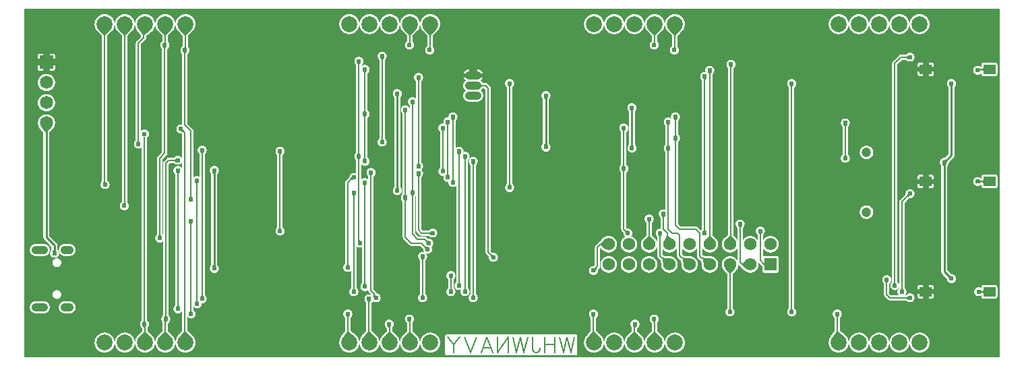
<source format=gbl>
G04 Layer: BottomLayer*
G04 EasyEDA v5.9.42, Fri, 19 Apr 2019 15:14:02 GMT*
G04 1b50a63325eb494884fe414bfed8a826*
G04 Gerber Generator version 0.2*
G04 Scale: 100 percent, Rotated: No, Reflected: No *
G04 Dimensions in inches *
G04 leading zeros omitted , absolute positions ,2 integer and 4 decimal *
%FSLAX24Y24*%
%MOIN*%
G90*
G70D02*

%ADD10C,0.010000*%
%ADD11C,0.006000*%
%ADD13C,0.008000*%
%ADD14C,0.024400*%
%ADD24R,0.065000X0.065000*%
%ADD25C,0.065000*%
%ADD26R,0.062000X0.062000*%
%ADD27C,0.062000*%
%ADD28C,0.047244*%
%ADD29C,0.078740*%
%ADD30C,0.039370*%
%ADD31R,0.059055X0.047240*%

%LPD*%
G36*
G01X5200Y293D02*
G01X59Y293D01*
G01X59Y59D01*
G01X5200Y59D01*
G01X5200Y293D01*
G37*

%LPD*%
G36*
G01X3998Y1280D02*
G01X59Y1280D01*
G01X59Y293D01*
G01X3998Y293D01*
G01X3989Y294D01*
G01X3980Y294D01*
G01X3972Y295D01*
G01X3963Y296D01*
G01X3955Y297D01*
G01X3946Y299D01*
G01X3938Y300D01*
G01X3929Y302D01*
G01X3921Y303D01*
G01X3912Y305D01*
G01X3896Y309D01*
G01X3887Y312D01*
G01X3879Y314D01*
G01X3863Y320D01*
G01X3855Y322D01*
G01X3847Y325D01*
G01X3838Y329D01*
G01X3831Y332D01*
G01X3823Y335D01*
G01X3807Y343D01*
G01X3799Y346D01*
G01X3792Y350D01*
G01X3784Y355D01*
G01X3777Y359D01*
G01X3769Y363D01*
G01X3762Y368D01*
G01X3755Y372D01*
G01X3747Y377D01*
G01X3719Y397D01*
G01X3713Y403D01*
G01X3706Y408D01*
G01X3699Y414D01*
G01X3693Y419D01*
G01X3687Y425D01*
G01X3680Y431D01*
G01X3668Y443D01*
G01X3662Y450D01*
G01X3656Y456D01*
G01X3651Y462D01*
G01X3645Y469D01*
G01X3640Y476D01*
G01X3634Y482D01*
G01X3614Y510D01*
G01X3609Y518D01*
G01X3605Y525D01*
G01X3600Y532D01*
G01X3596Y540D01*
G01X3592Y547D01*
G01X3587Y555D01*
G01X3583Y562D01*
G01X3580Y570D01*
G01X3572Y586D01*
G01X3569Y594D01*
G01X3566Y601D01*
G01X3562Y610D01*
G01X3559Y618D01*
G01X3557Y626D01*
G01X3551Y642D01*
G01X3549Y650D01*
G01X3546Y659D01*
G01X3542Y675D01*
G01X3540Y684D01*
G01X3539Y692D01*
G01X3537Y701D01*
G01X3536Y709D01*
G01X3534Y718D01*
G01X3533Y726D01*
G01X3532Y735D01*
G01X3531Y743D01*
G01X3531Y752D01*
G01X3530Y761D01*
G01X3530Y812D01*
G01X3531Y821D01*
G01X3531Y830D01*
G01X3532Y838D01*
G01X3533Y847D01*
G01X3534Y855D01*
G01X3536Y864D01*
G01X3537Y872D01*
G01X3539Y881D01*
G01X3540Y889D01*
G01X3542Y898D01*
G01X3546Y914D01*
G01X3549Y923D01*
G01X3551Y931D01*
G01X3557Y947D01*
G01X3559Y955D01*
G01X3562Y963D01*
G01X3566Y972D01*
G01X3569Y979D01*
G01X3572Y987D01*
G01X3580Y1003D01*
G01X3583Y1011D01*
G01X3587Y1018D01*
G01X3592Y1026D01*
G01X3596Y1033D01*
G01X3600Y1041D01*
G01X3605Y1048D01*
G01X3609Y1055D01*
G01X3614Y1063D01*
G01X3634Y1091D01*
G01X3640Y1097D01*
G01X3645Y1104D01*
G01X3651Y1111D01*
G01X3656Y1117D01*
G01X3662Y1123D01*
G01X3668Y1130D01*
G01X3680Y1142D01*
G01X3687Y1148D01*
G01X3693Y1154D01*
G01X3699Y1159D01*
G01X3706Y1165D01*
G01X3713Y1170D01*
G01X3719Y1176D01*
G01X3747Y1196D01*
G01X3755Y1201D01*
G01X3762Y1205D01*
G01X3769Y1210D01*
G01X3777Y1214D01*
G01X3784Y1218D01*
G01X3792Y1223D01*
G01X3799Y1227D01*
G01X3807Y1230D01*
G01X3823Y1238D01*
G01X3831Y1241D01*
G01X3838Y1244D01*
G01X3847Y1248D01*
G01X3855Y1251D01*
G01X3863Y1253D01*
G01X3879Y1259D01*
G01X3887Y1261D01*
G01X3896Y1264D01*
G01X3912Y1268D01*
G01X3921Y1270D01*
G01X3929Y1271D01*
G01X3938Y1273D01*
G01X3946Y1274D01*
G01X3955Y1276D01*
G01X3963Y1277D01*
G01X3972Y1278D01*
G01X3980Y1279D01*
G01X3989Y1279D01*
G01X3998Y1280D01*
G37*

%LPD*%
G36*
G01X4998Y1280D02*
G01X4049Y1280D01*
G01X4058Y1279D01*
G01X4067Y1279D01*
G01X4075Y1278D01*
G01X4084Y1277D01*
G01X4092Y1276D01*
G01X4101Y1274D01*
G01X4109Y1273D01*
G01X4118Y1271D01*
G01X4126Y1270D01*
G01X4135Y1268D01*
G01X4151Y1264D01*
G01X4160Y1261D01*
G01X4168Y1259D01*
G01X4184Y1253D01*
G01X4192Y1251D01*
G01X4200Y1248D01*
G01X4209Y1244D01*
G01X4216Y1241D01*
G01X4224Y1238D01*
G01X4240Y1230D01*
G01X4248Y1227D01*
G01X4255Y1223D01*
G01X4263Y1218D01*
G01X4270Y1214D01*
G01X4278Y1210D01*
G01X4285Y1205D01*
G01X4292Y1201D01*
G01X4300Y1196D01*
G01X4328Y1176D01*
G01X4334Y1170D01*
G01X4341Y1165D01*
G01X4348Y1159D01*
G01X4354Y1154D01*
G01X4360Y1148D01*
G01X4367Y1142D01*
G01X4379Y1130D01*
G01X4385Y1123D01*
G01X4391Y1117D01*
G01X4396Y1111D01*
G01X4402Y1104D01*
G01X4407Y1097D01*
G01X4413Y1091D01*
G01X4433Y1063D01*
G01X4438Y1055D01*
G01X4442Y1048D01*
G01X4447Y1041D01*
G01X4451Y1033D01*
G01X4455Y1026D01*
G01X4460Y1018D01*
G01X4464Y1011D01*
G01X4467Y1003D01*
G01X4475Y987D01*
G01X4478Y979D01*
G01X4481Y972D01*
G01X4485Y963D01*
G01X4488Y955D01*
G01X4490Y947D01*
G01X4496Y931D01*
G01X4498Y923D01*
G01X4501Y914D01*
G01X4505Y898D01*
G01X4507Y889D01*
G01X4508Y881D01*
G01X4510Y872D01*
G01X4511Y864D01*
G01X4513Y855D01*
G01X4514Y847D01*
G01X4515Y838D01*
G01X4516Y830D01*
G01X4516Y821D01*
G01X4517Y812D01*
G01X4517Y761D01*
G01X4516Y752D01*
G01X4516Y743D01*
G01X4515Y735D01*
G01X4514Y726D01*
G01X4513Y718D01*
G01X4511Y709D01*
G01X4510Y701D01*
G01X4508Y692D01*
G01X4507Y684D01*
G01X4505Y675D01*
G01X4501Y659D01*
G01X4498Y650D01*
G01X4496Y642D01*
G01X4490Y626D01*
G01X4488Y618D01*
G01X4485Y610D01*
G01X4481Y601D01*
G01X4478Y594D01*
G01X4475Y586D01*
G01X4467Y570D01*
G01X4464Y562D01*
G01X4460Y555D01*
G01X4455Y547D01*
G01X4451Y540D01*
G01X4447Y532D01*
G01X4442Y525D01*
G01X4438Y518D01*
G01X4433Y510D01*
G01X4413Y482D01*
G01X4407Y476D01*
G01X4402Y469D01*
G01X4396Y462D01*
G01X4391Y456D01*
G01X4385Y450D01*
G01X4379Y443D01*
G01X4367Y431D01*
G01X4360Y425D01*
G01X4354Y419D01*
G01X4348Y414D01*
G01X4341Y408D01*
G01X4334Y403D01*
G01X4328Y397D01*
G01X4300Y377D01*
G01X4292Y372D01*
G01X4285Y368D01*
G01X4278Y363D01*
G01X4270Y359D01*
G01X4263Y355D01*
G01X4255Y350D01*
G01X4248Y346D01*
G01X4240Y343D01*
G01X4224Y335D01*
G01X4216Y332D01*
G01X4209Y329D01*
G01X4200Y325D01*
G01X4192Y322D01*
G01X4184Y320D01*
G01X4168Y314D01*
G01X4160Y312D01*
G01X4151Y309D01*
G01X4135Y305D01*
G01X4126Y303D01*
G01X4118Y302D01*
G01X4109Y300D01*
G01X4101Y299D01*
G01X4092Y297D01*
G01X4084Y296D01*
G01X4075Y295D01*
G01X4067Y294D01*
G01X4058Y294D01*
G01X4049Y293D01*
G01X4998Y293D01*
G01X4989Y294D01*
G01X4980Y294D01*
G01X4972Y295D01*
G01X4963Y296D01*
G01X4955Y297D01*
G01X4946Y299D01*
G01X4938Y300D01*
G01X4929Y302D01*
G01X4921Y303D01*
G01X4912Y305D01*
G01X4896Y309D01*
G01X4887Y312D01*
G01X4879Y314D01*
G01X4863Y320D01*
G01X4855Y322D01*
G01X4847Y325D01*
G01X4838Y329D01*
G01X4831Y332D01*
G01X4823Y335D01*
G01X4807Y343D01*
G01X4799Y346D01*
G01X4792Y350D01*
G01X4784Y355D01*
G01X4777Y359D01*
G01X4769Y363D01*
G01X4762Y368D01*
G01X4755Y372D01*
G01X4747Y377D01*
G01X4719Y397D01*
G01X4713Y403D01*
G01X4706Y408D01*
G01X4699Y414D01*
G01X4693Y419D01*
G01X4687Y425D01*
G01X4680Y431D01*
G01X4668Y443D01*
G01X4662Y450D01*
G01X4656Y456D01*
G01X4651Y462D01*
G01X4645Y469D01*
G01X4640Y476D01*
G01X4634Y482D01*
G01X4614Y510D01*
G01X4609Y518D01*
G01X4605Y525D01*
G01X4600Y532D01*
G01X4596Y540D01*
G01X4592Y547D01*
G01X4587Y555D01*
G01X4583Y562D01*
G01X4580Y570D01*
G01X4572Y586D01*
G01X4569Y594D01*
G01X4566Y601D01*
G01X4562Y610D01*
G01X4559Y618D01*
G01X4557Y626D01*
G01X4551Y642D01*
G01X4549Y650D01*
G01X4546Y659D01*
G01X4542Y675D01*
G01X4540Y684D01*
G01X4539Y692D01*
G01X4537Y701D01*
G01X4536Y709D01*
G01X4534Y718D01*
G01X4533Y726D01*
G01X4532Y735D01*
G01X4531Y743D01*
G01X4531Y752D01*
G01X4530Y761D01*
G01X4530Y812D01*
G01X4531Y821D01*
G01X4531Y830D01*
G01X4532Y838D01*
G01X4533Y847D01*
G01X4534Y855D01*
G01X4536Y864D01*
G01X4537Y872D01*
G01X4539Y881D01*
G01X4540Y889D01*
G01X4542Y898D01*
G01X4546Y914D01*
G01X4549Y923D01*
G01X4551Y931D01*
G01X4557Y947D01*
G01X4559Y955D01*
G01X4562Y963D01*
G01X4566Y972D01*
G01X4569Y979D01*
G01X4572Y987D01*
G01X4580Y1003D01*
G01X4583Y1011D01*
G01X4587Y1018D01*
G01X4592Y1026D01*
G01X4596Y1033D01*
G01X4600Y1041D01*
G01X4605Y1048D01*
G01X4609Y1055D01*
G01X4614Y1063D01*
G01X4634Y1091D01*
G01X4640Y1097D01*
G01X4645Y1104D01*
G01X4651Y1111D01*
G01X4656Y1117D01*
G01X4662Y1123D01*
G01X4668Y1130D01*
G01X4680Y1142D01*
G01X4687Y1148D01*
G01X4693Y1154D01*
G01X4699Y1159D01*
G01X4706Y1165D01*
G01X4713Y1170D01*
G01X4719Y1176D01*
G01X4747Y1196D01*
G01X4755Y1201D01*
G01X4762Y1205D01*
G01X4769Y1210D01*
G01X4777Y1214D01*
G01X4784Y1218D01*
G01X4792Y1223D01*
G01X4799Y1227D01*
G01X4807Y1230D01*
G01X4823Y1238D01*
G01X4831Y1241D01*
G01X4838Y1244D01*
G01X4847Y1248D01*
G01X4855Y1251D01*
G01X4863Y1253D01*
G01X4879Y1259D01*
G01X4887Y1261D01*
G01X4896Y1264D01*
G01X4912Y1268D01*
G01X4921Y1270D01*
G01X4929Y1271D01*
G01X4938Y1273D01*
G01X4946Y1274D01*
G01X4955Y1276D01*
G01X4963Y1277D01*
G01X4972Y1278D01*
G01X4980Y1279D01*
G01X4989Y1279D01*
G01X4998Y1280D01*
G37*

%LPD*%
G36*
G01X6500Y293D02*
G01X5200Y293D01*
G01X5200Y59D01*
G01X6500Y59D01*
G01X6500Y293D01*
G37*

%LPD*%
G36*
G01X5847Y325D02*
G01X5200Y325D01*
G01X5200Y293D01*
G01X5997Y293D01*
G01X5943Y299D01*
G01X5934Y301D01*
G01X5925Y302D01*
G01X5916Y304D01*
G01X5908Y306D01*
G01X5899Y309D01*
G01X5890Y311D01*
G01X5882Y313D01*
G01X5864Y319D01*
G01X5856Y322D01*
G01X5847Y325D01*
G37*

%LPD*%
G36*
G01X5200Y293D02*
G01X5200Y325D01*
G01X5191Y322D01*
G01X5183Y319D01*
G01X5165Y313D01*
G01X5157Y311D01*
G01X5148Y309D01*
G01X5139Y306D01*
G01X5131Y304D01*
G01X5122Y302D01*
G01X5113Y301D01*
G01X5104Y299D01*
G01X5050Y293D01*
G01X5200Y293D01*
G37*

%LPD*%
G36*
G01X5200Y2235D02*
G01X59Y2235D01*
G01X59Y1280D01*
G01X5200Y1280D01*
G01X5200Y2235D01*
G37*

%LPD*%
G36*
G01X5200Y1280D02*
G01X5050Y1280D01*
G01X5104Y1274D01*
G01X5113Y1272D01*
G01X5122Y1271D01*
G01X5131Y1269D01*
G01X5139Y1267D01*
G01X5148Y1264D01*
G01X5157Y1262D01*
G01X5165Y1260D01*
G01X5183Y1254D01*
G01X5191Y1251D01*
G01X5200Y1248D01*
G01X5200Y1280D01*
G37*

%LPD*%
G36*
G01X6500Y293D02*
G01X6500Y655D01*
G01X6497Y646D01*
G01X6495Y638D01*
G01X6489Y622D01*
G01X6486Y613D01*
G01X6480Y597D01*
G01X6476Y589D01*
G01X6473Y581D01*
G01X6469Y574D01*
G01X6457Y550D01*
G01X6453Y543D01*
G01X6449Y535D01*
G01X6444Y528D01*
G01X6440Y520D01*
G01X6415Y485D01*
G01X6409Y478D01*
G01X6404Y471D01*
G01X6398Y465D01*
G01X6393Y458D01*
G01X6387Y452D01*
G01X6381Y445D01*
G01X6369Y433D01*
G01X6362Y427D01*
G01X6356Y421D01*
G01X6349Y415D01*
G01X6343Y410D01*
G01X6336Y404D01*
G01X6329Y399D01*
G01X6323Y393D01*
G01X6309Y383D01*
G01X6301Y378D01*
G01X6294Y373D01*
G01X6287Y369D01*
G01X6280Y364D01*
G01X6272Y360D01*
G01X6265Y355D01*
G01X6241Y343D01*
G01X6234Y340D01*
G01X6218Y332D01*
G01X6194Y323D01*
G01X6185Y320D01*
G01X6169Y314D01*
G01X6161Y312D01*
G01X6152Y310D01*
G01X6144Y307D01*
G01X6135Y305D01*
G01X6127Y304D01*
G01X6118Y302D01*
G01X6110Y300D01*
G01X6101Y299D01*
G01X6093Y297D01*
G01X6075Y295D01*
G01X6067Y295D01*
G01X6058Y294D01*
G01X6050Y293D01*
G01X6500Y293D01*
G37*

%LPD*%
G36*
G01X7800Y293D02*
G01X6500Y293D01*
G01X6500Y59D01*
G01X7800Y59D01*
G01X7800Y293D01*
G37*

%LPD*%
G36*
G01X6919Y3900D02*
G01X6500Y3900D01*
G01X6500Y918D01*
G01X6502Y910D01*
G01X6506Y892D01*
G01X6508Y884D01*
G01X6509Y875D01*
G01X6511Y866D01*
G01X6512Y857D01*
G01X6513Y849D01*
G01X6515Y840D01*
G01X6515Y831D01*
G01X6517Y813D01*
G01X6517Y760D01*
G01X6515Y742D01*
G01X6515Y733D01*
G01X6513Y724D01*
G01X6512Y716D01*
G01X6511Y707D01*
G01X6509Y698D01*
G01X6508Y689D01*
G01X6506Y681D01*
G01X6502Y663D01*
G01X6500Y655D01*
G01X6500Y293D01*
G01X6998Y293D01*
G01X6989Y294D01*
G01X6980Y294D01*
G01X6972Y295D01*
G01X6963Y296D01*
G01X6955Y297D01*
G01X6946Y299D01*
G01X6938Y300D01*
G01X6929Y302D01*
G01X6921Y303D01*
G01X6912Y305D01*
G01X6896Y309D01*
G01X6887Y312D01*
G01X6879Y314D01*
G01X6863Y320D01*
G01X6854Y322D01*
G01X6846Y325D01*
G01X6838Y329D01*
G01X6822Y335D01*
G01X6815Y339D01*
G01X6791Y351D01*
G01X6784Y355D01*
G01X6776Y359D01*
G01X6769Y363D01*
G01X6761Y368D01*
G01X6754Y372D01*
G01X6726Y392D01*
G01X6719Y398D01*
G01X6712Y403D01*
G01X6706Y408D01*
G01X6699Y414D01*
G01X6693Y420D01*
G01X6686Y426D01*
G01X6656Y456D01*
G01X6650Y463D01*
G01X6645Y469D01*
G01X6639Y476D01*
G01X6604Y525D01*
G01X6600Y533D01*
G01X6595Y540D01*
G01X6591Y548D01*
G01X6587Y555D01*
G01X6579Y571D01*
G01X6576Y578D01*
G01X6572Y586D01*
G01X6569Y594D01*
G01X6565Y602D01*
G01X6556Y626D01*
G01X6554Y635D01*
G01X6551Y643D01*
G01X6549Y651D01*
G01X6546Y659D01*
G01X6544Y668D01*
G01X6542Y676D01*
G01X6540Y685D01*
G01X6539Y693D01*
G01X6537Y702D01*
G01X6536Y710D01*
G01X6534Y719D01*
G01X6533Y727D01*
G01X6532Y736D01*
G01X6531Y744D01*
G01X6531Y753D01*
G01X6530Y762D01*
G01X6530Y813D01*
G01X6532Y831D01*
G01X6532Y839D01*
G01X6533Y848D01*
G01X6535Y856D01*
G01X6536Y865D01*
G01X6537Y873D01*
G01X6539Y882D01*
G01X6541Y890D01*
G01X6542Y899D01*
G01X6545Y907D01*
G01X6547Y915D01*
G01X6549Y924D01*
G01X6552Y932D01*
G01X6554Y940D01*
G01X6560Y956D01*
G01X6563Y965D01*
G01X6569Y981D01*
G01X6573Y988D01*
G01X6576Y996D01*
G01X6584Y1012D01*
G01X6588Y1019D01*
G01X6596Y1035D01*
G01X6601Y1042D01*
G01X6605Y1049D01*
G01X6610Y1057D01*
G01X6635Y1092D01*
G01X6641Y1098D01*
G01X6646Y1105D01*
G01X6652Y1112D01*
G01X6657Y1118D01*
G01X6663Y1124D01*
G01X6669Y1131D01*
G01X6681Y1143D01*
G01X6893Y1363D01*
G01X6893Y1767D01*
G01X6857Y1839D01*
G01X6855Y1842D01*
G01X6853Y1846D01*
G01X6851Y1849D01*
G01X6850Y1853D01*
G01X6848Y1856D01*
G01X6846Y1860D01*
G01X6845Y1863D01*
G01X6843Y1867D01*
G01X6842Y1871D01*
G01X6840Y1874D01*
G01X6837Y1886D01*
G01X6836Y1889D01*
G01X6832Y1905D01*
G01X6831Y1908D01*
G01X6830Y1912D01*
G01X6830Y1916D01*
G01X6829Y1920D01*
G01X6829Y1924D01*
G01X6828Y1928D01*
G01X6828Y1940D01*
G01X6827Y1943D01*
G01X6827Y1955D01*
G01X6828Y1959D01*
G01X6828Y1971D01*
G01X6829Y1975D01*
G01X6829Y1979D01*
G01X6830Y1983D01*
G01X6830Y1986D01*
G01X6835Y2006D01*
G01X6836Y2009D01*
G01X6839Y2021D01*
G01X6840Y2024D01*
G01X6842Y2028D01*
G01X6843Y2032D01*
G01X6845Y2035D01*
G01X6846Y2039D01*
G01X6848Y2043D01*
G01X6849Y2046D01*
G01X6851Y2050D01*
G01X6853Y2053D01*
G01X6855Y2057D01*
G01X6859Y2063D01*
G01X6861Y2067D01*
G01X6865Y2073D01*
G01X6867Y2077D01*
G01X6870Y2080D01*
G01X6874Y2086D01*
G01X6877Y2089D01*
G01X6879Y2092D01*
G01X6919Y2148D01*
G01X6919Y3900D01*
G37*

%LPD*%
G36*
G01X5783Y1248D02*
G01X5200Y1248D01*
G01X5216Y1242D01*
G01X5223Y1238D01*
G01X5231Y1235D01*
G01X5255Y1223D01*
G01X5262Y1219D01*
G01X5270Y1215D01*
G01X5277Y1210D01*
G01X5284Y1206D01*
G01X5292Y1201D01*
G01X5299Y1196D01*
G01X5306Y1192D01*
G01X5313Y1187D01*
G01X5320Y1181D01*
G01X5334Y1171D01*
G01X5340Y1165D01*
G01X5347Y1160D01*
G01X5353Y1154D01*
G01X5360Y1148D01*
G01X5384Y1124D01*
G01X5390Y1117D01*
G01X5396Y1111D01*
G01X5401Y1104D01*
G01X5407Y1098D01*
G01X5412Y1091D01*
G01X5418Y1084D01*
G01X5433Y1063D01*
G01X5437Y1056D01*
G01X5442Y1049D01*
G01X5447Y1041D01*
G01X5451Y1034D01*
G01X5455Y1026D01*
G01X5459Y1019D01*
G01X5467Y1003D01*
G01X5471Y996D01*
G01X5475Y988D01*
G01X5484Y964D01*
G01X5488Y956D01*
G01X5490Y948D01*
G01X5493Y939D01*
G01X5496Y931D01*
G01X5498Y923D01*
G01X5501Y915D01*
G01X5503Y906D01*
G01X5505Y898D01*
G01X5507Y889D01*
G01X5508Y881D01*
G01X5510Y872D01*
G01X5511Y864D01*
G01X5513Y855D01*
G01X5514Y847D01*
G01X5515Y838D01*
G01X5516Y830D01*
G01X5516Y821D01*
G01X5517Y812D01*
G01X5517Y761D01*
G01X5516Y752D01*
G01X5516Y743D01*
G01X5515Y735D01*
G01X5514Y726D01*
G01X5513Y718D01*
G01X5511Y709D01*
G01X5510Y701D01*
G01X5508Y692D01*
G01X5507Y684D01*
G01X5505Y675D01*
G01X5503Y667D01*
G01X5501Y658D01*
G01X5498Y650D01*
G01X5496Y642D01*
G01X5493Y634D01*
G01X5490Y625D01*
G01X5488Y617D01*
G01X5484Y609D01*
G01X5475Y585D01*
G01X5471Y577D01*
G01X5467Y570D01*
G01X5459Y554D01*
G01X5455Y547D01*
G01X5451Y539D01*
G01X5447Y532D01*
G01X5442Y524D01*
G01X5437Y517D01*
G01X5433Y510D01*
G01X5418Y489D01*
G01X5412Y482D01*
G01X5407Y475D01*
G01X5401Y469D01*
G01X5396Y462D01*
G01X5390Y456D01*
G01X5384Y449D01*
G01X5360Y425D01*
G01X5353Y419D01*
G01X5347Y413D01*
G01X5340Y408D01*
G01X5334Y402D01*
G01X5320Y392D01*
G01X5313Y386D01*
G01X5306Y381D01*
G01X5299Y377D01*
G01X5292Y372D01*
G01X5284Y367D01*
G01X5277Y363D01*
G01X5270Y358D01*
G01X5262Y354D01*
G01X5255Y350D01*
G01X5231Y338D01*
G01X5223Y335D01*
G01X5216Y331D01*
G01X5200Y325D01*
G01X5847Y325D01*
G01X5831Y331D01*
G01X5824Y335D01*
G01X5816Y338D01*
G01X5792Y350D01*
G01X5785Y354D01*
G01X5777Y358D01*
G01X5770Y363D01*
G01X5762Y367D01*
G01X5748Y377D01*
G01X5741Y381D01*
G01X5734Y386D01*
G01X5727Y392D01*
G01X5713Y402D01*
G01X5707Y408D01*
G01X5700Y413D01*
G01X5693Y419D01*
G01X5663Y449D01*
G01X5657Y456D01*
G01X5651Y462D01*
G01X5645Y469D01*
G01X5640Y475D01*
G01X5635Y482D01*
G01X5629Y489D01*
G01X5609Y517D01*
G01X5605Y525D01*
G01X5600Y532D01*
G01X5596Y539D01*
G01X5592Y547D01*
G01X5588Y554D01*
G01X5572Y586D01*
G01X5569Y593D01*
G01X5566Y601D01*
G01X5562Y609D01*
G01X5559Y618D01*
G01X5557Y626D01*
G01X5551Y642D01*
G01X5549Y650D01*
G01X5546Y659D01*
G01X5544Y667D01*
G01X5542Y676D01*
G01X5540Y684D01*
G01X5539Y692D01*
G01X5537Y701D01*
G01X5536Y709D01*
G01X5534Y718D01*
G01X5533Y727D01*
G01X5532Y735D01*
G01X5531Y744D01*
G01X5531Y752D01*
G01X5530Y761D01*
G01X5530Y813D01*
G01X5531Y821D01*
G01X5532Y830D01*
G01X5532Y839D01*
G01X5533Y847D01*
G01X5534Y856D01*
G01X5536Y864D01*
G01X5537Y873D01*
G01X5539Y881D01*
G01X5541Y890D01*
G01X5542Y898D01*
G01X5544Y907D01*
G01X5547Y915D01*
G01X5549Y923D01*
G01X5551Y932D01*
G01X5569Y980D01*
G01X5573Y988D01*
G01X5576Y996D01*
G01X5584Y1012D01*
G01X5588Y1019D01*
G01X5592Y1027D01*
G01X5596Y1034D01*
G01X5601Y1042D01*
G01X5605Y1049D01*
G01X5610Y1056D01*
G01X5615Y1064D01*
G01X5635Y1092D01*
G01X5640Y1098D01*
G01X5646Y1105D01*
G01X5652Y1111D01*
G01X5657Y1118D01*
G01X5663Y1124D01*
G01X5669Y1131D01*
G01X5681Y1143D01*
G01X5783Y1248D01*
G37*

%LPD*%
G36*
G01X2055Y2830D02*
G01X1023Y2830D01*
G01X1028Y2829D01*
G01X1038Y2829D01*
G01X1043Y2828D01*
G01X1049Y2828D01*
G01X1054Y2827D01*
G01X1059Y2827D01*
G01X1079Y2823D01*
G01X1085Y2822D01*
G01X1090Y2821D01*
G01X1095Y2819D01*
G01X1100Y2818D01*
G01X1105Y2816D01*
G01X1110Y2815D01*
G01X1115Y2813D01*
G01X1119Y2811D01*
G01X1124Y2810D01*
G01X1139Y2804D01*
G01X1144Y2801D01*
G01X1148Y2799D01*
G01X1153Y2797D01*
G01X1158Y2794D01*
G01X1162Y2792D01*
G01X1167Y2789D01*
G01X1171Y2787D01*
G01X1176Y2784D01*
G01X1184Y2778D01*
G01X1189Y2775D01*
G01X1205Y2763D01*
G01X1209Y2759D01*
G01X1213Y2756D01*
G01X1217Y2752D01*
G01X1221Y2749D01*
G01X1236Y2734D01*
G01X1242Y2726D01*
G01X1246Y2722D01*
G01X1252Y2714D01*
G01X1256Y2710D01*
G01X1262Y2702D01*
G01X1265Y2697D01*
G01X1267Y2693D01*
G01X1270Y2688D01*
G01X1273Y2684D01*
G01X1275Y2680D01*
G01X1278Y2675D01*
G01X1280Y2670D01*
G01X1283Y2666D01*
G01X1287Y2656D01*
G01X1289Y2652D01*
G01X1292Y2647D01*
G01X1294Y2642D01*
G01X1295Y2637D01*
G01X1299Y2627D01*
G01X1300Y2622D01*
G01X1302Y2617D01*
G01X1303Y2612D01*
G01X1305Y2607D01*
G01X1311Y2577D01*
G01X1312Y2571D01*
G01X1312Y2566D01*
G01X1313Y2561D01*
G01X1313Y2556D01*
G01X1314Y2551D01*
G01X1314Y2514D01*
G01X1313Y2509D01*
G01X1313Y2504D01*
G01X1312Y2499D01*
G01X1312Y2494D01*
G01X1311Y2488D01*
G01X1305Y2458D01*
G01X1303Y2453D01*
G01X1302Y2448D01*
G01X1300Y2443D01*
G01X1299Y2438D01*
G01X1295Y2428D01*
G01X1294Y2423D01*
G01X1292Y2418D01*
G01X1289Y2413D01*
G01X1287Y2409D01*
G01X1283Y2399D01*
G01X1280Y2395D01*
G01X1278Y2390D01*
G01X1275Y2385D01*
G01X1273Y2381D01*
G01X1270Y2377D01*
G01X1267Y2372D01*
G01X1265Y2368D01*
G01X1262Y2363D01*
G01X1256Y2355D01*
G01X1252Y2351D01*
G01X1246Y2343D01*
G01X1242Y2339D01*
G01X1236Y2331D01*
G01X1221Y2316D01*
G01X1217Y2313D01*
G01X1213Y2309D01*
G01X1209Y2306D01*
G01X1205Y2302D01*
G01X1189Y2290D01*
G01X1184Y2287D01*
G01X1176Y2281D01*
G01X1171Y2278D01*
G01X1167Y2276D01*
G01X1162Y2273D01*
G01X1158Y2271D01*
G01X1153Y2268D01*
G01X1148Y2266D01*
G01X1144Y2264D01*
G01X1139Y2261D01*
G01X1124Y2255D01*
G01X1119Y2254D01*
G01X1115Y2252D01*
G01X1110Y2250D01*
G01X1105Y2249D01*
G01X1100Y2247D01*
G01X1095Y2246D01*
G01X1090Y2244D01*
G01X1085Y2243D01*
G01X1079Y2242D01*
G01X1059Y2238D01*
G01X1054Y2238D01*
G01X1049Y2237D01*
G01X1043Y2237D01*
G01X1038Y2236D01*
G01X1028Y2236D01*
G01X1023Y2235D01*
G01X2055Y2235D01*
G01X2050Y2236D01*
G01X2040Y2236D01*
G01X2034Y2237D01*
G01X2029Y2237D01*
G01X2024Y2238D01*
G01X2019Y2238D01*
G01X2009Y2240D01*
G01X2003Y2241D01*
G01X1988Y2244D01*
G01X1983Y2246D01*
G01X1978Y2247D01*
G01X1973Y2249D01*
G01X1968Y2250D01*
G01X1958Y2254D01*
G01X1953Y2255D01*
G01X1949Y2257D01*
G01X1939Y2261D01*
G01X1934Y2264D01*
G01X1929Y2266D01*
G01X1925Y2268D01*
G01X1920Y2271D01*
G01X1916Y2273D01*
G01X1911Y2276D01*
G01X1907Y2278D01*
G01X1902Y2281D01*
G01X1898Y2284D01*
G01X1893Y2287D01*
G01X1873Y2302D01*
G01X1869Y2306D01*
G01X1865Y2309D01*
G01X1861Y2313D01*
G01X1857Y2316D01*
G01X1853Y2320D01*
G01X1849Y2323D01*
G01X1846Y2327D01*
G01X1842Y2331D01*
G01X1839Y2335D01*
G01X1835Y2339D01*
G01X1829Y2347D01*
G01X1825Y2351D01*
G01X1816Y2363D01*
G01X1813Y2368D01*
G01X1810Y2372D01*
G01X1808Y2377D01*
G01X1802Y2385D01*
G01X1800Y2390D01*
G01X1797Y2395D01*
G01X1795Y2399D01*
G01X1793Y2404D01*
G01X1790Y2409D01*
G01X1788Y2413D01*
G01X1782Y2428D01*
G01X1781Y2433D01*
G01X1777Y2443D01*
G01X1776Y2448D01*
G01X1774Y2453D01*
G01X1772Y2463D01*
G01X1770Y2468D01*
G01X1767Y2483D01*
G01X1767Y2488D01*
G01X1766Y2494D01*
G01X1765Y2499D01*
G01X1765Y2504D01*
G01X1764Y2509D01*
G01X1764Y2519D01*
G01X1763Y2525D01*
G01X1763Y2540D01*
G01X1764Y2546D01*
G01X1764Y2556D01*
G01X1765Y2561D01*
G01X1765Y2566D01*
G01X1766Y2571D01*
G01X1767Y2577D01*
G01X1767Y2582D01*
G01X1770Y2597D01*
G01X1772Y2602D01*
G01X1774Y2612D01*
G01X1776Y2617D01*
G01X1777Y2622D01*
G01X1781Y2632D01*
G01X1782Y2637D01*
G01X1788Y2652D01*
G01X1790Y2656D01*
G01X1793Y2661D01*
G01X1795Y2666D01*
G01X1797Y2670D01*
G01X1800Y2675D01*
G01X1802Y2680D01*
G01X1808Y2688D01*
G01X1810Y2693D01*
G01X1813Y2697D01*
G01X1816Y2702D01*
G01X1825Y2714D01*
G01X1829Y2718D01*
G01X1835Y2726D01*
G01X1839Y2730D01*
G01X1842Y2734D01*
G01X1846Y2738D01*
G01X1849Y2742D01*
G01X1853Y2745D01*
G01X1857Y2749D01*
G01X1861Y2752D01*
G01X1865Y2756D01*
G01X1869Y2759D01*
G01X1873Y2763D01*
G01X1893Y2778D01*
G01X1898Y2781D01*
G01X1902Y2784D01*
G01X1907Y2787D01*
G01X1911Y2789D01*
G01X1916Y2792D01*
G01X1920Y2794D01*
G01X1925Y2797D01*
G01X1929Y2799D01*
G01X1934Y2801D01*
G01X1939Y2804D01*
G01X1949Y2808D01*
G01X1953Y2810D01*
G01X1958Y2811D01*
G01X1968Y2815D01*
G01X1973Y2816D01*
G01X1978Y2818D01*
G01X1983Y2819D01*
G01X1988Y2821D01*
G01X2003Y2824D01*
G01X2009Y2825D01*
G01X2019Y2827D01*
G01X2024Y2827D01*
G01X2029Y2828D01*
G01X2034Y2828D01*
G01X2040Y2829D01*
G01X2050Y2829D01*
G01X2055Y2830D01*
G37*

%LPD*%
G36*
G01X618Y2830D02*
G01X59Y2830D01*
G01X59Y2235D01*
G01X618Y2235D01*
G01X613Y2236D01*
G01X603Y2236D01*
G01X598Y2237D01*
G01X592Y2237D01*
G01X587Y2238D01*
G01X582Y2238D01*
G01X562Y2242D01*
G01X556Y2243D01*
G01X551Y2244D01*
G01X546Y2246D01*
G01X541Y2247D01*
G01X536Y2249D01*
G01X531Y2250D01*
G01X526Y2252D01*
G01X522Y2254D01*
G01X517Y2255D01*
G01X502Y2261D01*
G01X497Y2264D01*
G01X493Y2266D01*
G01X488Y2268D01*
G01X483Y2271D01*
G01X479Y2273D01*
G01X474Y2276D01*
G01X470Y2278D01*
G01X465Y2281D01*
G01X457Y2287D01*
G01X452Y2290D01*
G01X436Y2302D01*
G01X432Y2306D01*
G01X428Y2309D01*
G01X424Y2313D01*
G01X420Y2316D01*
G01X405Y2331D01*
G01X399Y2339D01*
G01X395Y2343D01*
G01X389Y2351D01*
G01X385Y2355D01*
G01X379Y2363D01*
G01X376Y2368D01*
G01X374Y2372D01*
G01X371Y2377D01*
G01X368Y2381D01*
G01X366Y2385D01*
G01X363Y2390D01*
G01X361Y2395D01*
G01X358Y2399D01*
G01X354Y2409D01*
G01X352Y2413D01*
G01X349Y2418D01*
G01X347Y2423D01*
G01X346Y2428D01*
G01X342Y2438D01*
G01X341Y2443D01*
G01X339Y2448D01*
G01X338Y2453D01*
G01X336Y2458D01*
G01X330Y2488D01*
G01X329Y2494D01*
G01X329Y2499D01*
G01X328Y2504D01*
G01X328Y2509D01*
G01X327Y2514D01*
G01X327Y2551D01*
G01X328Y2556D01*
G01X328Y2561D01*
G01X329Y2566D01*
G01X329Y2571D01*
G01X330Y2577D01*
G01X336Y2607D01*
G01X338Y2612D01*
G01X339Y2617D01*
G01X341Y2622D01*
G01X342Y2627D01*
G01X346Y2637D01*
G01X347Y2642D01*
G01X349Y2647D01*
G01X352Y2652D01*
G01X354Y2656D01*
G01X358Y2666D01*
G01X361Y2670D01*
G01X363Y2675D01*
G01X366Y2680D01*
G01X368Y2684D01*
G01X371Y2688D01*
G01X374Y2693D01*
G01X376Y2697D01*
G01X379Y2702D01*
G01X385Y2710D01*
G01X389Y2714D01*
G01X395Y2722D01*
G01X399Y2726D01*
G01X405Y2734D01*
G01X420Y2749D01*
G01X424Y2752D01*
G01X428Y2756D01*
G01X432Y2759D01*
G01X436Y2763D01*
G01X452Y2775D01*
G01X457Y2778D01*
G01X465Y2784D01*
G01X470Y2787D01*
G01X474Y2789D01*
G01X479Y2792D01*
G01X483Y2794D01*
G01X488Y2797D01*
G01X493Y2799D01*
G01X497Y2801D01*
G01X502Y2804D01*
G01X517Y2810D01*
G01X522Y2811D01*
G01X526Y2813D01*
G01X531Y2815D01*
G01X536Y2816D01*
G01X541Y2818D01*
G01X546Y2819D01*
G01X551Y2821D01*
G01X556Y2822D01*
G01X562Y2823D01*
G01X582Y2827D01*
G01X587Y2827D01*
G01X592Y2828D01*
G01X598Y2828D01*
G01X603Y2829D01*
G01X613Y2829D01*
G01X618Y2830D01*
G37*

%LPD*%
G36*
G01X5869Y2600D02*
G01X5200Y2600D01*
G01X5200Y1248D01*
G01X5783Y1248D01*
G01X5893Y1363D01*
G01X5893Y1490D01*
G01X5851Y1534D01*
G01X5832Y1553D01*
G01X5830Y1556D01*
G01X5827Y1559D01*
G01X5823Y1565D01*
G01X5820Y1568D01*
G01X5818Y1571D01*
G01X5816Y1575D01*
G01X5814Y1578D01*
G01X5811Y1581D01*
G01X5809Y1584D01*
G01X5807Y1588D01*
G01X5806Y1591D01*
G01X5804Y1595D01*
G01X5800Y1601D01*
G01X5798Y1605D01*
G01X5797Y1608D01*
G01X5795Y1612D01*
G01X5794Y1616D01*
G01X5792Y1619D01*
G01X5790Y1627D01*
G01X5788Y1630D01*
G01X5786Y1638D01*
G01X5785Y1641D01*
G01X5781Y1657D01*
G01X5781Y1660D01*
G01X5780Y1664D01*
G01X5780Y1668D01*
G01X5779Y1672D01*
G01X5779Y1676D01*
G01X5778Y1680D01*
G01X5778Y1687D01*
G01X5777Y1691D01*
G01X5777Y1707D01*
G01X5778Y1711D01*
G01X5778Y1722D01*
G01X5779Y1726D01*
G01X5779Y1730D01*
G01X5781Y1738D01*
G01X5781Y1741D01*
G01X5785Y1757D01*
G01X5786Y1760D01*
G01X5788Y1768D01*
G01X5789Y1771D01*
G01X5791Y1775D01*
G01X5792Y1779D01*
G01X5793Y1782D01*
G01X5795Y1786D01*
G01X5796Y1790D01*
G01X5798Y1793D01*
G01X5800Y1797D01*
G01X5801Y1800D01*
G01X5803Y1804D01*
G01X5807Y1810D01*
G01X5809Y1814D01*
G01X5813Y1820D01*
G01X5815Y1824D01*
G01X5817Y1827D01*
G01X5820Y1830D01*
G01X5824Y1836D01*
G01X5827Y1839D01*
G01X5829Y1842D01*
G01X5869Y1898D01*
G01X5869Y2600D01*
G37*

%LPD*%
G36*
G01X5200Y2600D02*
G01X2586Y2600D01*
G01X2587Y2594D01*
G01X2591Y2574D01*
G01X2591Y2569D01*
G01X2593Y2559D01*
G01X2593Y2543D01*
G01X2594Y2538D01*
G01X2594Y2527D01*
G01X2593Y2522D01*
G01X2593Y2507D01*
G01X2592Y2502D01*
G01X2591Y2496D01*
G01X2591Y2491D01*
G01X2584Y2456D01*
G01X2582Y2451D01*
G01X2581Y2446D01*
G01X2579Y2441D01*
G01X2578Y2436D01*
G01X2572Y2421D01*
G01X2570Y2417D01*
G01X2564Y2402D01*
G01X2561Y2398D01*
G01X2559Y2393D01*
G01X2556Y2389D01*
G01X2554Y2384D01*
G01X2551Y2380D01*
G01X2549Y2375D01*
G01X2546Y2371D01*
G01X2543Y2366D01*
G01X2528Y2346D01*
G01X2524Y2342D01*
G01X2521Y2338D01*
G01X2517Y2334D01*
G01X2514Y2330D01*
G01X2499Y2315D01*
G01X2495Y2312D01*
G01X2492Y2308D01*
G01X2484Y2302D01*
G01X2480Y2298D01*
G01X2475Y2295D01*
G01X2463Y2286D01*
G01X2458Y2283D01*
G01X2454Y2281D01*
G01X2450Y2278D01*
G01X2445Y2275D01*
G01X2441Y2273D01*
G01X2436Y2270D01*
G01X2432Y2268D01*
G01X2427Y2266D01*
G01X2422Y2263D01*
G01X2417Y2261D01*
G01X2413Y2259D01*
G01X2398Y2253D01*
G01X2393Y2252D01*
G01X2383Y2248D01*
G01X2379Y2247D01*
G01X2374Y2246D01*
G01X2368Y2244D01*
G01X2338Y2238D01*
G01X2333Y2238D01*
G01X2328Y2237D01*
G01X2323Y2237D01*
G01X2317Y2236D01*
G01X2307Y2236D01*
G01X2302Y2235D01*
G01X5200Y2235D01*
G01X5200Y2600D01*
G37*

%LPD*%
G36*
G01X7800Y2227D02*
G01X7180Y2227D01*
G01X7180Y2148D01*
G01X7220Y2092D01*
G01X7222Y2089D01*
G01X7225Y2086D01*
G01X7229Y2080D01*
G01X7232Y2077D01*
G01X7234Y2073D01*
G01X7238Y2067D01*
G01X7240Y2063D01*
G01X7244Y2057D01*
G01X7246Y2053D01*
G01X7248Y2050D01*
G01X7250Y2046D01*
G01X7251Y2043D01*
G01X7253Y2039D01*
G01X7254Y2036D01*
G01X7256Y2032D01*
G01X7257Y2028D01*
G01X7259Y2025D01*
G01X7262Y2013D01*
G01X7263Y2010D01*
G01X7267Y1994D01*
G01X7268Y1991D01*
G01X7269Y1987D01*
G01X7269Y1983D01*
G01X7270Y1979D01*
G01X7270Y1975D01*
G01X7271Y1971D01*
G01X7271Y1960D01*
G01X7272Y1956D01*
G01X7272Y1944D01*
G01X7271Y1940D01*
G01X7271Y1928D01*
G01X7270Y1924D01*
G01X7270Y1920D01*
G01X7269Y1917D01*
G01X7269Y1913D01*
G01X7266Y1901D01*
G01X7266Y1897D01*
G01X7265Y1894D01*
G01X7264Y1890D01*
G01X7262Y1886D01*
G01X7261Y1882D01*
G01X7260Y1879D01*
G01X7259Y1875D01*
G01X7257Y1871D01*
G01X7256Y1868D01*
G01X7255Y1864D01*
G01X7253Y1860D01*
G01X7251Y1857D01*
G01X7250Y1853D01*
G01X7248Y1850D01*
G01X7246Y1846D01*
G01X7244Y1843D01*
G01X7242Y1839D01*
G01X7241Y1836D01*
G01X7238Y1833D01*
G01X7236Y1829D01*
G01X7230Y1820D01*
G01X7227Y1816D01*
G01X7223Y1810D01*
G01X7220Y1807D01*
G01X7218Y1804D01*
G01X7154Y1740D01*
G01X7154Y1363D01*
G01X7366Y1142D01*
G01X7373Y1136D01*
G01X7379Y1129D01*
G01X7386Y1122D01*
G01X7392Y1115D01*
G01X7396Y1111D01*
G01X7401Y1105D01*
G01X7407Y1098D01*
G01X7412Y1091D01*
G01X7417Y1085D01*
G01X7423Y1078D01*
G01X7428Y1071D01*
G01X7432Y1063D01*
G01X7442Y1049D01*
G01X7446Y1042D01*
G01X7451Y1034D01*
G01X7455Y1027D01*
G01X7459Y1019D01*
G01X7463Y1012D01*
G01X7471Y996D01*
G01X7474Y988D01*
G01X7478Y980D01*
G01X7496Y932D01*
G01X7498Y923D01*
G01X7500Y915D01*
G01X7503Y907D01*
G01X7505Y898D01*
G01X7506Y890D01*
G01X7508Y882D01*
G01X7510Y873D01*
G01X7511Y865D01*
G01X7512Y856D01*
G01X7514Y847D01*
G01X7515Y839D01*
G01X7515Y830D01*
G01X7516Y822D01*
G01X7517Y813D01*
G01X7517Y761D01*
G01X7516Y753D01*
G01X7516Y744D01*
G01X7515Y736D01*
G01X7513Y718D01*
G01X7511Y710D01*
G01X7510Y701D01*
G01X7508Y693D01*
G01X7507Y684D01*
G01X7503Y668D01*
G01X7501Y659D01*
G01X7498Y651D01*
G01X7496Y643D01*
G01X7493Y634D01*
G01X7491Y626D01*
G01X7482Y602D01*
G01X7478Y594D01*
G01X7475Y586D01*
G01X7471Y578D01*
G01X7468Y570D01*
G01X7464Y563D01*
G01X7456Y547D01*
G01X7451Y540D01*
G01X7447Y533D01*
G01X7443Y525D01*
G01X7408Y476D01*
G01X7402Y469D01*
G01X7396Y463D01*
G01X7391Y456D01*
G01X7373Y438D01*
G01X7367Y431D01*
G01X7361Y426D01*
G01X7354Y420D01*
G01X7348Y414D01*
G01X7341Y408D01*
G01X7335Y403D01*
G01X7328Y397D01*
G01X7293Y372D01*
G01X7285Y368D01*
G01X7278Y363D01*
G01X7271Y359D01*
G01X7263Y355D01*
G01X7256Y351D01*
G01X7232Y339D01*
G01X7225Y335D01*
G01X7209Y329D01*
G01X7201Y325D01*
G01X7193Y322D01*
G01X7184Y320D01*
G01X7168Y314D01*
G01X7160Y312D01*
G01X7151Y309D01*
G01X7135Y305D01*
G01X7126Y303D01*
G01X7118Y302D01*
G01X7109Y300D01*
G01X7101Y299D01*
G01X7092Y297D01*
G01X7084Y296D01*
G01X7075Y295D01*
G01X7067Y294D01*
G01X7058Y294D01*
G01X7049Y293D01*
G01X7800Y293D01*
G01X7800Y346D01*
G01X7784Y354D01*
G01X7777Y359D01*
G01X7769Y363D01*
G01X7762Y368D01*
G01X7754Y372D01*
G01X7719Y397D01*
G01X7712Y403D01*
G01X7706Y408D01*
G01X7699Y414D01*
G01X7693Y420D01*
G01X7686Y426D01*
G01X7662Y450D01*
G01X7656Y457D01*
G01X7650Y463D01*
G01X7645Y470D01*
G01X7639Y476D01*
G01X7634Y483D01*
G01X7628Y490D01*
G01X7613Y511D01*
G01X7609Y519D01*
G01X7599Y533D01*
G01X7595Y541D01*
G01X7591Y548D01*
G01X7583Y564D01*
G01X7579Y571D01*
G01X7575Y579D01*
G01X7572Y587D01*
G01X7568Y595D01*
G01X7559Y619D01*
G01X7556Y628D01*
G01X7553Y636D01*
G01X7551Y644D01*
G01X7548Y652D01*
G01X7546Y661D01*
G01X7544Y669D01*
G01X7542Y678D01*
G01X7540Y686D01*
G01X7538Y695D01*
G01X7537Y703D01*
G01X7535Y712D01*
G01X7534Y720D01*
G01X7533Y729D01*
G01X7532Y737D01*
G01X7531Y746D01*
G01X7531Y755D01*
G01X7530Y763D01*
G01X7530Y815D01*
G01X7532Y833D01*
G01X7533Y841D01*
G01X7535Y859D01*
G01X7536Y867D01*
G01X7538Y876D01*
G01X7539Y884D01*
G01X7541Y893D01*
G01X7543Y901D01*
G01X7545Y910D01*
G01X7547Y918D01*
G01X7550Y926D01*
G01X7552Y935D01*
G01X7570Y983D01*
G01X7578Y999D01*
G01X7581Y1007D01*
G01X7585Y1015D01*
G01X7589Y1022D01*
G01X7594Y1030D01*
G01X7598Y1037D01*
G01X7602Y1045D01*
G01X7612Y1059D01*
G01X7617Y1067D01*
G01X7632Y1088D01*
G01X7637Y1094D01*
G01X7643Y1101D01*
G01X7648Y1108D01*
G01X7654Y1114D01*
G01X7660Y1121D01*
G01X7666Y1127D01*
G01X7800Y1279D01*
G01X7800Y2227D01*
G37*

%LPD*%
G36*
G01X9100Y293D02*
G01X7800Y293D01*
G01X7800Y59D01*
G01X9100Y59D01*
G01X9100Y293D01*
G37*

%LPD*%
G36*
G01X7816Y338D02*
G01X7800Y346D01*
G01X7800Y293D01*
G01X7997Y293D01*
G01X7943Y299D01*
G01X7935Y301D01*
G01X7926Y302D01*
G01X7908Y306D01*
G01X7900Y308D01*
G01X7891Y311D01*
G01X7882Y313D01*
G01X7874Y316D01*
G01X7865Y319D01*
G01X7849Y325D01*
G01X7840Y328D01*
G01X7832Y331D01*
G01X7824Y335D01*
G01X7816Y338D01*
G37*

%LPD*%
G36*
G01X6919Y5200D02*
G01X6130Y5200D01*
G01X6130Y3900D01*
G01X6919Y3900D01*
G01X6919Y5200D01*
G37*

%LPD*%
G36*
G01X6500Y3900D02*
G01X6130Y3900D01*
G01X6130Y1898D01*
G01X6170Y1842D01*
G01X6172Y1839D01*
G01X6175Y1836D01*
G01X6179Y1830D01*
G01X6182Y1827D01*
G01X6184Y1823D01*
G01X6190Y1814D01*
G01X6192Y1810D01*
G01X6194Y1807D01*
G01X6196Y1803D01*
G01X6198Y1800D01*
G01X6199Y1796D01*
G01X6201Y1793D01*
G01X6203Y1789D01*
G01X6204Y1786D01*
G01X6206Y1782D01*
G01X6207Y1778D01*
G01X6209Y1775D01*
G01X6211Y1767D01*
G01X6212Y1764D01*
G01X6215Y1752D01*
G01X6216Y1749D01*
G01X6219Y1737D01*
G01X6219Y1733D01*
G01X6220Y1729D01*
G01X6220Y1725D01*
G01X6221Y1722D01*
G01X6221Y1710D01*
G01X6222Y1706D01*
G01X6222Y1690D01*
G01X6221Y1686D01*
G01X6221Y1679D01*
G01X6220Y1675D01*
G01X6220Y1671D01*
G01X6219Y1667D01*
G01X6219Y1663D01*
G01X6217Y1655D01*
G01X6216Y1652D01*
G01X6216Y1648D01*
G01X6213Y1636D01*
G01X6211Y1633D01*
G01X6209Y1625D01*
G01X6208Y1622D01*
G01X6206Y1618D01*
G01X6205Y1614D01*
G01X6203Y1611D01*
G01X6202Y1607D01*
G01X6200Y1604D01*
G01X6198Y1600D01*
G01X6196Y1597D01*
G01X6195Y1593D01*
G01X6193Y1590D01*
G01X6191Y1586D01*
G01X6189Y1583D01*
G01X6154Y1515D01*
G01X6154Y1363D01*
G01X6366Y1142D01*
G01X6373Y1136D01*
G01X6379Y1129D01*
G01X6386Y1122D01*
G01X6392Y1115D01*
G01X6396Y1111D01*
G01X6401Y1105D01*
G01X6407Y1098D01*
G01X6412Y1091D01*
G01X6418Y1084D01*
G01X6428Y1070D01*
G01X6433Y1062D01*
G01X6438Y1055D01*
G01X6443Y1047D01*
G01X6447Y1040D01*
G01X6452Y1032D01*
G01X6456Y1024D01*
G01X6460Y1017D01*
G01X6465Y1009D01*
G01X6468Y1001D01*
G01X6476Y985D01*
G01X6479Y977D01*
G01X6483Y969D01*
G01X6486Y960D01*
G01X6492Y944D01*
G01X6494Y935D01*
G01X6497Y927D01*
G01X6499Y918D01*
G01X6500Y918D01*
G01X6500Y3900D01*
G37*

%LPD*%
G36*
G01X5869Y2944D02*
G01X59Y2944D01*
G01X59Y2830D01*
G01X5869Y2830D01*
G01X5869Y2944D01*
G37*

%LPD*%
G36*
G01X5869Y2830D02*
G01X2302Y2830D01*
G01X2307Y2829D01*
G01X2318Y2829D01*
G01X2323Y2828D01*
G01X2328Y2828D01*
G01X2333Y2827D01*
G01X2338Y2827D01*
G01X2344Y2826D01*
G01X2369Y2821D01*
G01X2374Y2819D01*
G01X2379Y2818D01*
G01X2385Y2816D01*
G01X2390Y2815D01*
G01X2395Y2813D01*
G01X2399Y2811D01*
G01X2424Y2801D01*
G01X2428Y2799D01*
G01X2433Y2796D01*
G01X2438Y2794D01*
G01X2442Y2791D01*
G01X2447Y2789D01*
G01X2451Y2786D01*
G01X2456Y2783D01*
G01X2460Y2780D01*
G01X2465Y2778D01*
G01X2469Y2775D01*
G01X2473Y2771D01*
G01X2481Y2765D01*
G01X2486Y2762D01*
G01X2490Y2758D01*
G01X2494Y2755D01*
G01X2497Y2751D01*
G01X2501Y2748D01*
G01X2516Y2733D01*
G01X2519Y2729D01*
G01X2523Y2725D01*
G01X2526Y2721D01*
G01X2530Y2717D01*
G01X2533Y2713D01*
G01X2536Y2708D01*
G01X2545Y2696D01*
G01X2548Y2691D01*
G01X2551Y2687D01*
G01X2553Y2682D01*
G01X2556Y2678D01*
G01X2558Y2673D01*
G01X2561Y2668D01*
G01X2563Y2664D01*
G01X2565Y2659D01*
G01X2568Y2654D01*
G01X2572Y2644D01*
G01X2574Y2640D01*
G01X2576Y2635D01*
G01X2577Y2630D01*
G01X2581Y2620D01*
G01X2583Y2610D01*
G01X2585Y2605D01*
G01X2586Y2599D01*
G01X2586Y2600D01*
G01X5869Y2600D01*
G01X5869Y2830D01*
G37*

%LPD*%
G36*
G01X7869Y1358D02*
G01X7869Y2413D01*
G01X7867Y2405D01*
G01X7866Y2402D01*
G01X7866Y2398D01*
G01X7864Y2390D01*
G01X7863Y2387D01*
G01X7861Y2383D01*
G01X7859Y2375D01*
G01X7858Y2372D01*
G01X7856Y2368D01*
G01X7855Y2365D01*
G01X7853Y2361D01*
G01X7852Y2357D01*
G01X7850Y2354D01*
G01X7848Y2350D01*
G01X7847Y2347D01*
G01X7845Y2344D01*
G01X7843Y2340D01*
G01X7841Y2337D01*
G01X7839Y2333D01*
G01X7833Y2324D01*
G01X7830Y2320D01*
G01X7826Y2314D01*
G01X7823Y2311D01*
G01X7821Y2308D01*
G01X7818Y2305D01*
G01X7816Y2302D01*
G01X7813Y2299D01*
G01X7811Y2296D01*
G01X7808Y2294D01*
G01X7800Y2286D01*
G01X7800Y1279D01*
G01X7869Y1358D01*
G37*

%LPD*%
G36*
G01X7800Y2227D02*
G01X7800Y2286D01*
G01X7794Y2280D01*
G01X7791Y2278D01*
G01X7788Y2275D01*
G01X7784Y2273D01*
G01X7781Y2271D01*
G01X7778Y2268D01*
G01X7772Y2264D01*
G01X7768Y2262D01*
G01X7762Y2258D01*
G01X7758Y2256D01*
G01X7755Y2254D01*
G01X7751Y2252D01*
G01X7748Y2250D01*
G01X7744Y2249D01*
G01X7741Y2247D01*
G01X7737Y2245D01*
G01X7734Y2244D01*
G01X7730Y2242D01*
G01X7726Y2241D01*
G01X7723Y2240D01*
G01X7719Y2238D01*
G01X7711Y2236D01*
G01X7708Y2235D01*
G01X7692Y2231D01*
G01X7689Y2231D01*
G01X7685Y2230D01*
G01X7681Y2230D01*
G01X7677Y2229D01*
G01X7673Y2229D01*
G01X7669Y2228D01*
G01X7661Y2228D01*
G01X7657Y2227D01*
G01X7800Y2227D01*
G37*

%LPD*%
G36*
G01X7642Y9522D02*
G01X7180Y9522D01*
G01X7180Y2227D01*
G01X7642Y2227D01*
G01X7638Y2228D01*
G01X7630Y2228D01*
G01X7626Y2229D01*
G01X7618Y2229D01*
G01X7614Y2230D01*
G01X7611Y2231D01*
G01X7607Y2231D01*
G01X7595Y2234D01*
G01X7592Y2235D01*
G01X7580Y2238D01*
G01X7577Y2240D01*
G01X7569Y2242D01*
G01X7566Y2244D01*
G01X7562Y2245D01*
G01X7559Y2247D01*
G01X7555Y2248D01*
G01X7551Y2250D01*
G01X7548Y2252D01*
G01X7544Y2254D01*
G01X7541Y2256D01*
G01X7538Y2257D01*
G01X7534Y2259D01*
G01X7531Y2262D01*
G01X7528Y2264D01*
G01X7524Y2266D01*
G01X7518Y2270D01*
G01X7515Y2273D01*
G01X7512Y2275D01*
G01X7509Y2278D01*
G01X7506Y2280D01*
G01X7503Y2283D01*
G01X7500Y2285D01*
G01X7494Y2291D01*
G01X7491Y2293D01*
G01X7489Y2296D01*
G01X7483Y2302D01*
G01X7481Y2305D01*
G01X7478Y2308D01*
G01X7476Y2311D01*
G01X7473Y2314D01*
G01X7467Y2323D01*
G01X7464Y2327D01*
G01X7460Y2333D01*
G01X7458Y2337D01*
G01X7454Y2343D01*
G01X7452Y2347D01*
G01X7451Y2350D01*
G01X7449Y2354D01*
G01X7447Y2357D01*
G01X7446Y2361D01*
G01X7444Y2364D01*
G01X7443Y2368D01*
G01X7441Y2372D01*
G01X7440Y2375D01*
G01X7438Y2383D01*
G01X7436Y2387D01*
G01X7435Y2390D01*
G01X7433Y2398D01*
G01X7433Y2402D01*
G01X7432Y2405D01*
G01X7430Y2413D01*
G01X7430Y2417D01*
G01X7429Y2421D01*
G01X7429Y2425D01*
G01X7428Y2429D01*
G01X7428Y2436D01*
G01X7427Y2440D01*
G01X7427Y2456D01*
G01X7428Y2460D01*
G01X7428Y2472D01*
G01X7429Y2475D01*
G01X7429Y2479D01*
G01X7430Y2483D01*
G01X7430Y2487D01*
G01X7433Y2499D01*
G01X7434Y2502D01*
G01X7437Y2514D01*
G01X7438Y2517D01*
G01X7440Y2525D01*
G01X7442Y2528D01*
G01X7443Y2532D01*
G01X7445Y2536D01*
G01X7446Y2539D01*
G01X7448Y2543D01*
G01X7450Y2546D01*
G01X7451Y2550D01*
G01X7453Y2553D01*
G01X7455Y2557D01*
G01X7457Y2560D01*
G01X7459Y2564D01*
G01X7465Y2573D01*
G01X7467Y2577D01*
G01X7470Y2580D01*
G01X7474Y2586D01*
G01X7477Y2589D01*
G01X7479Y2592D01*
G01X7519Y2648D01*
G01X7519Y9101D01*
G01X7479Y9157D01*
G01X7477Y9160D01*
G01X7474Y9163D01*
G01X7470Y9169D01*
G01X7467Y9172D01*
G01X7465Y9176D01*
G01X7459Y9185D01*
G01X7457Y9189D01*
G01X7455Y9192D01*
G01X7453Y9196D01*
G01X7451Y9199D01*
G01X7450Y9203D01*
G01X7448Y9206D01*
G01X7446Y9210D01*
G01X7445Y9213D01*
G01X7443Y9217D01*
G01X7442Y9221D01*
G01X7440Y9224D01*
G01X7438Y9232D01*
G01X7437Y9235D01*
G01X7434Y9247D01*
G01X7433Y9250D01*
G01X7430Y9262D01*
G01X7430Y9266D01*
G01X7429Y9270D01*
G01X7429Y9274D01*
G01X7428Y9277D01*
G01X7428Y9289D01*
G01X7427Y9293D01*
G01X7427Y9309D01*
G01X7428Y9313D01*
G01X7428Y9320D01*
G01X7429Y9324D01*
G01X7429Y9328D01*
G01X7430Y9332D01*
G01X7430Y9336D01*
G01X7432Y9344D01*
G01X7433Y9347D01*
G01X7433Y9351D01*
G01X7435Y9359D01*
G01X7436Y9362D01*
G01X7438Y9366D01*
G01X7440Y9374D01*
G01X7441Y9377D01*
G01X7443Y9381D01*
G01X7444Y9385D01*
G01X7446Y9388D01*
G01X7447Y9392D01*
G01X7449Y9395D01*
G01X7451Y9399D01*
G01X7452Y9402D01*
G01X7454Y9406D01*
G01X7458Y9412D01*
G01X7460Y9416D01*
G01X7464Y9422D01*
G01X7467Y9426D01*
G01X7473Y9435D01*
G01X7476Y9438D01*
G01X7478Y9441D01*
G01X7481Y9444D01*
G01X7483Y9447D01*
G01X7489Y9453D01*
G01X7491Y9456D01*
G01X7494Y9458D01*
G01X7500Y9464D01*
G01X7503Y9466D01*
G01X7506Y9469D01*
G01X7509Y9471D01*
G01X7512Y9474D01*
G01X7515Y9476D01*
G01X7518Y9479D01*
G01X7524Y9483D01*
G01X7528Y9485D01*
G01X7531Y9487D01*
G01X7534Y9490D01*
G01X7538Y9492D01*
G01X7541Y9493D01*
G01X7544Y9495D01*
G01X7548Y9497D01*
G01X7551Y9499D01*
G01X7555Y9501D01*
G01X7559Y9502D01*
G01X7562Y9504D01*
G01X7566Y9505D01*
G01X7569Y9507D01*
G01X7577Y9509D01*
G01X7580Y9511D01*
G01X7592Y9514D01*
G01X7595Y9515D01*
G01X7607Y9518D01*
G01X7611Y9518D01*
G01X7614Y9519D01*
G01X7618Y9520D01*
G01X7626Y9520D01*
G01X7630Y9521D01*
G01X7638Y9521D01*
G01X7642Y9522D01*
G37*

%LPD*%
G36*
G01X9100Y1977D02*
G01X8130Y1977D01*
G01X8130Y1366D01*
G01X8350Y1157D01*
G01X8357Y1151D01*
G01X8364Y1144D01*
G01X8371Y1138D01*
G01X8377Y1131D01*
G01X8379Y1129D01*
G01X8381Y1128D01*
G01X8387Y1121D01*
G01X8392Y1115D01*
G01X8398Y1108D01*
G01X8404Y1102D01*
G01X8409Y1095D01*
G01X8415Y1088D01*
G01X8435Y1060D01*
G01X8439Y1053D01*
G01X8444Y1045D01*
G01X8449Y1038D01*
G01X8453Y1031D01*
G01X8461Y1015D01*
G01X8465Y1008D01*
G01X8473Y992D01*
G01X8476Y984D01*
G01X8480Y976D01*
G01X8492Y944D01*
G01X8494Y935D01*
G01X8497Y927D01*
G01X8499Y919D01*
G01X8502Y910D01*
G01X8506Y894D01*
G01X8507Y885D01*
G01X8509Y877D01*
G01X8511Y868D01*
G01X8512Y860D01*
G01X8514Y842D01*
G01X8515Y834D01*
G01X8516Y825D01*
G01X8516Y816D01*
G01X8517Y808D01*
G01X8517Y765D01*
G01X8516Y756D01*
G01X8516Y747D01*
G01X8515Y739D01*
G01X8513Y721D01*
G01X8512Y713D01*
G01X8511Y704D01*
G01X8509Y696D01*
G01X8507Y687D01*
G01X8506Y679D01*
G01X8504Y670D01*
G01X8501Y662D01*
G01X8499Y654D01*
G01X8497Y645D01*
G01X8494Y637D01*
G01X8492Y629D01*
G01X8489Y621D01*
G01X8486Y612D01*
G01X8483Y604D01*
G01X8479Y596D01*
G01X8476Y588D01*
G01X8472Y580D01*
G01X8469Y573D01*
G01X8457Y549D01*
G01X8453Y542D01*
G01X8448Y534D01*
G01X8444Y527D01*
G01X8439Y520D01*
G01X8434Y512D01*
G01X8409Y477D01*
G01X8403Y471D01*
G01X8398Y464D01*
G01X8392Y458D01*
G01X8386Y451D01*
G01X8362Y427D01*
G01X8355Y421D01*
G01X8349Y415D01*
G01X8342Y409D01*
G01X8336Y404D01*
G01X8329Y398D01*
G01X8294Y373D01*
G01X8286Y368D01*
G01X8279Y364D01*
G01X8272Y359D01*
G01X8256Y351D01*
G01X8249Y347D01*
G01X8233Y339D01*
G01X8225Y336D01*
G01X8217Y332D01*
G01X8169Y314D01*
G01X8160Y312D01*
G01X8152Y310D01*
G01X8144Y307D01*
G01X8135Y305D01*
G01X8127Y304D01*
G01X8118Y302D01*
G01X8110Y300D01*
G01X8101Y299D01*
G01X8093Y297D01*
G01X8075Y295D01*
G01X8067Y294D01*
G01X8058Y294D01*
G01X8049Y293D01*
G01X9100Y293D01*
G01X9100Y1977D01*
G37*

%LPD*%
G36*
G01X15600Y3900D02*
G01X9100Y3900D01*
G01X9100Y59D01*
G01X15600Y59D01*
G01X15600Y3900D01*
G37*

%LPD*%
G36*
G01X6919Y5727D02*
G01X6500Y5727D01*
G01X6500Y5200D01*
G01X6919Y5200D01*
G01X6919Y5727D01*
G37*

%LPD*%
G36*
G01X6500Y6500D02*
G01X6130Y6500D01*
G01X6130Y5200D01*
G01X6500Y5200D01*
G01X6500Y6500D01*
G37*

%LPD*%
G36*
G01X1659Y3381D02*
G01X59Y3381D01*
G01X59Y2944D01*
G01X1659Y2944D01*
G01X1655Y2945D01*
G01X1644Y2945D01*
G01X1640Y2946D01*
G01X1636Y2946D01*
G01X1628Y2948D01*
G01X1625Y2948D01*
G01X1613Y2951D01*
G01X1610Y2952D01*
G01X1602Y2954D01*
G01X1599Y2955D01*
G01X1595Y2956D01*
G01X1591Y2958D01*
G01X1588Y2959D01*
G01X1584Y2960D01*
G01X1581Y2962D01*
G01X1577Y2963D01*
G01X1574Y2965D01*
G01X1570Y2967D01*
G01X1567Y2968D01*
G01X1563Y2970D01*
G01X1554Y2976D01*
G01X1550Y2978D01*
G01X1538Y2986D01*
G01X1534Y2989D01*
G01X1528Y2993D01*
G01X1526Y2996D01*
G01X1523Y2998D01*
G01X1520Y3001D01*
G01X1517Y3003D01*
G01X1511Y3009D01*
G01X1509Y3012D01*
G01X1506Y3014D01*
G01X1504Y3017D01*
G01X1501Y3020D01*
G01X1499Y3023D01*
G01X1496Y3026D01*
G01X1494Y3029D01*
G01X1491Y3032D01*
G01X1485Y3041D01*
G01X1483Y3045D01*
G01X1477Y3054D01*
G01X1475Y3058D01*
G01X1473Y3061D01*
G01X1471Y3065D01*
G01X1470Y3068D01*
G01X1468Y3071D01*
G01X1467Y3075D01*
G01X1465Y3079D01*
G01X1464Y3082D01*
G01X1462Y3086D01*
G01X1461Y3089D01*
G01X1460Y3093D01*
G01X1458Y3097D01*
G01X1457Y3100D01*
G01X1455Y3108D01*
G01X1454Y3111D01*
G01X1453Y3115D01*
G01X1453Y3119D01*
G01X1452Y3122D01*
G01X1451Y3126D01*
G01X1451Y3130D01*
G01X1450Y3134D01*
G01X1450Y3138D01*
G01X1449Y3141D01*
G01X1449Y3149D01*
G01X1448Y3153D01*
G01X1448Y3172D01*
G01X1449Y3176D01*
G01X1449Y3184D01*
G01X1450Y3187D01*
G01X1450Y3191D01*
G01X1451Y3195D01*
G01X1451Y3199D01*
G01X1452Y3203D01*
G01X1453Y3206D01*
G01X1453Y3210D01*
G01X1454Y3214D01*
G01X1455Y3217D01*
G01X1457Y3225D01*
G01X1458Y3228D01*
G01X1460Y3232D01*
G01X1461Y3236D01*
G01X1462Y3239D01*
G01X1464Y3243D01*
G01X1465Y3246D01*
G01X1467Y3250D01*
G01X1468Y3254D01*
G01X1470Y3257D01*
G01X1471Y3260D01*
G01X1473Y3264D01*
G01X1475Y3267D01*
G01X1477Y3271D01*
G01X1483Y3280D01*
G01X1485Y3284D01*
G01X1491Y3293D01*
G01X1494Y3296D01*
G01X1496Y3299D01*
G01X1499Y3302D01*
G01X1501Y3305D01*
G01X1504Y3308D01*
G01X1506Y3311D01*
G01X1509Y3313D01*
G01X1511Y3316D01*
G01X1517Y3322D01*
G01X1520Y3324D01*
G01X1523Y3327D01*
G01X1526Y3329D01*
G01X1528Y3332D01*
G01X1534Y3336D01*
G01X1538Y3339D01*
G01X1550Y3347D01*
G01X1554Y3349D01*
G01X1563Y3355D01*
G01X1567Y3357D01*
G01X1570Y3358D01*
G01X1574Y3360D01*
G01X1577Y3362D01*
G01X1581Y3363D01*
G01X1584Y3365D01*
G01X1588Y3366D01*
G01X1591Y3367D01*
G01X1595Y3369D01*
G01X1599Y3370D01*
G01X1602Y3371D01*
G01X1610Y3373D01*
G01X1613Y3374D01*
G01X1625Y3377D01*
G01X1628Y3377D01*
G01X1636Y3379D01*
G01X1640Y3379D01*
G01X1644Y3380D01*
G01X1655Y3380D01*
G01X1659Y3381D01*
G37*

%LPD*%
G36*
G01X5869Y3381D02*
G01X1674Y3381D01*
G01X1678Y3380D01*
G01X1689Y3380D01*
G01X1693Y3379D01*
G01X1697Y3379D01*
G01X1705Y3377D01*
G01X1708Y3377D01*
G01X1720Y3374D01*
G01X1723Y3373D01*
G01X1731Y3371D01*
G01X1734Y3370D01*
G01X1738Y3369D01*
G01X1742Y3367D01*
G01X1745Y3366D01*
G01X1749Y3365D01*
G01X1752Y3363D01*
G01X1756Y3362D01*
G01X1759Y3360D01*
G01X1763Y3358D01*
G01X1766Y3357D01*
G01X1770Y3355D01*
G01X1779Y3349D01*
G01X1783Y3347D01*
G01X1795Y3339D01*
G01X1799Y3336D01*
G01X1805Y3332D01*
G01X1807Y3329D01*
G01X1810Y3327D01*
G01X1813Y3324D01*
G01X1816Y3322D01*
G01X1822Y3316D01*
G01X1824Y3313D01*
G01X1827Y3311D01*
G01X1829Y3308D01*
G01X1832Y3305D01*
G01X1834Y3302D01*
G01X1837Y3299D01*
G01X1839Y3296D01*
G01X1842Y3293D01*
G01X1848Y3284D01*
G01X1850Y3280D01*
G01X1856Y3271D01*
G01X1858Y3267D01*
G01X1860Y3264D01*
G01X1862Y3260D01*
G01X1863Y3257D01*
G01X1865Y3254D01*
G01X1866Y3250D01*
G01X1868Y3246D01*
G01X1869Y3243D01*
G01X1871Y3239D01*
G01X1872Y3236D01*
G01X1873Y3232D01*
G01X1875Y3228D01*
G01X1876Y3225D01*
G01X1878Y3217D01*
G01X1879Y3214D01*
G01X1880Y3210D01*
G01X1880Y3206D01*
G01X1881Y3203D01*
G01X1882Y3199D01*
G01X1882Y3195D01*
G01X1883Y3191D01*
G01X1883Y3187D01*
G01X1884Y3184D01*
G01X1884Y3176D01*
G01X1885Y3172D01*
G01X1885Y3153D01*
G01X1884Y3149D01*
G01X1884Y3141D01*
G01X1883Y3138D01*
G01X1883Y3134D01*
G01X1882Y3130D01*
G01X1882Y3126D01*
G01X1881Y3122D01*
G01X1880Y3119D01*
G01X1880Y3115D01*
G01X1879Y3111D01*
G01X1878Y3108D01*
G01X1876Y3100D01*
G01X1875Y3097D01*
G01X1873Y3093D01*
G01X1872Y3089D01*
G01X1871Y3086D01*
G01X1869Y3082D01*
G01X1868Y3079D01*
G01X1866Y3075D01*
G01X1865Y3071D01*
G01X1863Y3068D01*
G01X1862Y3065D01*
G01X1860Y3061D01*
G01X1858Y3058D01*
G01X1856Y3054D01*
G01X1850Y3045D01*
G01X1848Y3041D01*
G01X1842Y3032D01*
G01X1839Y3029D01*
G01X1837Y3026D01*
G01X1834Y3023D01*
G01X1832Y3020D01*
G01X1829Y3017D01*
G01X1827Y3014D01*
G01X1824Y3012D01*
G01X1822Y3009D01*
G01X1816Y3003D01*
G01X1813Y3001D01*
G01X1810Y2998D01*
G01X1807Y2996D01*
G01X1805Y2993D01*
G01X1799Y2989D01*
G01X1795Y2986D01*
G01X1783Y2978D01*
G01X1779Y2976D01*
G01X1770Y2970D01*
G01X1766Y2968D01*
G01X1763Y2967D01*
G01X1759Y2965D01*
G01X1756Y2963D01*
G01X1752Y2962D01*
G01X1749Y2960D01*
G01X1745Y2959D01*
G01X1742Y2958D01*
G01X1738Y2956D01*
G01X1734Y2955D01*
G01X1731Y2954D01*
G01X1723Y2952D01*
G01X1720Y2951D01*
G01X1708Y2948D01*
G01X1705Y2948D01*
G01X1697Y2946D01*
G01X1693Y2946D01*
G01X1689Y2945D01*
G01X1678Y2945D01*
G01X1674Y2944D01*
G01X5869Y2944D01*
G01X5869Y3381D01*
G37*

%LPD*%
G36*
G01X7800Y9522D02*
G01X7657Y9522D01*
G01X7661Y9521D01*
G01X7669Y9521D01*
G01X7673Y9520D01*
G01X7677Y9520D01*
G01X7681Y9519D01*
G01X7685Y9519D01*
G01X7689Y9518D01*
G01X7692Y9518D01*
G01X7708Y9514D01*
G01X7711Y9513D01*
G01X7719Y9511D01*
G01X7723Y9509D01*
G01X7726Y9508D01*
G01X7730Y9507D01*
G01X7734Y9505D01*
G01X7737Y9504D01*
G01X7741Y9502D01*
G01X7744Y9500D01*
G01X7748Y9499D01*
G01X7751Y9497D01*
G01X7755Y9495D01*
G01X7758Y9493D01*
G01X7762Y9491D01*
G01X7768Y9487D01*
G01X7772Y9485D01*
G01X7778Y9481D01*
G01X7781Y9478D01*
G01X7784Y9476D01*
G01X7788Y9474D01*
G01X7791Y9471D01*
G01X7794Y9469D01*
G01X7800Y9463D01*
G01X7800Y9522D01*
G37*

%LPD*%
G36*
G01X7800Y9577D02*
G01X7180Y9577D01*
G01X7180Y9522D01*
G01X7800Y9522D01*
G01X7800Y9577D01*
G37*

%LPD*%
G36*
G01X8132Y2053D02*
G01X8130Y2056D01*
G01X8130Y1977D01*
G01X8292Y1977D01*
G01X8288Y1978D01*
G01X8280Y1978D01*
G01X8276Y1979D01*
G01X8272Y1979D01*
G01X8268Y1980D01*
G01X8264Y1980D01*
G01X8256Y1982D01*
G01X8253Y1982D01*
G01X8233Y1987D01*
G01X8230Y1989D01*
G01X8222Y1991D01*
G01X8219Y1993D01*
G01X8215Y1994D01*
G01X8211Y1996D01*
G01X8208Y1997D01*
G01X8204Y1999D01*
G01X8201Y2001D01*
G01X8197Y2002D01*
G01X8194Y2004D01*
G01X8190Y2006D01*
G01X8187Y2008D01*
G01X8183Y2010D01*
G01X8177Y2014D01*
G01X8173Y2017D01*
G01X8167Y2021D01*
G01X8164Y2024D01*
G01X8158Y2028D01*
G01X8152Y2034D01*
G01X8149Y2036D01*
G01X8143Y2042D01*
G01X8140Y2044D01*
G01X8138Y2047D01*
G01X8132Y2053D01*
G37*

%LPD*%
G36*
G01X9100Y2477D02*
G01X8430Y2477D01*
G01X8430Y2398D01*
G01X8470Y2342D01*
G01X8472Y2339D01*
G01X8475Y2336D01*
G01X8479Y2330D01*
G01X8482Y2327D01*
G01X8484Y2323D01*
G01X8490Y2314D01*
G01X8492Y2310D01*
G01X8494Y2307D01*
G01X8496Y2303D01*
G01X8498Y2300D01*
G01X8499Y2296D01*
G01X8501Y2293D01*
G01X8503Y2289D01*
G01X8504Y2286D01*
G01X8506Y2282D01*
G01X8507Y2278D01*
G01X8509Y2275D01*
G01X8511Y2267D01*
G01X8512Y2264D01*
G01X8515Y2252D01*
G01X8516Y2249D01*
G01X8519Y2237D01*
G01X8519Y2233D01*
G01X8520Y2229D01*
G01X8520Y2225D01*
G01X8521Y2222D01*
G01X8521Y2210D01*
G01X8522Y2206D01*
G01X8522Y2190D01*
G01X8521Y2186D01*
G01X8521Y2179D01*
G01X8520Y2175D01*
G01X8520Y2171D01*
G01X8519Y2167D01*
G01X8519Y2163D01*
G01X8517Y2155D01*
G01X8516Y2152D01*
G01X8516Y2148D01*
G01X8514Y2140D01*
G01X8513Y2137D01*
G01X8511Y2133D01*
G01X8509Y2125D01*
G01X8508Y2122D01*
G01X8506Y2118D01*
G01X8505Y2114D01*
G01X8503Y2111D01*
G01X8502Y2107D01*
G01X8500Y2104D01*
G01X8498Y2100D01*
G01X8497Y2097D01*
G01X8495Y2093D01*
G01X8491Y2087D01*
G01X8489Y2083D01*
G01X8485Y2077D01*
G01X8482Y2073D01*
G01X8476Y2064D01*
G01X8473Y2061D01*
G01X8471Y2058D01*
G01X8468Y2055D01*
G01X8466Y2052D01*
G01X8460Y2046D01*
G01X8458Y2043D01*
G01X8455Y2041D01*
G01X8449Y2035D01*
G01X8446Y2033D01*
G01X8443Y2030D01*
G01X8440Y2028D01*
G01X8437Y2025D01*
G01X8434Y2023D01*
G01X8431Y2020D01*
G01X8425Y2016D01*
G01X8421Y2014D01*
G01X8418Y2012D01*
G01X8415Y2009D01*
G01X8411Y2007D01*
G01X8408Y2006D01*
G01X8405Y2004D01*
G01X8401Y2002D01*
G01X8398Y2000D01*
G01X8394Y1998D01*
G01X8390Y1997D01*
G01X8387Y1995D01*
G01X8383Y1994D01*
G01X8380Y1992D01*
G01X8372Y1990D01*
G01X8369Y1988D01*
G01X8357Y1985D01*
G01X8354Y1984D01*
G01X8342Y1981D01*
G01X8338Y1981D01*
G01X8335Y1980D01*
G01X8331Y1979D01*
G01X8323Y1979D01*
G01X8319Y1978D01*
G01X8311Y1978D01*
G01X8307Y1977D01*
G01X9100Y1977D01*
G01X9100Y2477D01*
G37*

%LPD*%
G36*
G01X9100Y2727D02*
G01X8820Y2727D01*
G01X8820Y2723D01*
G01X8821Y2720D01*
G01X8821Y2712D01*
G01X8822Y2708D01*
G01X8822Y2692D01*
G01X8821Y2689D01*
G01X8821Y2677D01*
G01X8820Y2673D01*
G01X8820Y2669D01*
G01X8819Y2665D01*
G01X8818Y2662D01*
G01X8818Y2658D01*
G01X8815Y2646D01*
G01X8814Y2643D01*
G01X8811Y2631D01*
G01X8810Y2628D01*
G01X8808Y2624D01*
G01X8807Y2620D01*
G01X8806Y2617D01*
G01X8804Y2613D01*
G01X8803Y2610D01*
G01X8801Y2606D01*
G01X8799Y2603D01*
G01X8798Y2599D01*
G01X8796Y2596D01*
G01X8794Y2592D01*
G01X8792Y2589D01*
G01X8790Y2585D01*
G01X8784Y2576D01*
G01X8782Y2572D01*
G01X8780Y2569D01*
G01X8777Y2566D01*
G01X8775Y2563D01*
G01X8772Y2560D01*
G01X8770Y2557D01*
G01X8767Y2554D01*
G01X8765Y2551D01*
G01X8762Y2548D01*
G01X8760Y2545D01*
G01X8757Y2543D01*
G01X8751Y2537D01*
G01X8748Y2535D01*
G01X8746Y2532D01*
G01X8743Y2529D01*
G01X8737Y2525D01*
G01X8733Y2522D01*
G01X8727Y2518D01*
G01X8724Y2515D01*
G01X8721Y2513D01*
G01X8717Y2511D01*
G01X8711Y2507D01*
G01X8707Y2505D01*
G01X8704Y2503D01*
G01X8701Y2502D01*
G01X8697Y2500D01*
G01X8694Y2498D01*
G01X8690Y2497D01*
G01X8686Y2495D01*
G01X8683Y2494D01*
G01X8679Y2492D01*
G01X8676Y2491D01*
G01X8672Y2489D01*
G01X8668Y2488D01*
G01X8665Y2487D01*
G01X8653Y2484D01*
G01X8650Y2483D01*
G01X8642Y2481D01*
G01X8638Y2481D01*
G01X8630Y2479D01*
G01X8623Y2479D01*
G01X8619Y2478D01*
G01X8611Y2478D01*
G01X8607Y2477D01*
G01X9100Y2477D01*
G01X9100Y2727D01*
G37*

%LPD*%
G36*
G01X16900Y3077D02*
G01X15600Y3077D01*
G01X15600Y2422D01*
G01X16900Y2422D01*
G01X16900Y2853D01*
G01X16898Y2856D01*
G01X16896Y2860D01*
G01X16895Y2863D01*
G01X16893Y2867D01*
G01X16892Y2871D01*
G01X16890Y2874D01*
G01X16887Y2886D01*
G01X16886Y2889D01*
G01X16882Y2905D01*
G01X16881Y2908D01*
G01X16880Y2912D01*
G01X16880Y2916D01*
G01X16879Y2920D01*
G01X16879Y2924D01*
G01X16878Y2928D01*
G01X16878Y2940D01*
G01X16877Y2944D01*
G01X16877Y2955D01*
G01X16878Y2959D01*
G01X16878Y2971D01*
G01X16879Y2975D01*
G01X16879Y2979D01*
G01X16880Y2983D01*
G01X16880Y2987D01*
G01X16881Y2991D01*
G01X16882Y2994D01*
G01X16886Y3010D01*
G01X16887Y3013D01*
G01X16890Y3025D01*
G01X16892Y3028D01*
G01X16893Y3032D01*
G01X16895Y3036D01*
G01X16896Y3039D01*
G01X16898Y3043D01*
G01X16900Y3046D01*
G01X16900Y3077D01*
G37*

%LPD*%
G36*
G01X16042Y2422D02*
G01X15600Y2422D01*
G01X15600Y293D01*
G01X16098Y293D01*
G01X16089Y294D01*
G01X16080Y294D01*
G01X16072Y295D01*
G01X16063Y296D01*
G01X16055Y297D01*
G01X16046Y299D01*
G01X16038Y300D01*
G01X16029Y302D01*
G01X16021Y303D01*
G01X16012Y305D01*
G01X16004Y307D01*
G01X15995Y309D01*
G01X15987Y312D01*
G01X15979Y314D01*
G01X15971Y317D01*
G01X15962Y320D01*
G01X15954Y322D01*
G01X15946Y325D01*
G01X15938Y329D01*
G01X15922Y335D01*
G01X15915Y339D01*
G01X15891Y351D01*
G01X15884Y355D01*
G01X15876Y359D01*
G01X15869Y363D01*
G01X15861Y368D01*
G01X15854Y372D01*
G01X15826Y392D01*
G01X15819Y398D01*
G01X15812Y403D01*
G01X15806Y408D01*
G01X15799Y414D01*
G01X15793Y420D01*
G01X15786Y426D01*
G01X15756Y456D01*
G01X15750Y463D01*
G01X15745Y469D01*
G01X15739Y476D01*
G01X15704Y525D01*
G01X15700Y533D01*
G01X15695Y540D01*
G01X15691Y548D01*
G01X15687Y555D01*
G01X15679Y571D01*
G01X15676Y578D01*
G01X15672Y586D01*
G01X15669Y594D01*
G01X15665Y602D01*
G01X15656Y626D01*
G01X15654Y635D01*
G01X15648Y651D01*
G01X15646Y660D01*
G01X15642Y676D01*
G01X15640Y685D01*
G01X15638Y693D01*
G01X15637Y702D01*
G01X15636Y710D01*
G01X15634Y719D01*
G01X15633Y727D01*
G01X15632Y736D01*
G01X15631Y744D01*
G01X15631Y753D01*
G01X15630Y762D01*
G01X15630Y813D01*
G01X15632Y831D01*
G01X15632Y839D01*
G01X15633Y848D01*
G01X15635Y856D01*
G01X15636Y865D01*
G01X15637Y873D01*
G01X15639Y882D01*
G01X15641Y890D01*
G01X15643Y899D01*
G01X15645Y907D01*
G01X15647Y916D01*
G01X15649Y924D01*
G01X15652Y932D01*
G01X15654Y940D01*
G01X15657Y949D01*
G01X15669Y981D01*
G01X15673Y989D01*
G01X15676Y996D01*
G01X15688Y1020D01*
G01X15692Y1027D01*
G01X15696Y1035D01*
G01X15701Y1042D01*
G01X15705Y1049D01*
G01X15710Y1057D01*
G01X15735Y1092D01*
G01X15919Y1346D01*
G01X15919Y2001D01*
G01X15879Y2057D01*
G01X15877Y2060D01*
G01X15874Y2063D01*
G01X15870Y2069D01*
G01X15867Y2072D01*
G01X15865Y2076D01*
G01X15859Y2085D01*
G01X15857Y2089D01*
G01X15855Y2092D01*
G01X15853Y2096D01*
G01X15851Y2099D01*
G01X15850Y2103D01*
G01X15848Y2106D01*
G01X15846Y2110D01*
G01X15845Y2113D01*
G01X15843Y2117D01*
G01X15842Y2121D01*
G01X15840Y2124D01*
G01X15838Y2132D01*
G01X15837Y2135D01*
G01X15834Y2147D01*
G01X15833Y2150D01*
G01X15830Y2162D01*
G01X15830Y2166D01*
G01X15829Y2170D01*
G01X15829Y2174D01*
G01X15828Y2177D01*
G01X15828Y2189D01*
G01X15827Y2193D01*
G01X15827Y2209D01*
G01X15828Y2213D01*
G01X15828Y2220D01*
G01X15829Y2224D01*
G01X15829Y2228D01*
G01X15830Y2232D01*
G01X15830Y2236D01*
G01X15832Y2244D01*
G01X15833Y2247D01*
G01X15833Y2251D01*
G01X15835Y2259D01*
G01X15836Y2262D01*
G01X15838Y2266D01*
G01X15840Y2274D01*
G01X15841Y2277D01*
G01X15843Y2281D01*
G01X15844Y2285D01*
G01X15846Y2288D01*
G01X15847Y2292D01*
G01X15849Y2295D01*
G01X15851Y2299D01*
G01X15852Y2302D01*
G01X15854Y2306D01*
G01X15858Y2312D01*
G01X15860Y2316D01*
G01X15864Y2322D01*
G01X15867Y2326D01*
G01X15873Y2335D01*
G01X15876Y2338D01*
G01X15878Y2341D01*
G01X15881Y2344D01*
G01X15883Y2347D01*
G01X15889Y2353D01*
G01X15891Y2356D01*
G01X15894Y2358D01*
G01X15900Y2364D01*
G01X15903Y2366D01*
G01X15906Y2369D01*
G01X15909Y2371D01*
G01X15912Y2374D01*
G01X15915Y2376D01*
G01X15918Y2379D01*
G01X15924Y2383D01*
G01X15928Y2385D01*
G01X15931Y2387D01*
G01X15934Y2390D01*
G01X15938Y2392D01*
G01X15941Y2393D01*
G01X15944Y2395D01*
G01X15948Y2397D01*
G01X15951Y2399D01*
G01X15955Y2401D01*
G01X15959Y2402D01*
G01X15962Y2404D01*
G01X15966Y2405D01*
G01X15969Y2407D01*
G01X15977Y2409D01*
G01X15980Y2411D01*
G01X15992Y2414D01*
G01X15995Y2415D01*
G01X16007Y2418D01*
G01X16011Y2418D01*
G01X16014Y2419D01*
G01X16018Y2420D01*
G01X16026Y2420D01*
G01X16030Y2421D01*
G01X16038Y2421D01*
G01X16042Y2422D01*
G37*

%LPD*%
G36*
G01X15600Y5200D02*
G01X10400Y5200D01*
G01X10400Y3900D01*
G01X15600Y3900D01*
G01X15600Y5200D01*
G37*

%LPD*%
G36*
G01X16900Y293D02*
G01X15600Y293D01*
G01X15600Y59D01*
G01X16900Y59D01*
G01X16900Y293D01*
G37*

%LPD*%
G36*
G01X16219Y4277D02*
G01X15600Y4277D01*
G01X15600Y3077D01*
G01X16342Y3077D01*
G01X16338Y3078D01*
G01X16330Y3078D01*
G01X16326Y3079D01*
G01X16318Y3079D01*
G01X16314Y3080D01*
G01X16311Y3081D01*
G01X16307Y3081D01*
G01X16295Y3084D01*
G01X16292Y3085D01*
G01X16280Y3088D01*
G01X16277Y3090D01*
G01X16269Y3092D01*
G01X16266Y3094D01*
G01X16262Y3095D01*
G01X16259Y3097D01*
G01X16255Y3098D01*
G01X16251Y3100D01*
G01X16248Y3102D01*
G01X16244Y3104D01*
G01X16241Y3106D01*
G01X16238Y3107D01*
G01X16234Y3109D01*
G01X16231Y3112D01*
G01X16228Y3114D01*
G01X16224Y3116D01*
G01X16218Y3120D01*
G01X16215Y3123D01*
G01X16212Y3125D01*
G01X16209Y3128D01*
G01X16206Y3130D01*
G01X16203Y3133D01*
G01X16200Y3135D01*
G01X16194Y3141D01*
G01X16191Y3143D01*
G01X16189Y3146D01*
G01X16183Y3152D01*
G01X16181Y3155D01*
G01X16178Y3158D01*
G01X16176Y3161D01*
G01X16173Y3164D01*
G01X16167Y3173D01*
G01X16164Y3177D01*
G01X16160Y3183D01*
G01X16158Y3187D01*
G01X16154Y3193D01*
G01X16152Y3197D01*
G01X16151Y3200D01*
G01X16149Y3204D01*
G01X16147Y3207D01*
G01X16146Y3211D01*
G01X16144Y3214D01*
G01X16143Y3218D01*
G01X16141Y3222D01*
G01X16140Y3225D01*
G01X16138Y3233D01*
G01X16136Y3237D01*
G01X16135Y3240D01*
G01X16133Y3248D01*
G01X16133Y3252D01*
G01X16132Y3255D01*
G01X16130Y3263D01*
G01X16130Y3267D01*
G01X16129Y3271D01*
G01X16129Y3275D01*
G01X16128Y3279D01*
G01X16128Y3286D01*
G01X16127Y3290D01*
G01X16127Y3306D01*
G01X16128Y3310D01*
G01X16128Y3322D01*
G01X16129Y3325D01*
G01X16129Y3329D01*
G01X16130Y3333D01*
G01X16130Y3337D01*
G01X16133Y3349D01*
G01X16134Y3352D01*
G01X16137Y3364D01*
G01X16138Y3367D01*
G01X16140Y3375D01*
G01X16142Y3378D01*
G01X16143Y3382D01*
G01X16145Y3386D01*
G01X16146Y3389D01*
G01X16148Y3393D01*
G01X16150Y3396D01*
G01X16151Y3400D01*
G01X16153Y3403D01*
G01X16155Y3407D01*
G01X16157Y3410D01*
G01X16159Y3414D01*
G01X16165Y3423D01*
G01X16167Y3427D01*
G01X16170Y3430D01*
G01X16174Y3436D01*
G01X16177Y3439D01*
G01X16179Y3442D01*
G01X16219Y3498D01*
G01X16219Y4277D01*
G37*

%LPD*%
G36*
G01X9100Y5200D02*
G01X8980Y5200D01*
G01X8980Y3148D01*
G01X9020Y3092D01*
G01X9022Y3089D01*
G01X9025Y3086D01*
G01X9029Y3080D01*
G01X9032Y3077D01*
G01X9034Y3073D01*
G01X9040Y3064D01*
G01X9042Y3060D01*
G01X9044Y3057D01*
G01X9046Y3053D01*
G01X9048Y3050D01*
G01X9049Y3046D01*
G01X9051Y3043D01*
G01X9053Y3039D01*
G01X9054Y3036D01*
G01X9056Y3032D01*
G01X9057Y3028D01*
G01X9059Y3025D01*
G01X9061Y3017D01*
G01X9062Y3014D01*
G01X9065Y3002D01*
G01X9066Y2999D01*
G01X9069Y2987D01*
G01X9069Y2983D01*
G01X9070Y2979D01*
G01X9070Y2975D01*
G01X9071Y2972D01*
G01X9071Y2960D01*
G01X9072Y2956D01*
G01X9072Y2940D01*
G01X9071Y2936D01*
G01X9071Y2929D01*
G01X9070Y2925D01*
G01X9070Y2921D01*
G01X9069Y2917D01*
G01X9069Y2913D01*
G01X9067Y2905D01*
G01X9066Y2902D01*
G01X9066Y2898D01*
G01X9064Y2890D01*
G01X9063Y2887D01*
G01X9061Y2883D01*
G01X9059Y2875D01*
G01X9058Y2872D01*
G01X9056Y2868D01*
G01X9055Y2864D01*
G01X9053Y2861D01*
G01X9052Y2857D01*
G01X9050Y2854D01*
G01X9048Y2850D01*
G01X9047Y2847D01*
G01X9045Y2843D01*
G01X9041Y2837D01*
G01X9039Y2833D01*
G01X9035Y2827D01*
G01X9032Y2823D01*
G01X9026Y2814D01*
G01X9023Y2811D01*
G01X9021Y2808D01*
G01X9018Y2805D01*
G01X9016Y2802D01*
G01X9010Y2796D01*
G01X9008Y2793D01*
G01X9005Y2791D01*
G01X8999Y2785D01*
G01X8996Y2783D01*
G01X8993Y2780D01*
G01X8990Y2778D01*
G01X8987Y2775D01*
G01X8984Y2773D01*
G01X8981Y2770D01*
G01X8975Y2766D01*
G01X8971Y2764D01*
G01X8968Y2762D01*
G01X8965Y2759D01*
G01X8961Y2757D01*
G01X8958Y2756D01*
G01X8955Y2754D01*
G01X8951Y2752D01*
G01X8948Y2750D01*
G01X8944Y2748D01*
G01X8940Y2747D01*
G01X8937Y2745D01*
G01X8933Y2744D01*
G01X8930Y2742D01*
G01X8922Y2740D01*
G01X8919Y2738D01*
G01X8907Y2735D01*
G01X8904Y2734D01*
G01X8892Y2731D01*
G01X8888Y2731D01*
G01X8885Y2730D01*
G01X8881Y2729D01*
G01X8873Y2729D01*
G01X8869Y2728D01*
G01X8861Y2728D01*
G01X8857Y2727D01*
G01X9100Y2727D01*
G01X9100Y5200D01*
G37*

%LPD*%
G36*
G01X10400Y4227D02*
G01X9100Y4227D01*
G01X9100Y3900D01*
G01X10400Y3900D01*
G01X10400Y4227D01*
G37*

%LPD*%
G36*
G01X6919Y5727D02*
G01X6919Y5806D01*
G01X6917Y5803D01*
G01X6911Y5797D01*
G01X6909Y5794D01*
G01X6906Y5792D01*
G01X6900Y5786D01*
G01X6897Y5784D01*
G01X6891Y5778D01*
G01X6885Y5774D01*
G01X6882Y5771D01*
G01X6876Y5767D01*
G01X6872Y5764D01*
G01X6866Y5760D01*
G01X6862Y5758D01*
G01X6859Y5756D01*
G01X6855Y5754D01*
G01X6852Y5752D01*
G01X6848Y5751D01*
G01X6845Y5749D01*
G01X6841Y5747D01*
G01X6838Y5746D01*
G01X6834Y5744D01*
G01X6830Y5743D01*
G01X6827Y5741D01*
G01X6819Y5739D01*
G01X6816Y5737D01*
G01X6796Y5732D01*
G01X6793Y5732D01*
G01X6785Y5730D01*
G01X6781Y5730D01*
G01X6777Y5729D01*
G01X6773Y5729D01*
G01X6769Y5728D01*
G01X6761Y5728D01*
G01X6757Y5727D01*
G01X6919Y5727D01*
G37*

%LPD*%
G36*
G01X6619Y6500D02*
G01X6500Y6500D01*
G01X6500Y5727D01*
G01X6742Y5727D01*
G01X6738Y5728D01*
G01X6730Y5728D01*
G01X6726Y5729D01*
G01X6718Y5729D01*
G01X6714Y5730D01*
G01X6711Y5731D01*
G01X6707Y5731D01*
G01X6695Y5734D01*
G01X6692Y5735D01*
G01X6680Y5738D01*
G01X6677Y5740D01*
G01X6669Y5742D01*
G01X6666Y5744D01*
G01X6662Y5745D01*
G01X6659Y5747D01*
G01X6655Y5748D01*
G01X6651Y5750D01*
G01X6648Y5752D01*
G01X6644Y5754D01*
G01X6641Y5756D01*
G01X6638Y5757D01*
G01X6634Y5759D01*
G01X6631Y5762D01*
G01X6628Y5764D01*
G01X6624Y5766D01*
G01X6618Y5770D01*
G01X6615Y5773D01*
G01X6612Y5775D01*
G01X6609Y5778D01*
G01X6606Y5780D01*
G01X6603Y5783D01*
G01X6600Y5785D01*
G01X6594Y5791D01*
G01X6591Y5793D01*
G01X6589Y5796D01*
G01X6583Y5802D01*
G01X6581Y5805D01*
G01X6578Y5808D01*
G01X6576Y5811D01*
G01X6573Y5814D01*
G01X6567Y5823D01*
G01X6564Y5827D01*
G01X6560Y5833D01*
G01X6558Y5837D01*
G01X6554Y5843D01*
G01X6552Y5847D01*
G01X6551Y5850D01*
G01X6549Y5854D01*
G01X6547Y5857D01*
G01X6546Y5861D01*
G01X6544Y5864D01*
G01X6543Y5868D01*
G01X6541Y5872D01*
G01X6540Y5875D01*
G01X6538Y5883D01*
G01X6536Y5887D01*
G01X6535Y5890D01*
G01X6533Y5898D01*
G01X6533Y5902D01*
G01X6532Y5905D01*
G01X6530Y5913D01*
G01X6530Y5917D01*
G01X6529Y5921D01*
G01X6529Y5925D01*
G01X6528Y5929D01*
G01X6528Y5936D01*
G01X6527Y5940D01*
G01X6527Y5956D01*
G01X6528Y5960D01*
G01X6528Y5972D01*
G01X6529Y5975D01*
G01X6529Y5979D01*
G01X6530Y5983D01*
G01X6530Y5987D01*
G01X6533Y5999D01*
G01X6534Y6002D01*
G01X6537Y6014D01*
G01X6538Y6017D01*
G01X6540Y6025D01*
G01X6542Y6028D01*
G01X6543Y6032D01*
G01X6545Y6036D01*
G01X6546Y6039D01*
G01X6548Y6043D01*
G01X6550Y6046D01*
G01X6551Y6050D01*
G01X6553Y6053D01*
G01X6555Y6057D01*
G01X6557Y6060D01*
G01X6559Y6064D01*
G01X6565Y6073D01*
G01X6567Y6077D01*
G01X6570Y6080D01*
G01X6574Y6086D01*
G01X6577Y6089D01*
G01X6579Y6092D01*
G01X6619Y6148D01*
G01X6619Y6500D01*
G37*

%LPD*%
G36*
G01X6619Y9100D02*
G01X6130Y9100D01*
G01X6130Y6500D01*
G01X6619Y6500D01*
G01X6619Y9100D01*
G37*

%LPD*%
G36*
G01X5869Y4518D02*
G01X59Y4518D01*
G01X59Y3381D01*
G01X5869Y3381D01*
G01X5869Y4518D01*
G37*

%LPD*%
G36*
G01X7869Y9336D02*
G01X7869Y9763D01*
G01X7867Y9755D01*
G01X7866Y9752D01*
G01X7866Y9748D01*
G01X7864Y9740D01*
G01X7863Y9737D01*
G01X7861Y9733D01*
G01X7859Y9725D01*
G01X7858Y9722D01*
G01X7856Y9718D01*
G01X7855Y9715D01*
G01X7853Y9711D01*
G01X7852Y9707D01*
G01X7850Y9704D01*
G01X7848Y9700D01*
G01X7847Y9697D01*
G01X7845Y9694D01*
G01X7843Y9690D01*
G01X7841Y9687D01*
G01X7839Y9683D01*
G01X7833Y9674D01*
G01X7830Y9670D01*
G01X7826Y9664D01*
G01X7823Y9661D01*
G01X7821Y9658D01*
G01X7818Y9655D01*
G01X7816Y9652D01*
G01X7813Y9649D01*
G01X7811Y9646D01*
G01X7808Y9644D01*
G01X7800Y9636D01*
G01X7800Y9463D01*
G01X7808Y9455D01*
G01X7811Y9453D01*
G01X7813Y9450D01*
G01X7816Y9447D01*
G01X7818Y9444D01*
G01X7821Y9441D01*
G01X7823Y9438D01*
G01X7826Y9435D01*
G01X7830Y9429D01*
G01X7833Y9425D01*
G01X7839Y9416D01*
G01X7841Y9412D01*
G01X7843Y9409D01*
G01X7845Y9405D01*
G01X7847Y9402D01*
G01X7848Y9399D01*
G01X7850Y9395D01*
G01X7852Y9392D01*
G01X7853Y9388D01*
G01X7855Y9384D01*
G01X7856Y9381D01*
G01X7858Y9377D01*
G01X7859Y9374D01*
G01X7861Y9366D01*
G01X7863Y9362D01*
G01X7864Y9359D01*
G01X7866Y9351D01*
G01X7866Y9347D01*
G01X7867Y9344D01*
G01X7869Y9336D01*
G37*

%LPD*%
G36*
G01X7800Y9577D02*
G01X7800Y9636D01*
G01X7794Y9630D01*
G01X7791Y9628D01*
G01X7788Y9625D01*
G01X7784Y9623D01*
G01X7781Y9621D01*
G01X7778Y9618D01*
G01X7772Y9614D01*
G01X7768Y9612D01*
G01X7762Y9608D01*
G01X7758Y9606D01*
G01X7755Y9604D01*
G01X7751Y9602D01*
G01X7748Y9600D01*
G01X7744Y9599D01*
G01X7741Y9597D01*
G01X7737Y9595D01*
G01X7734Y9594D01*
G01X7730Y9592D01*
G01X7726Y9591D01*
G01X7723Y9590D01*
G01X7719Y9588D01*
G01X7711Y9586D01*
G01X7708Y9585D01*
G01X7692Y9581D01*
G01X7689Y9581D01*
G01X7685Y9580D01*
G01X7681Y9580D01*
G01X7677Y9579D01*
G01X7673Y9579D01*
G01X7669Y9578D01*
G01X7661Y9578D01*
G01X7657Y9577D01*
G01X7800Y9577D01*
G37*

%LPD*%
G36*
G01X7451Y9669D02*
G01X7253Y9669D01*
G01X7180Y9596D01*
G01X7180Y9577D01*
G01X7642Y9577D01*
G01X7638Y9578D01*
G01X7630Y9578D01*
G01X7626Y9579D01*
G01X7622Y9579D01*
G01X7618Y9580D01*
G01X7614Y9580D01*
G01X7606Y9582D01*
G01X7602Y9582D01*
G01X7594Y9584D01*
G01X7591Y9585D01*
G01X7583Y9587D01*
G01X7579Y9589D01*
G01X7575Y9590D01*
G01X7572Y9591D01*
G01X7568Y9593D01*
G01X7564Y9594D01*
G01X7561Y9596D01*
G01X7557Y9597D01*
G01X7553Y9599D01*
G01X7550Y9601D01*
G01X7546Y9603D01*
G01X7543Y9605D01*
G01X7539Y9606D01*
G01X7536Y9608D01*
G01X7533Y9611D01*
G01X7529Y9613D01*
G01X7523Y9617D01*
G01X7519Y9619D01*
G01X7516Y9622D01*
G01X7513Y9624D01*
G01X7510Y9627D01*
G01X7507Y9629D01*
G01X7451Y9669D01*
G37*

%LPD*%
G36*
G01X8432Y2553D02*
G01X8430Y2556D01*
G01X8430Y2477D01*
G01X8592Y2477D01*
G01X8588Y2478D01*
G01X8580Y2478D01*
G01X8576Y2479D01*
G01X8572Y2479D01*
G01X8568Y2480D01*
G01X8564Y2480D01*
G01X8556Y2482D01*
G01X8553Y2482D01*
G01X8533Y2487D01*
G01X8530Y2489D01*
G01X8522Y2491D01*
G01X8519Y2493D01*
G01X8515Y2494D01*
G01X8511Y2496D01*
G01X8508Y2497D01*
G01X8504Y2499D01*
G01X8501Y2501D01*
G01X8497Y2502D01*
G01X8494Y2504D01*
G01X8490Y2506D01*
G01X8487Y2508D01*
G01X8483Y2510D01*
G01X8477Y2514D01*
G01X8473Y2517D01*
G01X8467Y2521D01*
G01X8464Y2524D01*
G01X8458Y2528D01*
G01X8452Y2534D01*
G01X8449Y2536D01*
G01X8443Y2542D01*
G01X8440Y2544D01*
G01X8438Y2547D01*
G01X8432Y2553D01*
G37*

%LPD*%
G36*
G01X8824Y2729D02*
G01X8820Y2729D01*
G01X8820Y2727D01*
G01X8841Y2727D01*
G01X8837Y2728D01*
G01X8828Y2728D01*
G01X8824Y2729D01*
G37*

%LPD*%
G36*
G01X17092Y3172D02*
G01X16900Y3172D01*
G01X16900Y3046D01*
G01X16901Y3050D01*
G01X16903Y3053D01*
G01X16905Y3057D01*
G01X16909Y3063D01*
G01X16911Y3067D01*
G01X16917Y3076D01*
G01X16919Y3080D01*
G01X16922Y3083D01*
G01X16926Y3089D01*
G01X16929Y3092D01*
G01X16931Y3095D01*
G01X16937Y3101D01*
G01X16939Y3104D01*
G01X16942Y3106D01*
G01X16953Y3117D01*
G01X16956Y3119D01*
G01X16959Y3122D01*
G01X16962Y3124D01*
G01X16965Y3127D01*
G01X16969Y3129D01*
G01X16972Y3131D01*
G01X16975Y3134D01*
G01X16981Y3138D01*
G01X16985Y3140D01*
G01X16988Y3142D01*
G01X16992Y3144D01*
G01X16995Y3146D01*
G01X16998Y3147D01*
G01X17002Y3149D01*
G01X17005Y3151D01*
G01X17009Y3152D01*
G01X17012Y3154D01*
G01X17016Y3155D01*
G01X17020Y3157D01*
G01X17023Y3158D01*
G01X17027Y3160D01*
G01X17031Y3161D01*
G01X17034Y3162D01*
G01X17046Y3165D01*
G01X17049Y3166D01*
G01X17057Y3168D01*
G01X17061Y3168D01*
G01X17065Y3169D01*
G01X17068Y3170D01*
G01X17076Y3170D01*
G01X17080Y3171D01*
G01X17088Y3171D01*
G01X17092Y3172D01*
G37*

%LPD*%
G36*
G01X16900Y2422D02*
G01X16057Y2422D01*
G01X16061Y2421D01*
G01X16069Y2421D01*
G01X16073Y2420D01*
G01X16081Y2420D01*
G01X16085Y2419D01*
G01X16088Y2418D01*
G01X16092Y2418D01*
G01X16104Y2415D01*
G01X16107Y2414D01*
G01X16119Y2411D01*
G01X16122Y2409D01*
G01X16130Y2407D01*
G01X16133Y2405D01*
G01X16137Y2404D01*
G01X16140Y2402D01*
G01X16144Y2401D01*
G01X16148Y2399D01*
G01X16151Y2397D01*
G01X16155Y2395D01*
G01X16158Y2393D01*
G01X16161Y2392D01*
G01X16165Y2390D01*
G01X16168Y2387D01*
G01X16171Y2385D01*
G01X16175Y2383D01*
G01X16181Y2379D01*
G01X16184Y2376D01*
G01X16187Y2374D01*
G01X16190Y2371D01*
G01X16193Y2369D01*
G01X16196Y2366D01*
G01X16199Y2364D01*
G01X16205Y2358D01*
G01X16208Y2356D01*
G01X16210Y2353D01*
G01X16216Y2347D01*
G01X16218Y2344D01*
G01X16221Y2341D01*
G01X16223Y2338D01*
G01X16226Y2335D01*
G01X16232Y2326D01*
G01X16235Y2322D01*
G01X16239Y2316D01*
G01X16241Y2312D01*
G01X16245Y2306D01*
G01X16247Y2302D01*
G01X16248Y2299D01*
G01X16250Y2295D01*
G01X16252Y2292D01*
G01X16253Y2288D01*
G01X16255Y2285D01*
G01X16256Y2281D01*
G01X16258Y2277D01*
G01X16259Y2274D01*
G01X16261Y2266D01*
G01X16263Y2262D01*
G01X16264Y2259D01*
G01X16266Y2251D01*
G01X16266Y2247D01*
G01X16267Y2244D01*
G01X16269Y2236D01*
G01X16269Y2232D01*
G01X16270Y2228D01*
G01X16270Y2224D01*
G01X16271Y2220D01*
G01X16271Y2213D01*
G01X16272Y2209D01*
G01X16272Y2193D01*
G01X16271Y2189D01*
G01X16271Y2177D01*
G01X16270Y2174D01*
G01X16270Y2170D01*
G01X16269Y2166D01*
G01X16269Y2162D01*
G01X16266Y2150D01*
G01X16265Y2147D01*
G01X16262Y2135D01*
G01X16261Y2132D01*
G01X16259Y2124D01*
G01X16257Y2121D01*
G01X16256Y2117D01*
G01X16254Y2113D01*
G01X16253Y2110D01*
G01X16251Y2106D01*
G01X16249Y2103D01*
G01X16248Y2099D01*
G01X16246Y2096D01*
G01X16244Y2092D01*
G01X16242Y2089D01*
G01X16240Y2085D01*
G01X16234Y2076D01*
G01X16232Y2072D01*
G01X16229Y2069D01*
G01X16225Y2063D01*
G01X16222Y2060D01*
G01X16220Y2057D01*
G01X16180Y2001D01*
G01X16180Y1370D01*
G01X16414Y1186D01*
G01X16422Y1180D01*
G01X16429Y1175D01*
G01X16443Y1163D01*
G01X16445Y1161D01*
G01X16447Y1160D01*
G01X16454Y1154D01*
G01X16484Y1124D01*
G01X16490Y1117D01*
G01X16496Y1111D01*
G01X16502Y1104D01*
G01X16507Y1098D01*
G01X16512Y1091D01*
G01X16518Y1084D01*
G01X16533Y1063D01*
G01X16537Y1056D01*
G01X16542Y1049D01*
G01X16547Y1041D01*
G01X16551Y1034D01*
G01X16555Y1026D01*
G01X16559Y1019D01*
G01X16567Y1003D01*
G01X16571Y996D01*
G01X16575Y988D01*
G01X16593Y940D01*
G01X16596Y931D01*
G01X16600Y915D01*
G01X16603Y906D01*
G01X16607Y890D01*
G01X16608Y881D01*
G01X16610Y873D01*
G01X16611Y864D01*
G01X16613Y856D01*
G01X16615Y838D01*
G01X16615Y830D01*
G01X16616Y821D01*
G01X16617Y813D01*
G01X16617Y761D01*
G01X16616Y752D01*
G01X16616Y744D01*
G01X16615Y735D01*
G01X16614Y727D01*
G01X16613Y718D01*
G01X16611Y710D01*
G01X16610Y701D01*
G01X16608Y693D01*
G01X16607Y684D01*
G01X16605Y676D01*
G01X16603Y667D01*
G01X16601Y659D01*
G01X16598Y651D01*
G01X16596Y642D01*
G01X16593Y634D01*
G01X16591Y626D01*
G01X16582Y602D01*
G01X16578Y594D01*
G01X16575Y586D01*
G01X16571Y578D01*
G01X16568Y570D01*
G01X16564Y562D01*
G01X16560Y555D01*
G01X16556Y547D01*
G01X16551Y540D01*
G01X16547Y532D01*
G01X16542Y525D01*
G01X16538Y518D01*
G01X16533Y510D01*
G01X16518Y489D01*
G01X16513Y483D01*
G01X16507Y476D01*
G01X16502Y469D01*
G01X16496Y463D01*
G01X16491Y456D01*
G01X16479Y444D01*
G01X16473Y437D01*
G01X16467Y431D01*
G01X16460Y425D01*
G01X16454Y420D01*
G01X16448Y414D01*
G01X16441Y408D01*
G01X16434Y403D01*
G01X16428Y397D01*
G01X16393Y372D01*
G01X16385Y368D01*
G01X16378Y363D01*
G01X16371Y359D01*
G01X16363Y355D01*
G01X16355Y350D01*
G01X16348Y346D01*
G01X16340Y343D01*
G01X16324Y335D01*
G01X16317Y332D01*
G01X16309Y329D01*
G01X16301Y325D01*
G01X16292Y322D01*
G01X16284Y320D01*
G01X16268Y314D01*
G01X16260Y312D01*
G01X16251Y309D01*
G01X16235Y305D01*
G01X16226Y303D01*
G01X16218Y302D01*
G01X16209Y300D01*
G01X16201Y299D01*
G01X16192Y297D01*
G01X16184Y296D01*
G01X16175Y295D01*
G01X16167Y294D01*
G01X16158Y294D01*
G01X16149Y293D01*
G01X16900Y293D01*
G01X16900Y346D01*
G01X16884Y354D01*
G01X16877Y359D01*
G01X16869Y363D01*
G01X16862Y368D01*
G01X16854Y372D01*
G01X16819Y397D01*
G01X16812Y403D01*
G01X16806Y408D01*
G01X16799Y414D01*
G01X16793Y420D01*
G01X16786Y426D01*
G01X16762Y450D01*
G01X16756Y457D01*
G01X16750Y463D01*
G01X16745Y470D01*
G01X16739Y476D01*
G01X16734Y483D01*
G01X16728Y490D01*
G01X16713Y511D01*
G01X16709Y519D01*
G01X16699Y533D01*
G01X16695Y541D01*
G01X16691Y548D01*
G01X16683Y564D01*
G01X16679Y571D01*
G01X16675Y579D01*
G01X16672Y587D01*
G01X16668Y595D01*
G01X16659Y619D01*
G01X16656Y628D01*
G01X16653Y636D01*
G01X16651Y644D01*
G01X16648Y652D01*
G01X16646Y661D01*
G01X16644Y669D01*
G01X16642Y678D01*
G01X16640Y686D01*
G01X16638Y695D01*
G01X16637Y703D01*
G01X16635Y712D01*
G01X16634Y720D01*
G01X16633Y729D01*
G01X16632Y737D01*
G01X16631Y746D01*
G01X16631Y755D01*
G01X16630Y763D01*
G01X16630Y815D01*
G01X16632Y833D01*
G01X16633Y841D01*
G01X16635Y859D01*
G01X16636Y867D01*
G01X16638Y876D01*
G01X16639Y884D01*
G01X16641Y893D01*
G01X16643Y901D01*
G01X16645Y910D01*
G01X16647Y918D01*
G01X16650Y926D01*
G01X16652Y935D01*
G01X16670Y983D01*
G01X16678Y999D01*
G01X16681Y1007D01*
G01X16685Y1015D01*
G01X16689Y1022D01*
G01X16694Y1030D01*
G01X16698Y1037D01*
G01X16702Y1045D01*
G01X16712Y1059D01*
G01X16717Y1067D01*
G01X16732Y1088D01*
G01X16737Y1094D01*
G01X16743Y1101D01*
G01X16748Y1108D01*
G01X16754Y1114D01*
G01X16760Y1121D01*
G01X16766Y1127D01*
G01X16900Y1279D01*
G01X16900Y2422D01*
G37*

%LPD*%
G36*
G01X16769Y5477D02*
G01X16480Y5477D01*
G01X16480Y3498D01*
G01X16520Y3442D01*
G01X16522Y3439D01*
G01X16525Y3436D01*
G01X16529Y3430D01*
G01X16532Y3427D01*
G01X16534Y3423D01*
G01X16540Y3414D01*
G01X16542Y3410D01*
G01X16544Y3407D01*
G01X16546Y3403D01*
G01X16548Y3400D01*
G01X16549Y3396D01*
G01X16551Y3393D01*
G01X16553Y3389D01*
G01X16554Y3386D01*
G01X16556Y3382D01*
G01X16557Y3378D01*
G01X16559Y3375D01*
G01X16561Y3367D01*
G01X16562Y3364D01*
G01X16565Y3352D01*
G01X16566Y3349D01*
G01X16569Y3337D01*
G01X16569Y3333D01*
G01X16570Y3329D01*
G01X16570Y3325D01*
G01X16571Y3322D01*
G01X16571Y3310D01*
G01X16572Y3306D01*
G01X16572Y3290D01*
G01X16571Y3286D01*
G01X16571Y3279D01*
G01X16570Y3275D01*
G01X16570Y3271D01*
G01X16569Y3267D01*
G01X16569Y3263D01*
G01X16567Y3255D01*
G01X16566Y3252D01*
G01X16566Y3248D01*
G01X16564Y3240D01*
G01X16563Y3237D01*
G01X16561Y3233D01*
G01X16559Y3225D01*
G01X16558Y3222D01*
G01X16556Y3218D01*
G01X16555Y3214D01*
G01X16553Y3211D01*
G01X16552Y3207D01*
G01X16550Y3204D01*
G01X16548Y3200D01*
G01X16547Y3197D01*
G01X16545Y3193D01*
G01X16541Y3187D01*
G01X16539Y3183D01*
G01X16535Y3177D01*
G01X16532Y3173D01*
G01X16526Y3164D01*
G01X16523Y3161D01*
G01X16521Y3158D01*
G01X16518Y3155D01*
G01X16516Y3152D01*
G01X16510Y3146D01*
G01X16508Y3143D01*
G01X16505Y3141D01*
G01X16499Y3135D01*
G01X16496Y3133D01*
G01X16493Y3130D01*
G01X16490Y3128D01*
G01X16487Y3125D01*
G01X16484Y3123D01*
G01X16481Y3120D01*
G01X16475Y3116D01*
G01X16471Y3114D01*
G01X16468Y3112D01*
G01X16465Y3109D01*
G01X16461Y3107D01*
G01X16458Y3106D01*
G01X16455Y3104D01*
G01X16451Y3102D01*
G01X16448Y3100D01*
G01X16444Y3098D01*
G01X16440Y3097D01*
G01X16437Y3095D01*
G01X16433Y3094D01*
G01X16430Y3092D01*
G01X16422Y3090D01*
G01X16419Y3088D01*
G01X16407Y3085D01*
G01X16404Y3084D01*
G01X16392Y3081D01*
G01X16388Y3081D01*
G01X16385Y3080D01*
G01X16381Y3079D01*
G01X16373Y3079D01*
G01X16369Y3078D01*
G01X16361Y3078D01*
G01X16357Y3077D01*
G01X16900Y3077D01*
G01X16900Y3327D01*
G01X16892Y3327D01*
G01X16888Y3328D01*
G01X16880Y3328D01*
G01X16876Y3329D01*
G01X16868Y3329D01*
G01X16864Y3330D01*
G01X16861Y3331D01*
G01X16857Y3331D01*
G01X16845Y3334D01*
G01X16842Y3335D01*
G01X16830Y3338D01*
G01X16827Y3340D01*
G01X16819Y3342D01*
G01X16816Y3344D01*
G01X16812Y3345D01*
G01X16809Y3347D01*
G01X16805Y3348D01*
G01X16801Y3350D01*
G01X16798Y3352D01*
G01X16794Y3354D01*
G01X16791Y3356D01*
G01X16788Y3357D01*
G01X16784Y3359D01*
G01X16781Y3362D01*
G01X16778Y3364D01*
G01X16774Y3366D01*
G01X16768Y3370D01*
G01X16765Y3373D01*
G01X16762Y3375D01*
G01X16759Y3378D01*
G01X16756Y3380D01*
G01X16753Y3383D01*
G01X16750Y3385D01*
G01X16744Y3391D01*
G01X16741Y3393D01*
G01X16739Y3396D01*
G01X16733Y3402D01*
G01X16731Y3405D01*
G01X16728Y3408D01*
G01X16726Y3411D01*
G01X16723Y3414D01*
G01X16717Y3423D01*
G01X16714Y3427D01*
G01X16710Y3433D01*
G01X16708Y3437D01*
G01X16704Y3443D01*
G01X16702Y3447D01*
G01X16701Y3450D01*
G01X16699Y3454D01*
G01X16697Y3457D01*
G01X16696Y3461D01*
G01X16694Y3464D01*
G01X16693Y3468D01*
G01X16691Y3472D01*
G01X16690Y3475D01*
G01X16688Y3483D01*
G01X16686Y3487D01*
G01X16685Y3490D01*
G01X16683Y3498D01*
G01X16683Y3502D01*
G01X16682Y3505D01*
G01X16680Y3513D01*
G01X16680Y3517D01*
G01X16679Y3521D01*
G01X16679Y3525D01*
G01X16678Y3529D01*
G01X16678Y3536D01*
G01X16677Y3540D01*
G01X16677Y3556D01*
G01X16678Y3560D01*
G01X16678Y3572D01*
G01X16679Y3575D01*
G01X16679Y3579D01*
G01X16680Y3583D01*
G01X16680Y3587D01*
G01X16683Y3599D01*
G01X16684Y3602D01*
G01X16687Y3614D01*
G01X16688Y3617D01*
G01X16690Y3625D01*
G01X16692Y3628D01*
G01X16693Y3632D01*
G01X16695Y3636D01*
G01X16696Y3639D01*
G01X16698Y3643D01*
G01X16700Y3646D01*
G01X16701Y3650D01*
G01X16703Y3653D01*
G01X16705Y3657D01*
G01X16707Y3660D01*
G01X16709Y3664D01*
G01X16715Y3673D01*
G01X16717Y3677D01*
G01X16720Y3680D01*
G01X16724Y3686D01*
G01X16727Y3689D01*
G01X16729Y3692D01*
G01X16769Y3748D01*
G01X16769Y5477D01*
G37*

%LPD*%
G36*
G01X16901Y2849D02*
G01X16900Y2853D01*
G01X16900Y1279D01*
G01X16969Y1358D01*
G01X16969Y2751D01*
G01X16929Y2807D01*
G01X16927Y2810D01*
G01X16924Y2813D01*
G01X16920Y2819D01*
G01X16917Y2822D01*
G01X16915Y2826D01*
G01X16909Y2835D01*
G01X16907Y2839D01*
G01X16905Y2842D01*
G01X16903Y2846D01*
G01X16901Y2849D01*
G37*

%LPD*%
G36*
G01X13000Y6077D02*
G01X11700Y6077D01*
G01X11700Y5200D01*
G01X13000Y5200D01*
G01X13000Y6077D01*
G37*

%LPD*%
G36*
G01X11700Y6500D02*
G01X9600Y6500D01*
G01X9600Y5200D01*
G01X11700Y5200D01*
G01X11700Y6500D01*
G37*

%LPD*%
G36*
G01X15600Y6500D02*
G01X13000Y6500D01*
G01X13000Y5200D01*
G01X15600Y5200D01*
G01X15600Y6500D01*
G37*

%LPD*%
G36*
G01X10400Y5200D02*
G01X9600Y5200D01*
G01X9600Y4639D01*
G01X9626Y4584D01*
G01X9628Y4581D01*
G01X9631Y4578D01*
G01X9635Y4572D01*
G01X9637Y4568D01*
G01X9641Y4562D01*
G01X9643Y4558D01*
G01X9647Y4552D01*
G01X9649Y4548D01*
G01X9650Y4545D01*
G01X9652Y4541D01*
G01X9654Y4538D01*
G01X9656Y4530D01*
G01X9658Y4527D01*
G01X9660Y4519D01*
G01X9662Y4516D01*
G01X9665Y4504D01*
G01X9666Y4501D01*
G01X9667Y4497D01*
G01X9667Y4493D01*
G01X9669Y4485D01*
G01X9669Y4482D01*
G01X9670Y4478D01*
G01X9670Y4474D01*
G01X9671Y4470D01*
G01X9671Y4462D01*
G01X9672Y4458D01*
G01X9672Y4443D01*
G01X9671Y4439D01*
G01X9671Y4427D01*
G01X9670Y4423D01*
G01X9670Y4420D01*
G01X9668Y4412D01*
G01X9668Y4408D01*
G01X9666Y4400D01*
G01X9665Y4397D01*
G01X9662Y4385D01*
G01X9661Y4382D01*
G01X9659Y4374D01*
G01X9657Y4371D01*
G01X9656Y4367D01*
G01X9654Y4363D01*
G01X9653Y4360D01*
G01X9651Y4356D01*
G01X9650Y4353D01*
G01X9648Y4349D01*
G01X9646Y4346D01*
G01X9644Y4342D01*
G01X9640Y4336D01*
G01X9638Y4332D01*
G01X9632Y4323D01*
G01X9630Y4319D01*
G01X9627Y4316D01*
G01X9623Y4310D01*
G01X9620Y4307D01*
G01X9618Y4304D01*
G01X9596Y4282D01*
G01X9593Y4280D01*
G01X9590Y4277D01*
G01X9587Y4275D01*
G01X9584Y4272D01*
G01X9580Y4270D01*
G01X9574Y4266D01*
G01X9571Y4263D01*
G01X9568Y4261D01*
G01X9564Y4259D01*
G01X9558Y4255D01*
G01X9554Y4253D01*
G01X9551Y4252D01*
G01X9547Y4250D01*
G01X9544Y4248D01*
G01X9540Y4247D01*
G01X9537Y4245D01*
G01X9533Y4244D01*
G01X9529Y4242D01*
G01X9526Y4241D01*
G01X9522Y4239D01*
G01X9518Y4238D01*
G01X9515Y4237D01*
G01X9503Y4234D01*
G01X9500Y4233D01*
G01X9492Y4231D01*
G01X9488Y4231D01*
G01X9484Y4230D01*
G01X9481Y4229D01*
G01X9473Y4229D01*
G01X9469Y4228D01*
G01X9461Y4228D01*
G01X9457Y4227D01*
G01X10400Y4227D01*
G01X10400Y5200D01*
G37*

%LPD*%
G36*
G01X15919Y6500D02*
G01X15600Y6500D01*
G01X15600Y4277D01*
G01X16042Y4277D01*
G01X16038Y4278D01*
G01X16030Y4278D01*
G01X16026Y4279D01*
G01X16018Y4279D01*
G01X16014Y4280D01*
G01X16011Y4281D01*
G01X16007Y4281D01*
G01X15995Y4284D01*
G01X15992Y4285D01*
G01X15980Y4288D01*
G01X15977Y4290D01*
G01X15969Y4292D01*
G01X15966Y4294D01*
G01X15962Y4295D01*
G01X15959Y4297D01*
G01X15955Y4298D01*
G01X15951Y4300D01*
G01X15948Y4302D01*
G01X15944Y4304D01*
G01X15941Y4306D01*
G01X15938Y4307D01*
G01X15934Y4309D01*
G01X15931Y4312D01*
G01X15928Y4314D01*
G01X15924Y4316D01*
G01X15918Y4320D01*
G01X15915Y4323D01*
G01X15912Y4325D01*
G01X15909Y4328D01*
G01X15906Y4330D01*
G01X15903Y4333D01*
G01X15900Y4335D01*
G01X15894Y4341D01*
G01X15891Y4343D01*
G01X15889Y4346D01*
G01X15883Y4352D01*
G01X15881Y4355D01*
G01X15878Y4358D01*
G01X15876Y4361D01*
G01X15873Y4364D01*
G01X15867Y4373D01*
G01X15864Y4377D01*
G01X15860Y4383D01*
G01X15858Y4387D01*
G01X15854Y4393D01*
G01X15852Y4397D01*
G01X15851Y4400D01*
G01X15849Y4404D01*
G01X15847Y4407D01*
G01X15846Y4411D01*
G01X15844Y4414D01*
G01X15843Y4418D01*
G01X15841Y4422D01*
G01X15840Y4425D01*
G01X15838Y4433D01*
G01X15836Y4437D01*
G01X15835Y4440D01*
G01X15833Y4448D01*
G01X15833Y4452D01*
G01X15832Y4455D01*
G01X15830Y4463D01*
G01X15830Y4467D01*
G01X15829Y4471D01*
G01X15829Y4475D01*
G01X15828Y4479D01*
G01X15828Y4486D01*
G01X15827Y4490D01*
G01X15827Y4506D01*
G01X15828Y4510D01*
G01X15828Y4522D01*
G01X15829Y4525D01*
G01X15829Y4529D01*
G01X15830Y4533D01*
G01X15830Y4537D01*
G01X15833Y4549D01*
G01X15834Y4552D01*
G01X15837Y4564D01*
G01X15838Y4567D01*
G01X15840Y4575D01*
G01X15842Y4578D01*
G01X15843Y4582D01*
G01X15845Y4586D01*
G01X15846Y4589D01*
G01X15848Y4593D01*
G01X15850Y4596D01*
G01X15851Y4600D01*
G01X15853Y4603D01*
G01X15855Y4607D01*
G01X15857Y4610D01*
G01X15859Y4614D01*
G01X15865Y4623D01*
G01X15867Y4627D01*
G01X15870Y4630D01*
G01X15874Y4636D01*
G01X15877Y4639D01*
G01X15879Y4642D01*
G01X15919Y4698D01*
G01X15919Y6500D01*
G37*

%LPD*%
G36*
G01X18200Y293D02*
G01X16900Y293D01*
G01X16900Y59D01*
G01X18200Y59D01*
G01X18200Y293D01*
G37*

%LPD*%
G36*
G01X16916Y338D02*
G01X16900Y346D01*
G01X16900Y293D01*
G01X17097Y293D01*
G01X17043Y299D01*
G01X17035Y301D01*
G01X17026Y302D01*
G01X17008Y306D01*
G01X17000Y308D01*
G01X16991Y311D01*
G01X16982Y313D01*
G01X16974Y316D01*
G01X16965Y319D01*
G01X16949Y325D01*
G01X16940Y328D01*
G01X16932Y331D01*
G01X16924Y335D01*
G01X16916Y338D01*
G37*

%LPD*%
G36*
G01X16219Y4277D02*
G01X16219Y4356D01*
G01X16217Y4353D01*
G01X16211Y4347D01*
G01X16209Y4344D01*
G01X16206Y4342D01*
G01X16200Y4336D01*
G01X16197Y4334D01*
G01X16191Y4328D01*
G01X16185Y4324D01*
G01X16182Y4321D01*
G01X16176Y4317D01*
G01X16172Y4314D01*
G01X16166Y4310D01*
G01X16162Y4308D01*
G01X16159Y4306D01*
G01X16155Y4304D01*
G01X16152Y4302D01*
G01X16148Y4301D01*
G01X16145Y4299D01*
G01X16141Y4297D01*
G01X16138Y4296D01*
G01X16134Y4294D01*
G01X16130Y4293D01*
G01X16127Y4291D01*
G01X16119Y4289D01*
G01X16116Y4287D01*
G01X16096Y4282D01*
G01X16093Y4282D01*
G01X16085Y4280D01*
G01X16081Y4280D01*
G01X16077Y4279D01*
G01X16073Y4279D01*
G01X16069Y4278D01*
G01X16061Y4278D01*
G01X16057Y4277D01*
G01X16219Y4277D01*
G37*

%LPD*%
G36*
G01X9299Y6500D02*
G01X8980Y6500D01*
G01X8980Y5200D01*
G01X9299Y5200D01*
G01X9299Y6500D01*
G37*

%LPD*%
G36*
G01X9299Y5200D02*
G01X9100Y5200D01*
G01X9100Y4227D01*
G01X9442Y4227D01*
G01X9438Y4228D01*
G01X9430Y4228D01*
G01X9426Y4229D01*
G01X9418Y4229D01*
G01X9415Y4230D01*
G01X9411Y4231D01*
G01X9407Y4231D01*
G01X9399Y4233D01*
G01X9396Y4234D01*
G01X9384Y4237D01*
G01X9381Y4238D01*
G01X9377Y4239D01*
G01X9373Y4241D01*
G01X9370Y4242D01*
G01X9366Y4244D01*
G01X9362Y4245D01*
G01X9359Y4247D01*
G01X9355Y4248D01*
G01X9352Y4250D01*
G01X9348Y4252D01*
G01X9345Y4253D01*
G01X9341Y4255D01*
G01X9335Y4259D01*
G01X9331Y4261D01*
G01X9328Y4263D01*
G01X9325Y4266D01*
G01X9319Y4270D01*
G01X9315Y4272D01*
G01X9312Y4275D01*
G01X9309Y4277D01*
G01X9306Y4280D01*
G01X9303Y4282D01*
G01X9281Y4304D01*
G01X9279Y4307D01*
G01X9276Y4310D01*
G01X9272Y4316D01*
G01X9269Y4319D01*
G01X9267Y4323D01*
G01X9261Y4332D01*
G01X9259Y4336D01*
G01X9255Y4342D01*
G01X9253Y4346D01*
G01X9251Y4349D01*
G01X9249Y4353D01*
G01X9248Y4356D01*
G01X9246Y4360D01*
G01X9245Y4363D01*
G01X9243Y4367D01*
G01X9242Y4371D01*
G01X9240Y4374D01*
G01X9238Y4382D01*
G01X9237Y4385D01*
G01X9234Y4397D01*
G01X9233Y4400D01*
G01X9231Y4408D01*
G01X9231Y4412D01*
G01X9229Y4420D01*
G01X9229Y4423D01*
G01X9228Y4427D01*
G01X9228Y4439D01*
G01X9227Y4443D01*
G01X9227Y4458D01*
G01X9228Y4462D01*
G01X9228Y4470D01*
G01X9229Y4474D01*
G01X9229Y4478D01*
G01X9230Y4482D01*
G01X9230Y4485D01*
G01X9232Y4493D01*
G01X9232Y4497D01*
G01X9233Y4501D01*
G01X9234Y4504D01*
G01X9237Y4516D01*
G01X9239Y4519D01*
G01X9241Y4527D01*
G01X9243Y4530D01*
G01X9245Y4538D01*
G01X9247Y4541D01*
G01X9249Y4545D01*
G01X9250Y4548D01*
G01X9252Y4552D01*
G01X9256Y4558D01*
G01X9258Y4562D01*
G01X9262Y4568D01*
G01X9264Y4572D01*
G01X9268Y4578D01*
G01X9271Y4581D01*
G01X9273Y4584D01*
G01X9299Y4639D01*
G01X9299Y5200D01*
G37*

%LPD*%
G36*
G01X6657Y9992D02*
G01X6500Y9992D01*
G01X6500Y9100D01*
G01X6619Y9100D01*
G01X6619Y9906D01*
G01X6620Y9909D01*
G01X6620Y9916D01*
G01X6621Y9918D01*
G01X6621Y9923D01*
G01X6622Y9925D01*
G01X6622Y9927D01*
G01X6623Y9929D01*
G01X6623Y9932D01*
G01X6625Y9936D01*
G01X6625Y9938D01*
G01X6626Y9941D01*
G01X6628Y9945D01*
G01X6628Y9947D01*
G01X6630Y9951D01*
G01X6631Y9954D01*
G01X6636Y9964D01*
G01X6638Y9966D01*
G01X6641Y9972D01*
G01X6643Y9974D01*
G01X6645Y9978D01*
G01X6647Y9979D01*
G01X6648Y9981D01*
G01X6650Y9983D01*
G01X6651Y9985D01*
G01X6656Y9990D01*
G01X6657Y9992D01*
G37*

%LPD*%
G36*
G01X6500Y11322D02*
G01X6007Y11322D01*
G01X6011Y11321D01*
G01X6019Y11321D01*
G01X6023Y11320D01*
G01X6030Y11320D01*
G01X6038Y11318D01*
G01X6042Y11318D01*
G01X6050Y11316D01*
G01X6053Y11315D01*
G01X6065Y11312D01*
G01X6068Y11311D01*
G01X6072Y11310D01*
G01X6076Y11308D01*
G01X6079Y11307D01*
G01X6083Y11305D01*
G01X6086Y11304D01*
G01X6090Y11302D01*
G01X6093Y11301D01*
G01X6097Y11299D01*
G01X6100Y11297D01*
G01X6104Y11296D01*
G01X6107Y11294D01*
G01X6111Y11292D01*
G01X6117Y11288D01*
G01X6121Y11286D01*
G01X6124Y11284D01*
G01X6127Y11281D01*
G01X6136Y11275D01*
G01X6139Y11272D01*
G01X6142Y11270D01*
G01X6145Y11267D01*
G01X6148Y11265D01*
G01X6154Y11259D01*
G01X6157Y11257D01*
G01X6159Y11254D01*
G01X6165Y11248D01*
G01X6167Y11245D01*
G01X6170Y11242D01*
G01X6172Y11239D01*
G01X6175Y11236D01*
G01X6179Y11230D01*
G01X6182Y11227D01*
G01X6184Y11224D01*
G01X6186Y11220D01*
G01X6190Y11214D01*
G01X6192Y11210D01*
G01X6196Y11204D01*
G01X6198Y11200D01*
G01X6199Y11197D01*
G01X6201Y11193D01*
G01X6203Y11190D01*
G01X6204Y11186D01*
G01X6206Y11183D01*
G01X6208Y11175D01*
G01X6210Y11172D01*
G01X6213Y11160D01*
G01X6214Y11157D01*
G01X6217Y11145D01*
G01X6218Y11142D01*
G01X6218Y11138D01*
G01X6220Y11130D01*
G01X6220Y11126D01*
G01X6221Y11122D01*
G01X6221Y11111D01*
G01X6222Y11107D01*
G01X6222Y11091D01*
G01X6221Y11088D01*
G01X6221Y11080D01*
G01X6220Y11076D01*
G01X6220Y11072D01*
G01X6219Y11068D01*
G01X6219Y11064D01*
G01X6218Y11061D01*
G01X6218Y11057D01*
G01X6215Y11045D01*
G01X6214Y11042D01*
G01X6211Y11030D01*
G01X6209Y11027D01*
G01X6208Y11023D01*
G01X6207Y11020D01*
G01X6205Y11016D01*
G01X6204Y11012D01*
G01X6202Y11009D01*
G01X6201Y11005D01*
G01X6199Y11002D01*
G01X6197Y10998D01*
G01X6195Y10995D01*
G01X6194Y10991D01*
G01X6190Y10985D01*
G01X6188Y10981D01*
G01X6186Y10978D01*
G01X6183Y10975D01*
G01X6179Y10969D01*
G01X6177Y10965D01*
G01X6174Y10962D01*
G01X6172Y10959D01*
G01X6169Y10956D01*
G01X6167Y10953D01*
G01X6156Y10942D01*
G01X6154Y10939D01*
G01X6151Y10937D01*
G01X6145Y10931D01*
G01X6139Y10927D01*
G01X6136Y10924D01*
G01X6133Y10922D01*
G01X6130Y10919D01*
G01X6130Y9100D01*
G01X6500Y9100D01*
G01X6500Y11322D01*
G37*

%LPD*%
G36*
G01X5869Y4955D02*
G01X1674Y4955D01*
G01X1678Y4954D01*
G01X1689Y4954D01*
G01X1693Y4953D01*
G01X1697Y4953D01*
G01X1705Y4951D01*
G01X1708Y4951D01*
G01X1720Y4948D01*
G01X1723Y4947D01*
G01X1731Y4945D01*
G01X1734Y4944D01*
G01X1738Y4943D01*
G01X1742Y4941D01*
G01X1745Y4940D01*
G01X1749Y4939D01*
G01X1752Y4937D01*
G01X1756Y4936D01*
G01X1759Y4934D01*
G01X1763Y4932D01*
G01X1766Y4931D01*
G01X1770Y4929D01*
G01X1779Y4923D01*
G01X1783Y4921D01*
G01X1795Y4913D01*
G01X1799Y4910D01*
G01X1805Y4906D01*
G01X1807Y4903D01*
G01X1810Y4901D01*
G01X1813Y4898D01*
G01X1816Y4896D01*
G01X1822Y4890D01*
G01X1824Y4887D01*
G01X1827Y4885D01*
G01X1829Y4882D01*
G01X1832Y4879D01*
G01X1834Y4876D01*
G01X1837Y4873D01*
G01X1839Y4870D01*
G01X1842Y4867D01*
G01X1848Y4858D01*
G01X1850Y4854D01*
G01X1856Y4845D01*
G01X1858Y4841D01*
G01X1860Y4838D01*
G01X1862Y4834D01*
G01X1863Y4831D01*
G01X1865Y4828D01*
G01X1866Y4824D01*
G01X1868Y4820D01*
G01X1869Y4817D01*
G01X1871Y4813D01*
G01X1872Y4810D01*
G01X1873Y4806D01*
G01X1875Y4802D01*
G01X1876Y4799D01*
G01X1878Y4791D01*
G01X1879Y4788D01*
G01X1880Y4784D01*
G01X1880Y4780D01*
G01X1881Y4777D01*
G01X1882Y4773D01*
G01X1882Y4769D01*
G01X1883Y4765D01*
G01X1883Y4761D01*
G01X1884Y4758D01*
G01X1884Y4750D01*
G01X1885Y4746D01*
G01X1885Y4727D01*
G01X1884Y4723D01*
G01X1884Y4715D01*
G01X1883Y4712D01*
G01X1883Y4708D01*
G01X1882Y4704D01*
G01X1882Y4700D01*
G01X1881Y4696D01*
G01X1880Y4693D01*
G01X1880Y4689D01*
G01X1879Y4685D01*
G01X1878Y4682D01*
G01X1876Y4674D01*
G01X1875Y4671D01*
G01X1873Y4667D01*
G01X1872Y4663D01*
G01X1871Y4660D01*
G01X1869Y4656D01*
G01X1868Y4653D01*
G01X1866Y4649D01*
G01X1865Y4645D01*
G01X1863Y4642D01*
G01X1862Y4639D01*
G01X1860Y4635D01*
G01X1858Y4632D01*
G01X1856Y4628D01*
G01X1850Y4619D01*
G01X1848Y4615D01*
G01X1842Y4606D01*
G01X1839Y4603D01*
G01X1837Y4600D01*
G01X1834Y4597D01*
G01X1832Y4594D01*
G01X1829Y4591D01*
G01X1827Y4588D01*
G01X1824Y4586D01*
G01X1822Y4583D01*
G01X1816Y4577D01*
G01X1813Y4575D01*
G01X1810Y4572D01*
G01X1807Y4570D01*
G01X1805Y4567D01*
G01X1799Y4563D01*
G01X1795Y4560D01*
G01X1783Y4552D01*
G01X1779Y4550D01*
G01X1770Y4544D01*
G01X1766Y4542D01*
G01X1763Y4541D01*
G01X1759Y4539D01*
G01X1756Y4537D01*
G01X1752Y4536D01*
G01X1749Y4534D01*
G01X1745Y4533D01*
G01X1742Y4532D01*
G01X1738Y4530D01*
G01X1734Y4529D01*
G01X1731Y4528D01*
G01X1723Y4526D01*
G01X1720Y4525D01*
G01X1708Y4522D01*
G01X1705Y4522D01*
G01X1697Y4520D01*
G01X1693Y4520D01*
G01X1689Y4519D01*
G01X1678Y4519D01*
G01X1674Y4518D01*
G01X5869Y4518D01*
G01X5869Y4955D01*
G37*

%LPD*%
G36*
G01X1659Y4955D02*
G01X59Y4955D01*
G01X59Y4518D01*
G01X1659Y4518D01*
G01X1655Y4519D01*
G01X1644Y4519D01*
G01X1640Y4520D01*
G01X1636Y4520D01*
G01X1628Y4522D01*
G01X1625Y4522D01*
G01X1613Y4525D01*
G01X1610Y4526D01*
G01X1602Y4528D01*
G01X1599Y4529D01*
G01X1595Y4530D01*
G01X1591Y4532D01*
G01X1588Y4533D01*
G01X1584Y4534D01*
G01X1581Y4536D01*
G01X1577Y4537D01*
G01X1574Y4539D01*
G01X1570Y4541D01*
G01X1567Y4542D01*
G01X1563Y4544D01*
G01X1554Y4550D01*
G01X1550Y4552D01*
G01X1538Y4560D01*
G01X1534Y4563D01*
G01X1528Y4567D01*
G01X1526Y4570D01*
G01X1523Y4572D01*
G01X1520Y4575D01*
G01X1517Y4577D01*
G01X1511Y4583D01*
G01X1509Y4586D01*
G01X1506Y4588D01*
G01X1504Y4591D01*
G01X1501Y4594D01*
G01X1499Y4597D01*
G01X1496Y4600D01*
G01X1494Y4603D01*
G01X1491Y4606D01*
G01X1485Y4615D01*
G01X1483Y4619D01*
G01X1477Y4628D01*
G01X1475Y4632D01*
G01X1473Y4635D01*
G01X1471Y4639D01*
G01X1470Y4642D01*
G01X1468Y4645D01*
G01X1467Y4649D01*
G01X1465Y4653D01*
G01X1464Y4656D01*
G01X1462Y4660D01*
G01X1461Y4663D01*
G01X1460Y4667D01*
G01X1458Y4671D01*
G01X1457Y4674D01*
G01X1455Y4682D01*
G01X1454Y4685D01*
G01X1453Y4689D01*
G01X1453Y4693D01*
G01X1452Y4696D01*
G01X1451Y4700D01*
G01X1451Y4704D01*
G01X1450Y4708D01*
G01X1450Y4712D01*
G01X1449Y4715D01*
G01X1449Y4723D01*
G01X1448Y4727D01*
G01X1448Y4746D01*
G01X1449Y4750D01*
G01X1449Y4758D01*
G01X1450Y4761D01*
G01X1450Y4765D01*
G01X1451Y4769D01*
G01X1451Y4773D01*
G01X1452Y4777D01*
G01X1453Y4780D01*
G01X1453Y4784D01*
G01X1454Y4788D01*
G01X1455Y4791D01*
G01X1457Y4799D01*
G01X1458Y4802D01*
G01X1460Y4806D01*
G01X1461Y4810D01*
G01X1462Y4813D01*
G01X1464Y4817D01*
G01X1465Y4820D01*
G01X1467Y4824D01*
G01X1468Y4828D01*
G01X1470Y4831D01*
G01X1471Y4834D01*
G01X1473Y4838D01*
G01X1475Y4841D01*
G01X1477Y4845D01*
G01X1483Y4854D01*
G01X1485Y4858D01*
G01X1491Y4867D01*
G01X1494Y4870D01*
G01X1496Y4873D01*
G01X1499Y4876D01*
G01X1501Y4879D01*
G01X1504Y4882D01*
G01X1506Y4885D01*
G01X1509Y4887D01*
G01X1511Y4890D01*
G01X1517Y4896D01*
G01X1520Y4898D01*
G01X1523Y4901D01*
G01X1526Y4903D01*
G01X1528Y4906D01*
G01X1534Y4910D01*
G01X1538Y4913D01*
G01X1550Y4921D01*
G01X1554Y4923D01*
G01X1563Y4929D01*
G01X1567Y4931D01*
G01X1570Y4932D01*
G01X1574Y4934D01*
G01X1577Y4936D01*
G01X1581Y4937D01*
G01X1584Y4939D01*
G01X1588Y4940D01*
G01X1591Y4941D01*
G01X1595Y4943D01*
G01X1599Y4944D01*
G01X1602Y4945D01*
G01X1610Y4947D01*
G01X1613Y4948D01*
G01X1625Y4951D01*
G01X1628Y4951D01*
G01X1636Y4953D01*
G01X1640Y4953D01*
G01X1644Y4954D01*
G01X1655Y4954D01*
G01X1659Y4955D01*
G37*

%LPD*%
G36*
G01X17193Y3172D02*
G01X17107Y3172D01*
G01X17111Y3171D01*
G01X17119Y3171D01*
G01X17123Y3170D01*
G01X17127Y3170D01*
G01X17131Y3169D01*
G01X17135Y3169D01*
G01X17143Y3167D01*
G01X17147Y3167D01*
G01X17150Y3166D01*
G01X17166Y3162D01*
G01X17169Y3160D01*
G01X17177Y3158D01*
G01X17181Y3156D01*
G01X17184Y3155D01*
G01X17188Y3153D01*
G01X17192Y3152D01*
G01X17195Y3150D01*
G01X17199Y3148D01*
G01X17202Y3147D01*
G01X17206Y3145D01*
G01X17209Y3143D01*
G01X17213Y3141D01*
G01X17219Y3137D01*
G01X17219Y3146D01*
G01X17193Y3172D01*
G37*

%LPD*%
G36*
G01X17107Y3257D02*
G01X16900Y3257D01*
G01X16900Y3172D01*
G01X17193Y3172D01*
G01X17107Y3257D01*
G37*

%LPD*%
G36*
G01X16769Y5477D02*
G01X16769Y5512D01*
G01X16763Y5508D01*
G01X16759Y5506D01*
G01X16756Y5504D01*
G01X16752Y5502D01*
G01X16749Y5501D01*
G01X16745Y5499D01*
G01X16742Y5497D01*
G01X16738Y5496D01*
G01X16734Y5494D01*
G01X16731Y5493D01*
G01X16727Y5491D01*
G01X16719Y5489D01*
G01X16716Y5487D01*
G01X16700Y5483D01*
G01X16697Y5482D01*
G01X16693Y5482D01*
G01X16685Y5480D01*
G01X16681Y5480D01*
G01X16677Y5479D01*
G01X16673Y5479D01*
G01X16669Y5478D01*
G01X16661Y5478D01*
G01X16657Y5477D01*
G01X16769Y5477D01*
G37*

%LPD*%
G36*
G01X16482Y5553D02*
G01X16480Y5556D01*
G01X16480Y5477D01*
G01X16642Y5477D01*
G01X16638Y5478D01*
G01X16630Y5478D01*
G01X16626Y5479D01*
G01X16622Y5479D01*
G01X16618Y5480D01*
G01X16614Y5480D01*
G01X16606Y5482D01*
G01X16603Y5482D01*
G01X16583Y5487D01*
G01X16580Y5489D01*
G01X16572Y5491D01*
G01X16569Y5493D01*
G01X16565Y5494D01*
G01X16561Y5496D01*
G01X16558Y5497D01*
G01X16554Y5499D01*
G01X16551Y5501D01*
G01X16547Y5502D01*
G01X16544Y5504D01*
G01X16540Y5506D01*
G01X16537Y5508D01*
G01X16533Y5510D01*
G01X16527Y5514D01*
G01X16523Y5517D01*
G01X16517Y5521D01*
G01X16514Y5524D01*
G01X16508Y5528D01*
G01X16502Y5534D01*
G01X16499Y5536D01*
G01X16493Y5542D01*
G01X16490Y5544D01*
G01X16488Y5547D01*
G01X16482Y5553D01*
G37*

%LPD*%
G36*
G01X17069Y3343D02*
G01X17069Y3406D01*
G01X17067Y3403D01*
G01X17061Y3397D01*
G01X17059Y3394D01*
G01X17056Y3392D01*
G01X17050Y3386D01*
G01X17047Y3384D01*
G01X17041Y3378D01*
G01X17035Y3374D01*
G01X17032Y3371D01*
G01X17026Y3367D01*
G01X17022Y3364D01*
G01X17016Y3360D01*
G01X17012Y3358D01*
G01X17009Y3356D01*
G01X17005Y3354D01*
G01X17002Y3352D01*
G01X16998Y3351D01*
G01X16995Y3349D01*
G01X16991Y3347D01*
G01X16988Y3346D01*
G01X16984Y3344D01*
G01X16980Y3343D01*
G01X16977Y3341D01*
G01X16969Y3339D01*
G01X16966Y3337D01*
G01X16946Y3332D01*
G01X16943Y3332D01*
G01X16935Y3330D01*
G01X16931Y3330D01*
G01X16927Y3329D01*
G01X16923Y3329D01*
G01X16919Y3328D01*
G01X16911Y3328D01*
G01X16907Y3327D01*
G01X16900Y3327D01*
G01X16900Y3257D01*
G01X17107Y3257D01*
G01X17106Y3259D01*
G01X17101Y3264D01*
G01X17100Y3266D01*
G01X17098Y3268D01*
G01X17097Y3270D01*
G01X17095Y3271D01*
G01X17093Y3275D01*
G01X17091Y3277D01*
G01X17088Y3283D01*
G01X17086Y3285D01*
G01X17081Y3295D01*
G01X17080Y3298D01*
G01X17078Y3302D01*
G01X17078Y3304D01*
G01X17076Y3308D01*
G01X17075Y3311D01*
G01X17075Y3313D01*
G01X17073Y3317D01*
G01X17073Y3320D01*
G01X17072Y3322D01*
G01X17072Y3324D01*
G01X17071Y3326D01*
G01X17071Y3331D01*
G01X17070Y3333D01*
G01X17070Y3340D01*
G01X17069Y3343D01*
G37*

%LPD*%
G36*
G01X13000Y6500D02*
G01X12830Y6500D01*
G01X12830Y6498D01*
G01X12870Y6442D01*
G01X12872Y6439D01*
G01X12875Y6436D01*
G01X12879Y6430D01*
G01X12882Y6427D01*
G01X12884Y6423D01*
G01X12890Y6414D01*
G01X12892Y6410D01*
G01X12894Y6407D01*
G01X12896Y6403D01*
G01X12898Y6400D01*
G01X12899Y6396D01*
G01X12901Y6393D01*
G01X12903Y6389D01*
G01X12904Y6386D01*
G01X12906Y6382D01*
G01X12907Y6378D01*
G01X12909Y6375D01*
G01X12911Y6367D01*
G01X12912Y6364D01*
G01X12915Y6352D01*
G01X12916Y6349D01*
G01X12919Y6337D01*
G01X12919Y6333D01*
G01X12920Y6329D01*
G01X12920Y6325D01*
G01X12921Y6322D01*
G01X12921Y6310D01*
G01X12922Y6306D01*
G01X12922Y6290D01*
G01X12921Y6286D01*
G01X12921Y6279D01*
G01X12920Y6275D01*
G01X12920Y6271D01*
G01X12919Y6267D01*
G01X12919Y6263D01*
G01X12917Y6255D01*
G01X12916Y6252D01*
G01X12916Y6248D01*
G01X12914Y6240D01*
G01X12913Y6237D01*
G01X12911Y6233D01*
G01X12909Y6225D01*
G01X12908Y6222D01*
G01X12906Y6218D01*
G01X12905Y6214D01*
G01X12903Y6211D01*
G01X12902Y6207D01*
G01X12900Y6204D01*
G01X12898Y6200D01*
G01X12897Y6197D01*
G01X12895Y6193D01*
G01X12891Y6187D01*
G01X12889Y6183D01*
G01X12885Y6177D01*
G01X12882Y6173D01*
G01X12876Y6164D01*
G01X12873Y6161D01*
G01X12871Y6158D01*
G01X12868Y6155D01*
G01X12866Y6152D01*
G01X12860Y6146D01*
G01X12858Y6143D01*
G01X12855Y6141D01*
G01X12849Y6135D01*
G01X12846Y6133D01*
G01X12843Y6130D01*
G01X12840Y6128D01*
G01X12837Y6125D01*
G01X12834Y6123D01*
G01X12831Y6120D01*
G01X12825Y6116D01*
G01X12821Y6114D01*
G01X12818Y6112D01*
G01X12815Y6109D01*
G01X12811Y6107D01*
G01X12808Y6106D01*
G01X12805Y6104D01*
G01X12801Y6102D01*
G01X12798Y6100D01*
G01X12794Y6098D01*
G01X12790Y6097D01*
G01X12787Y6095D01*
G01X12783Y6094D01*
G01X12780Y6092D01*
G01X12772Y6090D01*
G01X12769Y6088D01*
G01X12757Y6085D01*
G01X12754Y6084D01*
G01X12742Y6081D01*
G01X12738Y6081D01*
G01X12735Y6080D01*
G01X12731Y6079D01*
G01X12723Y6079D01*
G01X12719Y6078D01*
G01X12711Y6078D01*
G01X12707Y6077D01*
G01X13000Y6077D01*
G01X13000Y6500D01*
G37*

%LPD*%
G36*
G01X12569Y6500D02*
G01X11700Y6500D01*
G01X11700Y6077D01*
G01X12692Y6077D01*
G01X12688Y6078D01*
G01X12680Y6078D01*
G01X12676Y6079D01*
G01X12668Y6079D01*
G01X12664Y6080D01*
G01X12661Y6081D01*
G01X12657Y6081D01*
G01X12645Y6084D01*
G01X12642Y6085D01*
G01X12630Y6088D01*
G01X12627Y6090D01*
G01X12619Y6092D01*
G01X12616Y6094D01*
G01X12612Y6095D01*
G01X12609Y6097D01*
G01X12605Y6098D01*
G01X12601Y6100D01*
G01X12598Y6102D01*
G01X12594Y6104D01*
G01X12591Y6106D01*
G01X12588Y6107D01*
G01X12584Y6109D01*
G01X12581Y6112D01*
G01X12578Y6114D01*
G01X12574Y6116D01*
G01X12568Y6120D01*
G01X12565Y6123D01*
G01X12562Y6125D01*
G01X12559Y6128D01*
G01X12556Y6130D01*
G01X12553Y6133D01*
G01X12550Y6135D01*
G01X12544Y6141D01*
G01X12541Y6143D01*
G01X12539Y6146D01*
G01X12533Y6152D01*
G01X12531Y6155D01*
G01X12528Y6158D01*
G01X12526Y6161D01*
G01X12523Y6164D01*
G01X12517Y6173D01*
G01X12514Y6177D01*
G01X12510Y6183D01*
G01X12508Y6187D01*
G01X12504Y6193D01*
G01X12502Y6197D01*
G01X12501Y6200D01*
G01X12499Y6204D01*
G01X12497Y6207D01*
G01X12496Y6211D01*
G01X12494Y6214D01*
G01X12493Y6218D01*
G01X12491Y6222D01*
G01X12490Y6225D01*
G01X12488Y6233D01*
G01X12486Y6237D01*
G01X12485Y6240D01*
G01X12483Y6248D01*
G01X12483Y6252D01*
G01X12482Y6255D01*
G01X12480Y6263D01*
G01X12480Y6267D01*
G01X12479Y6271D01*
G01X12479Y6275D01*
G01X12478Y6279D01*
G01X12478Y6286D01*
G01X12477Y6290D01*
G01X12477Y6306D01*
G01X12478Y6310D01*
G01X12478Y6322D01*
G01X12479Y6325D01*
G01X12479Y6329D01*
G01X12480Y6333D01*
G01X12480Y6337D01*
G01X12483Y6349D01*
G01X12484Y6352D01*
G01X12487Y6364D01*
G01X12488Y6367D01*
G01X12490Y6375D01*
G01X12492Y6378D01*
G01X12493Y6382D01*
G01X12495Y6386D01*
G01X12496Y6389D01*
G01X12498Y6393D01*
G01X12500Y6396D01*
G01X12501Y6400D01*
G01X12503Y6403D01*
G01X12505Y6407D01*
G01X12507Y6410D01*
G01X12509Y6414D01*
G01X12515Y6423D01*
G01X12517Y6427D01*
G01X12520Y6430D01*
G01X12524Y6436D01*
G01X12527Y6439D01*
G01X12529Y6442D01*
G01X12569Y6498D01*
G01X12569Y6500D01*
G37*

%LPD*%
G36*
G01X12569Y9100D02*
G01X9600Y9100D01*
G01X9600Y6500D01*
G01X12569Y6500D01*
G01X12569Y9100D01*
G37*

%LPD*%
G36*
G01X15919Y7800D02*
G01X12830Y7800D01*
G01X12830Y6500D01*
G01X15919Y6500D01*
G01X15919Y7800D01*
G37*

%LPD*%
G36*
G01X18092Y1922D02*
G01X17230Y1922D01*
G01X17230Y1366D01*
G01X17450Y1157D01*
G01X17457Y1151D01*
G01X17464Y1144D01*
G01X17471Y1138D01*
G01X17477Y1131D01*
G01X17479Y1129D01*
G01X17481Y1128D01*
G01X17487Y1121D01*
G01X17492Y1115D01*
G01X17498Y1108D01*
G01X17504Y1102D01*
G01X17509Y1095D01*
G01X17515Y1088D01*
G01X17535Y1060D01*
G01X17539Y1053D01*
G01X17544Y1045D01*
G01X17549Y1038D01*
G01X17553Y1031D01*
G01X17561Y1015D01*
G01X17565Y1008D01*
G01X17573Y992D01*
G01X17576Y984D01*
G01X17580Y976D01*
G01X17592Y944D01*
G01X17594Y935D01*
G01X17597Y927D01*
G01X17599Y919D01*
G01X17602Y910D01*
G01X17606Y894D01*
G01X17607Y885D01*
G01X17609Y877D01*
G01X17611Y868D01*
G01X17612Y860D01*
G01X17614Y842D01*
G01X17615Y834D01*
G01X17616Y825D01*
G01X17616Y816D01*
G01X17617Y808D01*
G01X17617Y765D01*
G01X17616Y756D01*
G01X17616Y747D01*
G01X17615Y739D01*
G01X17613Y721D01*
G01X17612Y713D01*
G01X17611Y704D01*
G01X17609Y696D01*
G01X17607Y687D01*
G01X17606Y679D01*
G01X17604Y670D01*
G01X17601Y662D01*
G01X17599Y654D01*
G01X17597Y645D01*
G01X17594Y637D01*
G01X17592Y629D01*
G01X17589Y621D01*
G01X17586Y612D01*
G01X17583Y604D01*
G01X17579Y596D01*
G01X17576Y588D01*
G01X17572Y580D01*
G01X17569Y573D01*
G01X17557Y549D01*
G01X17553Y542D01*
G01X17548Y534D01*
G01X17544Y527D01*
G01X17539Y520D01*
G01X17534Y512D01*
G01X17509Y477D01*
G01X17503Y471D01*
G01X17498Y464D01*
G01X17492Y458D01*
G01X17486Y451D01*
G01X17462Y427D01*
G01X17455Y421D01*
G01X17449Y415D01*
G01X17442Y409D01*
G01X17436Y404D01*
G01X17429Y398D01*
G01X17394Y373D01*
G01X17386Y368D01*
G01X17379Y364D01*
G01X17372Y359D01*
G01X17356Y351D01*
G01X17349Y347D01*
G01X17333Y339D01*
G01X17325Y336D01*
G01X17317Y332D01*
G01X17269Y314D01*
G01X17260Y312D01*
G01X17252Y310D01*
G01X17244Y307D01*
G01X17235Y305D01*
G01X17227Y304D01*
G01X17218Y302D01*
G01X17210Y300D01*
G01X17201Y299D01*
G01X17193Y297D01*
G01X17175Y295D01*
G01X17167Y294D01*
G01X17158Y294D01*
G01X17149Y293D01*
G01X18098Y293D01*
G01X18089Y294D01*
G01X18080Y294D01*
G01X18072Y295D01*
G01X18063Y296D01*
G01X18055Y297D01*
G01X18046Y299D01*
G01X18038Y300D01*
G01X18029Y302D01*
G01X18021Y303D01*
G01X18012Y305D01*
G01X17996Y309D01*
G01X17987Y312D01*
G01X17979Y314D01*
G01X17963Y320D01*
G01X17954Y322D01*
G01X17946Y325D01*
G01X17938Y329D01*
G01X17922Y335D01*
G01X17915Y339D01*
G01X17891Y351D01*
G01X17884Y355D01*
G01X17876Y359D01*
G01X17869Y363D01*
G01X17861Y368D01*
G01X17854Y372D01*
G01X17826Y392D01*
G01X17819Y398D01*
G01X17812Y403D01*
G01X17806Y408D01*
G01X17799Y414D01*
G01X17793Y420D01*
G01X17786Y426D01*
G01X17756Y456D01*
G01X17750Y463D01*
G01X17745Y469D01*
G01X17739Y476D01*
G01X17704Y525D01*
G01X17700Y533D01*
G01X17695Y540D01*
G01X17691Y548D01*
G01X17687Y555D01*
G01X17679Y571D01*
G01X17676Y578D01*
G01X17672Y586D01*
G01X17669Y594D01*
G01X17665Y602D01*
G01X17656Y626D01*
G01X17654Y635D01*
G01X17651Y643D01*
G01X17649Y651D01*
G01X17646Y659D01*
G01X17644Y668D01*
G01X17642Y676D01*
G01X17640Y685D01*
G01X17639Y693D01*
G01X17637Y702D01*
G01X17636Y710D01*
G01X17634Y719D01*
G01X17633Y727D01*
G01X17632Y736D01*
G01X17631Y744D01*
G01X17631Y753D01*
G01X17630Y762D01*
G01X17630Y813D01*
G01X17632Y831D01*
G01X17632Y839D01*
G01X17633Y848D01*
G01X17635Y856D01*
G01X17636Y865D01*
G01X17637Y873D01*
G01X17639Y882D01*
G01X17641Y890D01*
G01X17642Y899D01*
G01X17645Y907D01*
G01X17647Y915D01*
G01X17649Y924D01*
G01X17652Y932D01*
G01X17654Y940D01*
G01X17660Y956D01*
G01X17663Y965D01*
G01X17669Y981D01*
G01X17673Y988D01*
G01X17676Y996D01*
G01X17684Y1012D01*
G01X17688Y1019D01*
G01X17696Y1035D01*
G01X17701Y1042D01*
G01X17705Y1049D01*
G01X17710Y1057D01*
G01X17735Y1092D01*
G01X17741Y1098D01*
G01X17746Y1105D01*
G01X17752Y1112D01*
G01X17757Y1118D01*
G01X17763Y1124D01*
G01X17769Y1131D01*
G01X17781Y1143D01*
G01X17993Y1363D01*
G01X17993Y1490D01*
G01X17951Y1534D01*
G01X17932Y1553D01*
G01X17930Y1556D01*
G01X17927Y1559D01*
G01X17923Y1565D01*
G01X17920Y1568D01*
G01X17918Y1571D01*
G01X17916Y1575D01*
G01X17914Y1578D01*
G01X17911Y1581D01*
G01X17909Y1584D01*
G01X17907Y1588D01*
G01X17906Y1591D01*
G01X17904Y1595D01*
G01X17900Y1601D01*
G01X17898Y1605D01*
G01X17897Y1608D01*
G01X17895Y1612D01*
G01X17894Y1616D01*
G01X17892Y1619D01*
G01X17890Y1627D01*
G01X17888Y1630D01*
G01X17886Y1638D01*
G01X17885Y1641D01*
G01X17882Y1653D01*
G01X17882Y1656D01*
G01X17880Y1664D01*
G01X17880Y1668D01*
G01X17879Y1672D01*
G01X17879Y1676D01*
G01X17878Y1680D01*
G01X17878Y1687D01*
G01X17877Y1691D01*
G01X17877Y1707D01*
G01X17878Y1711D01*
G01X17878Y1722D01*
G01X17879Y1726D01*
G01X17879Y1730D01*
G01X17881Y1738D01*
G01X17881Y1741D01*
G01X17885Y1757D01*
G01X17886Y1760D01*
G01X17888Y1768D01*
G01X17889Y1771D01*
G01X17891Y1775D01*
G01X17892Y1779D01*
G01X17893Y1782D01*
G01X17895Y1786D01*
G01X17896Y1789D01*
G01X17900Y1797D01*
G01X17901Y1800D01*
G01X17903Y1803D01*
G01X17905Y1807D01*
G01X17907Y1810D01*
G01X17909Y1814D01*
G01X17915Y1823D01*
G01X17917Y1827D01*
G01X17920Y1830D01*
G01X17924Y1836D01*
G01X17927Y1839D01*
G01X17929Y1842D01*
G01X17932Y1845D01*
G01X17934Y1848D01*
G01X17937Y1851D01*
G01X17939Y1854D01*
G01X17942Y1856D01*
G01X17948Y1862D01*
G01X17951Y1864D01*
G01X17954Y1867D01*
G01X17956Y1870D01*
G01X17959Y1872D01*
G01X17963Y1874D01*
G01X17966Y1877D01*
G01X17972Y1881D01*
G01X17975Y1884D01*
G01X17978Y1886D01*
G01X17982Y1888D01*
G01X17988Y1892D01*
G01X17992Y1894D01*
G01X17995Y1896D01*
G01X17998Y1897D01*
G01X18002Y1899D01*
G01X18005Y1901D01*
G01X18009Y1902D01*
G01X18013Y1904D01*
G01X18016Y1905D01*
G01X18020Y1907D01*
G01X18023Y1908D01*
G01X18027Y1910D01*
G01X18031Y1911D01*
G01X18034Y1912D01*
G01X18046Y1915D01*
G01X18049Y1916D01*
G01X18057Y1918D01*
G01X18061Y1918D01*
G01X18069Y1920D01*
G01X18076Y1920D01*
G01X18080Y1921D01*
G01X18088Y1921D01*
G01X18092Y1922D01*
G37*

%LPD*%
G36*
G01X19092Y2172D02*
G01X18200Y2172D01*
G01X18200Y1898D01*
G01X18206Y1894D01*
G01X18210Y1892D01*
G01X18213Y1890D01*
G01X18217Y1888D01*
G01X18226Y1882D01*
G01X18230Y1880D01*
G01X18233Y1877D01*
G01X18239Y1873D01*
G01X18242Y1870D01*
G01X18245Y1868D01*
G01X18251Y1862D01*
G01X18254Y1860D01*
G01X18256Y1857D01*
G01X18262Y1851D01*
G01X18264Y1848D01*
G01X18270Y1842D01*
G01X18272Y1839D01*
G01X18275Y1836D01*
G01X18279Y1830D01*
G01X18282Y1827D01*
G01X18284Y1824D01*
G01X18286Y1820D01*
G01X18290Y1814D01*
G01X18292Y1810D01*
G01X18296Y1804D01*
G01X18298Y1800D01*
G01X18299Y1797D01*
G01X18301Y1793D01*
G01X18303Y1790D01*
G01X18304Y1786D01*
G01X18306Y1782D01*
G01X18307Y1779D01*
G01X18308Y1775D01*
G01X18310Y1771D01*
G01X18311Y1768D01*
G01X18314Y1756D01*
G01X18315Y1753D01*
G01X18318Y1741D01*
G01X18318Y1737D01*
G01X18320Y1729D01*
G01X18320Y1726D01*
G01X18321Y1722D01*
G01X18321Y1710D01*
G01X18322Y1706D01*
G01X18322Y1690D01*
G01X18321Y1687D01*
G01X18321Y1679D01*
G01X18320Y1675D01*
G01X18320Y1671D01*
G01X18319Y1667D01*
G01X18319Y1663D01*
G01X18318Y1659D01*
G01X18317Y1656D01*
G01X18316Y1652D01*
G01X18316Y1648D01*
G01X18314Y1640D01*
G01X18313Y1637D01*
G01X18311Y1633D01*
G01X18309Y1625D01*
G01X18308Y1622D01*
G01X18306Y1618D01*
G01X18305Y1614D01*
G01X18303Y1611D01*
G01X18302Y1607D01*
G01X18300Y1604D01*
G01X18298Y1600D01*
G01X18296Y1597D01*
G01X18295Y1593D01*
G01X18293Y1590D01*
G01X18291Y1586D01*
G01X18289Y1583D01*
G01X18254Y1515D01*
G01X18254Y1363D01*
G01X18466Y1142D01*
G01X18473Y1136D01*
G01X18479Y1129D01*
G01X18486Y1122D01*
G01X18492Y1115D01*
G01X18496Y1111D01*
G01X18501Y1105D01*
G01X18507Y1098D01*
G01X18517Y1084D01*
G01X18523Y1078D01*
G01X18528Y1071D01*
G01X18532Y1063D01*
G01X18542Y1049D01*
G01X18546Y1042D01*
G01X18551Y1034D01*
G01X18555Y1027D01*
G01X18563Y1011D01*
G01X18567Y1004D01*
G01X18571Y996D01*
G01X18574Y988D01*
G01X18578Y980D01*
G01X18593Y940D01*
G01X18596Y931D01*
G01X18600Y915D01*
G01X18603Y906D01*
G01X18607Y890D01*
G01X18608Y881D01*
G01X18610Y873D01*
G01X18611Y864D01*
G01X18613Y856D01*
G01X18615Y838D01*
G01X18615Y830D01*
G01X18616Y821D01*
G01X18617Y813D01*
G01X18617Y761D01*
G01X18616Y752D01*
G01X18616Y744D01*
G01X18614Y726D01*
G01X18613Y718D01*
G01X18611Y709D01*
G01X18610Y701D01*
G01X18608Y692D01*
G01X18607Y684D01*
G01X18605Y675D01*
G01X18601Y659D01*
G01X18598Y650D01*
G01X18596Y642D01*
G01X18590Y626D01*
G01X18588Y617D01*
G01X18585Y609D01*
G01X18581Y601D01*
G01X18575Y585D01*
G01X18571Y578D01*
G01X18559Y554D01*
G01X18555Y547D01*
G01X18551Y539D01*
G01X18547Y532D01*
G01X18542Y524D01*
G01X18538Y517D01*
G01X18518Y489D01*
G01X18512Y482D01*
G01X18507Y475D01*
G01X18502Y469D01*
G01X18496Y462D01*
G01X18490Y456D01*
G01X18484Y449D01*
G01X18460Y425D01*
G01X18453Y419D01*
G01X18447Y413D01*
G01X18440Y408D01*
G01X18434Y402D01*
G01X18420Y392D01*
G01X18413Y386D01*
G01X18406Y381D01*
G01X18399Y377D01*
G01X18385Y367D01*
G01X18377Y363D01*
G01X18370Y358D01*
G01X18362Y354D01*
G01X18355Y350D01*
G01X18331Y338D01*
G01X18323Y335D01*
G01X18316Y331D01*
G01X18300Y325D01*
G01X18291Y322D01*
G01X18275Y316D01*
G01X18267Y314D01*
G01X18259Y311D01*
G01X18250Y309D01*
G01X18242Y307D01*
G01X18233Y305D01*
G01X18217Y301D01*
G01X18208Y300D01*
G01X18200Y298D01*
G01X18200Y293D01*
G01X19098Y293D01*
G01X19089Y294D01*
G01X19080Y294D01*
G01X19072Y295D01*
G01X19063Y296D01*
G01X19055Y297D01*
G01X19046Y299D01*
G01X19038Y300D01*
G01X19029Y302D01*
G01X19021Y303D01*
G01X19012Y305D01*
G01X18996Y309D01*
G01X18987Y312D01*
G01X18979Y314D01*
G01X18963Y320D01*
G01X18954Y322D01*
G01X18946Y325D01*
G01X18938Y329D01*
G01X18922Y335D01*
G01X18915Y339D01*
G01X18891Y351D01*
G01X18884Y355D01*
G01X18876Y359D01*
G01X18869Y363D01*
G01X18861Y368D01*
G01X18854Y372D01*
G01X18826Y392D01*
G01X18819Y398D01*
G01X18812Y403D01*
G01X18806Y408D01*
G01X18799Y414D01*
G01X18793Y420D01*
G01X18786Y426D01*
G01X18756Y456D01*
G01X18750Y463D01*
G01X18745Y469D01*
G01X18739Y476D01*
G01X18704Y525D01*
G01X18700Y533D01*
G01X18695Y540D01*
G01X18691Y548D01*
G01X18687Y555D01*
G01X18679Y571D01*
G01X18676Y578D01*
G01X18672Y586D01*
G01X18669Y594D01*
G01X18665Y602D01*
G01X18656Y626D01*
G01X18654Y635D01*
G01X18651Y643D01*
G01X18649Y651D01*
G01X18646Y659D01*
G01X18644Y668D01*
G01X18642Y676D01*
G01X18640Y685D01*
G01X18639Y693D01*
G01X18637Y702D01*
G01X18636Y710D01*
G01X18634Y719D01*
G01X18633Y727D01*
G01X18632Y736D01*
G01X18631Y744D01*
G01X18631Y753D01*
G01X18630Y762D01*
G01X18630Y813D01*
G01X18632Y831D01*
G01X18632Y839D01*
G01X18633Y848D01*
G01X18635Y856D01*
G01X18636Y865D01*
G01X18637Y873D01*
G01X18639Y882D01*
G01X18641Y890D01*
G01X18642Y899D01*
G01X18645Y907D01*
G01X18647Y915D01*
G01X18649Y924D01*
G01X18652Y932D01*
G01X18654Y940D01*
G01X18660Y956D01*
G01X18663Y965D01*
G01X18669Y981D01*
G01X18673Y988D01*
G01X18676Y996D01*
G01X18684Y1012D01*
G01X18688Y1019D01*
G01X18696Y1035D01*
G01X18701Y1042D01*
G01X18705Y1049D01*
G01X18710Y1057D01*
G01X18735Y1092D01*
G01X18741Y1098D01*
G01X18746Y1105D01*
G01X18752Y1112D01*
G01X18757Y1118D01*
G01X18763Y1124D01*
G01X18769Y1131D01*
G01X18781Y1143D01*
G01X18993Y1363D01*
G01X18993Y1740D01*
G01X18951Y1784D01*
G01X18932Y1803D01*
G01X18930Y1806D01*
G01X18927Y1809D01*
G01X18923Y1815D01*
G01X18920Y1818D01*
G01X18918Y1821D01*
G01X18916Y1825D01*
G01X18914Y1828D01*
G01X18911Y1831D01*
G01X18909Y1834D01*
G01X18907Y1838D01*
G01X18906Y1841D01*
G01X18904Y1845D01*
G01X18900Y1851D01*
G01X18898Y1855D01*
G01X18897Y1858D01*
G01X18895Y1862D01*
G01X18894Y1866D01*
G01X18892Y1869D01*
G01X18890Y1877D01*
G01X18888Y1880D01*
G01X18886Y1888D01*
G01X18885Y1891D01*
G01X18882Y1903D01*
G01X18882Y1906D01*
G01X18880Y1914D01*
G01X18880Y1918D01*
G01X18879Y1922D01*
G01X18879Y1926D01*
G01X18878Y1930D01*
G01X18878Y1937D01*
G01X18877Y1941D01*
G01X18877Y1957D01*
G01X18878Y1961D01*
G01X18878Y1972D01*
G01X18879Y1976D01*
G01X18879Y1980D01*
G01X18881Y1988D01*
G01X18881Y1991D01*
G01X18885Y2007D01*
G01X18886Y2010D01*
G01X18888Y2018D01*
G01X18889Y2021D01*
G01X18891Y2025D01*
G01X18892Y2029D01*
G01X18893Y2032D01*
G01X18895Y2036D01*
G01X18896Y2039D01*
G01X18900Y2047D01*
G01X18901Y2050D01*
G01X18903Y2053D01*
G01X18905Y2057D01*
G01X18907Y2060D01*
G01X18909Y2064D01*
G01X18915Y2073D01*
G01X18917Y2077D01*
G01X18920Y2080D01*
G01X18924Y2086D01*
G01X18927Y2089D01*
G01X18929Y2092D01*
G01X18932Y2095D01*
G01X18934Y2098D01*
G01X18937Y2101D01*
G01X18939Y2104D01*
G01X18942Y2106D01*
G01X18948Y2112D01*
G01X18951Y2114D01*
G01X18954Y2117D01*
G01X18956Y2120D01*
G01X18959Y2122D01*
G01X18963Y2124D01*
G01X18966Y2127D01*
G01X18972Y2131D01*
G01X18975Y2134D01*
G01X18978Y2136D01*
G01X18982Y2138D01*
G01X18988Y2142D01*
G01X18992Y2144D01*
G01X18995Y2146D01*
G01X18998Y2147D01*
G01X19002Y2149D01*
G01X19005Y2151D01*
G01X19009Y2152D01*
G01X19013Y2154D01*
G01X19016Y2155D01*
G01X19020Y2157D01*
G01X19023Y2158D01*
G01X19027Y2160D01*
G01X19031Y2161D01*
G01X19034Y2162D01*
G01X19046Y2165D01*
G01X19049Y2166D01*
G01X19057Y2168D01*
G01X19061Y2168D01*
G01X19069Y2170D01*
G01X19076Y2170D01*
G01X19080Y2171D01*
G01X19088Y2171D01*
G01X19092Y2172D01*
G37*

%LPD*%
G36*
G01X19500Y293D02*
G01X18200Y293D01*
G01X18200Y59D01*
G01X19500Y59D01*
G01X19500Y293D01*
G37*

%LPD*%
G36*
G01X18200Y293D02*
G01X18200Y298D01*
G01X18190Y297D01*
G01X18181Y296D01*
G01X18171Y295D01*
G01X18162Y294D01*
G01X18152Y293D01*
G01X18200Y293D01*
G37*

%LPD*%
G36*
G01X9442Y9522D02*
G01X9100Y9522D01*
G01X9100Y6500D01*
G01X9299Y6500D01*
G01X9299Y9110D01*
G01X9273Y9165D01*
G01X9271Y9168D01*
G01X9268Y9171D01*
G01X9264Y9177D01*
G01X9262Y9181D01*
G01X9258Y9187D01*
G01X9256Y9191D01*
G01X9252Y9197D01*
G01X9250Y9201D01*
G01X9249Y9204D01*
G01X9247Y9208D01*
G01X9245Y9211D01*
G01X9243Y9219D01*
G01X9241Y9222D01*
G01X9239Y9230D01*
G01X9237Y9233D01*
G01X9234Y9245D01*
G01X9233Y9248D01*
G01X9232Y9252D01*
G01X9232Y9256D01*
G01X9230Y9264D01*
G01X9230Y9267D01*
G01X9229Y9271D01*
G01X9229Y9275D01*
G01X9228Y9279D01*
G01X9228Y9287D01*
G01X9227Y9291D01*
G01X9227Y9306D01*
G01X9228Y9310D01*
G01X9228Y9322D01*
G01X9229Y9326D01*
G01X9229Y9329D01*
G01X9231Y9337D01*
G01X9231Y9341D01*
G01X9233Y9349D01*
G01X9234Y9352D01*
G01X9237Y9364D01*
G01X9238Y9367D01*
G01X9240Y9375D01*
G01X9242Y9378D01*
G01X9243Y9382D01*
G01X9245Y9386D01*
G01X9246Y9389D01*
G01X9248Y9393D01*
G01X9249Y9396D01*
G01X9251Y9400D01*
G01X9253Y9403D01*
G01X9255Y9407D01*
G01X9259Y9413D01*
G01X9261Y9417D01*
G01X9267Y9426D01*
G01X9269Y9430D01*
G01X9272Y9433D01*
G01X9276Y9439D01*
G01X9279Y9442D01*
G01X9281Y9445D01*
G01X9303Y9467D01*
G01X9306Y9469D01*
G01X9309Y9472D01*
G01X9312Y9474D01*
G01X9315Y9477D01*
G01X9319Y9479D01*
G01X9325Y9483D01*
G01X9328Y9486D01*
G01X9331Y9488D01*
G01X9335Y9490D01*
G01X9341Y9494D01*
G01X9345Y9496D01*
G01X9348Y9497D01*
G01X9352Y9499D01*
G01X9355Y9501D01*
G01X9359Y9502D01*
G01X9362Y9504D01*
G01X9366Y9505D01*
G01X9370Y9507D01*
G01X9373Y9508D01*
G01X9377Y9510D01*
G01X9381Y9511D01*
G01X9384Y9512D01*
G01X9396Y9515D01*
G01X9399Y9516D01*
G01X9407Y9518D01*
G01X9411Y9518D01*
G01X9415Y9519D01*
G01X9418Y9520D01*
G01X9426Y9520D01*
G01X9430Y9521D01*
G01X9438Y9521D01*
G01X9442Y9522D01*
G37*

%LPD*%
G36*
G01X9100Y10522D02*
G01X8857Y10522D01*
G01X8861Y10521D01*
G01X8869Y10521D01*
G01X8873Y10520D01*
G01X8881Y10520D01*
G01X8885Y10519D01*
G01X8888Y10518D01*
G01X8892Y10518D01*
G01X8904Y10515D01*
G01X8907Y10514D01*
G01X8919Y10511D01*
G01X8922Y10509D01*
G01X8930Y10507D01*
G01X8933Y10505D01*
G01X8937Y10504D01*
G01X8940Y10502D01*
G01X8944Y10501D01*
G01X8948Y10499D01*
G01X8951Y10497D01*
G01X8955Y10495D01*
G01X8958Y10493D01*
G01X8961Y10492D01*
G01X8965Y10490D01*
G01X8968Y10487D01*
G01X8971Y10485D01*
G01X8975Y10483D01*
G01X8981Y10479D01*
G01X8984Y10476D01*
G01X8987Y10474D01*
G01X8990Y10471D01*
G01X8993Y10469D01*
G01X8996Y10466D01*
G01X8999Y10464D01*
G01X9005Y10458D01*
G01X9008Y10456D01*
G01X9010Y10453D01*
G01X9016Y10447D01*
G01X9018Y10444D01*
G01X9021Y10441D01*
G01X9023Y10438D01*
G01X9026Y10435D01*
G01X9032Y10426D01*
G01X9035Y10422D01*
G01X9039Y10416D01*
G01X9041Y10412D01*
G01X9045Y10406D01*
G01X9047Y10402D01*
G01X9048Y10399D01*
G01X9050Y10395D01*
G01X9052Y10392D01*
G01X9053Y10388D01*
G01X9055Y10385D01*
G01X9056Y10381D01*
G01X9058Y10377D01*
G01X9059Y10374D01*
G01X9061Y10366D01*
G01X9063Y10362D01*
G01X9064Y10359D01*
G01X9066Y10351D01*
G01X9066Y10347D01*
G01X9067Y10344D01*
G01X9069Y10336D01*
G01X9069Y10332D01*
G01X9070Y10328D01*
G01X9070Y10324D01*
G01X9071Y10320D01*
G01X9071Y10313D01*
G01X9072Y10309D01*
G01X9072Y10293D01*
G01X9071Y10289D01*
G01X9071Y10277D01*
G01X9070Y10274D01*
G01X9070Y10270D01*
G01X9069Y10266D01*
G01X9069Y10262D01*
G01X9066Y10250D01*
G01X9065Y10247D01*
G01X9062Y10235D01*
G01X9061Y10232D01*
G01X9059Y10224D01*
G01X9057Y10221D01*
G01X9056Y10217D01*
G01X9054Y10213D01*
G01X9053Y10210D01*
G01X9051Y10206D01*
G01X9049Y10203D01*
G01X9048Y10199D01*
G01X9046Y10196D01*
G01X9044Y10192D01*
G01X9042Y10189D01*
G01X9040Y10185D01*
G01X9034Y10176D01*
G01X9032Y10172D01*
G01X9029Y10169D01*
G01X9025Y10163D01*
G01X9022Y10160D01*
G01X9020Y10157D01*
G01X8980Y10101D01*
G01X8980Y6500D01*
G01X9100Y6500D01*
G01X9100Y10522D01*
G37*

%LPD*%
G36*
G01X6869Y11700D02*
G01X6500Y11700D01*
G01X6500Y9992D01*
G01X6657Y9992D01*
G01X6869Y10203D01*
G01X6869Y11700D01*
G37*

%LPD*%
G36*
G01X6500Y11700D02*
G01X5830Y11700D01*
G01X5830Y11322D01*
G01X6500Y11322D01*
G01X6500Y11700D01*
G37*

%LPD*%
G36*
G01X5992Y11322D02*
G01X5830Y11322D01*
G01X5830Y11243D01*
G01X5832Y11246D01*
G01X5838Y11252D01*
G01X5840Y11255D01*
G01X5843Y11257D01*
G01X5849Y11263D01*
G01X5852Y11265D01*
G01X5858Y11271D01*
G01X5864Y11275D01*
G01X5867Y11278D01*
G01X5873Y11282D01*
G01X5877Y11285D01*
G01X5883Y11289D01*
G01X5887Y11291D01*
G01X5890Y11293D01*
G01X5894Y11295D01*
G01X5897Y11297D01*
G01X5901Y11298D01*
G01X5904Y11300D01*
G01X5908Y11302D01*
G01X5911Y11303D01*
G01X5915Y11305D01*
G01X5919Y11306D01*
G01X5922Y11308D01*
G01X5930Y11310D01*
G01X5933Y11312D01*
G01X5953Y11317D01*
G01X5956Y11317D01*
G01X5964Y11319D01*
G01X5968Y11319D01*
G01X5972Y11320D01*
G01X5976Y11320D01*
G01X5980Y11321D01*
G01X5988Y11321D01*
G01X5992Y11322D01*
G37*

%LPD*%
G36*
G01X5869Y4977D02*
G01X59Y4977D01*
G01X59Y4955D01*
G01X5869Y4955D01*
G01X5869Y4977D01*
G37*

%LPD*%
G36*
G01X10400Y9522D02*
G01X9457Y9522D01*
G01X9461Y9521D01*
G01X9469Y9521D01*
G01X9473Y9520D01*
G01X9481Y9520D01*
G01X9484Y9519D01*
G01X9488Y9518D01*
G01X9492Y9518D01*
G01X9500Y9516D01*
G01X9503Y9515D01*
G01X9515Y9512D01*
G01X9518Y9511D01*
G01X9522Y9510D01*
G01X9526Y9508D01*
G01X9529Y9507D01*
G01X9533Y9505D01*
G01X9537Y9504D01*
G01X9540Y9502D01*
G01X9544Y9501D01*
G01X9547Y9499D01*
G01X9551Y9497D01*
G01X9554Y9496D01*
G01X9558Y9494D01*
G01X9564Y9490D01*
G01X9568Y9488D01*
G01X9571Y9486D01*
G01X9574Y9483D01*
G01X9580Y9479D01*
G01X9584Y9477D01*
G01X9587Y9474D01*
G01X9590Y9472D01*
G01X9593Y9469D01*
G01X9596Y9467D01*
G01X9618Y9445D01*
G01X9620Y9442D01*
G01X9623Y9439D01*
G01X9627Y9433D01*
G01X9630Y9430D01*
G01X9632Y9426D01*
G01X9638Y9417D01*
G01X9640Y9413D01*
G01X9644Y9407D01*
G01X9646Y9403D01*
G01X9648Y9400D01*
G01X9650Y9396D01*
G01X9651Y9393D01*
G01X9653Y9389D01*
G01X9654Y9386D01*
G01X9656Y9382D01*
G01X9657Y9378D01*
G01X9659Y9375D01*
G01X9661Y9367D01*
G01X9662Y9364D01*
G01X9665Y9352D01*
G01X9666Y9349D01*
G01X9668Y9341D01*
G01X9668Y9337D01*
G01X9670Y9329D01*
G01X9670Y9326D01*
G01X9671Y9322D01*
G01X9671Y9310D01*
G01X9672Y9306D01*
G01X9672Y9291D01*
G01X9671Y9287D01*
G01X9671Y9279D01*
G01X9670Y9275D01*
G01X9670Y9271D01*
G01X9669Y9267D01*
G01X9669Y9264D01*
G01X9667Y9256D01*
G01X9667Y9252D01*
G01X9666Y9248D01*
G01X9665Y9245D01*
G01X9662Y9233D01*
G01X9660Y9230D01*
G01X9658Y9222D01*
G01X9656Y9219D01*
G01X9654Y9211D01*
G01X9652Y9208D01*
G01X9650Y9204D01*
G01X9649Y9201D01*
G01X9647Y9197D01*
G01X9643Y9191D01*
G01X9641Y9187D01*
G01X9637Y9181D01*
G01X9635Y9177D01*
G01X9631Y9171D01*
G01X9628Y9168D01*
G01X9626Y9165D01*
G01X9600Y9110D01*
G01X9600Y9100D01*
G01X10400Y9100D01*
G01X10400Y9522D01*
G37*

%LPD*%
G36*
G01X12536Y10400D02*
G01X11700Y10400D01*
G01X11700Y9100D01*
G01X12569Y9100D01*
G01X12569Y10051D01*
G01X12529Y10107D01*
G01X12527Y10110D01*
G01X12524Y10113D01*
G01X12520Y10119D01*
G01X12517Y10122D01*
G01X12515Y10126D01*
G01X12509Y10135D01*
G01X12507Y10139D01*
G01X12505Y10142D01*
G01X12503Y10146D01*
G01X12501Y10149D01*
G01X12500Y10153D01*
G01X12498Y10156D01*
G01X12496Y10160D01*
G01X12495Y10163D01*
G01X12493Y10167D01*
G01X12492Y10170D01*
G01X12490Y10174D01*
G01X12489Y10178D01*
G01X12488Y10181D01*
G01X12485Y10193D01*
G01X12484Y10196D01*
G01X12481Y10208D01*
G01X12481Y10212D01*
G01X12480Y10216D01*
G01X12479Y10219D01*
G01X12479Y10223D01*
G01X12478Y10227D01*
G01X12478Y10239D01*
G01X12477Y10243D01*
G01X12477Y10258D01*
G01X12478Y10262D01*
G01X12478Y10270D01*
G01X12479Y10274D01*
G01X12479Y10278D01*
G01X12480Y10282D01*
G01X12480Y10285D01*
G01X12482Y10293D01*
G01X12482Y10297D01*
G01X12483Y10301D01*
G01X12484Y10304D01*
G01X12487Y10316D01*
G01X12489Y10319D01*
G01X12491Y10327D01*
G01X12493Y10330D01*
G01X12494Y10334D01*
G01X12496Y10338D01*
G01X12497Y10341D01*
G01X12499Y10345D01*
G01X12500Y10348D01*
G01X12502Y10352D01*
G01X12504Y10355D01*
G01X12506Y10359D01*
G01X12510Y10365D01*
G01X12512Y10369D01*
G01X12518Y10378D01*
G01X12521Y10381D01*
G01X12523Y10385D01*
G01X12525Y10388D01*
G01X12528Y10391D01*
G01X12530Y10394D01*
G01X12536Y10400D01*
G37*

%LPD*%
G36*
G01X11700Y10400D02*
G01X10400Y10400D01*
G01X10400Y9100D01*
G01X11700Y9100D01*
G01X11700Y10400D01*
G37*

%LPD*%
G36*
G01X15957Y8792D02*
G01X15600Y8792D01*
G01X15600Y7800D01*
G01X15919Y7800D01*
G01X15919Y8706D01*
G01X15920Y8709D01*
G01X15920Y8716D01*
G01X15921Y8718D01*
G01X15921Y8723D01*
G01X15922Y8725D01*
G01X15922Y8727D01*
G01X15923Y8729D01*
G01X15923Y8732D01*
G01X15925Y8736D01*
G01X15925Y8738D01*
G01X15926Y8741D01*
G01X15928Y8745D01*
G01X15928Y8747D01*
G01X15930Y8751D01*
G01X15931Y8754D01*
G01X15936Y8764D01*
G01X15938Y8766D01*
G01X15941Y8772D01*
G01X15943Y8774D01*
G01X15945Y8778D01*
G01X15947Y8779D01*
G01X15948Y8781D01*
G01X15950Y8783D01*
G01X15951Y8785D01*
G01X15956Y8790D01*
G01X15957Y8792D01*
G37*

%LPD*%
G36*
G01X15600Y9100D02*
G01X12830Y9100D01*
G01X12830Y7800D01*
G01X15600Y7800D01*
G01X15600Y9100D01*
G37*

%LPD*%
G36*
G01X18200Y1922D02*
G01X18107Y1922D01*
G01X18111Y1921D01*
G01X18119Y1921D01*
G01X18123Y1920D01*
G01X18127Y1920D01*
G01X18131Y1919D01*
G01X18135Y1919D01*
G01X18143Y1917D01*
G01X18147Y1917D01*
G01X18159Y1914D01*
G01X18162Y1913D01*
G01X18166Y1911D01*
G01X18178Y1908D01*
G01X18181Y1906D01*
G01X18185Y1905D01*
G01X18189Y1903D01*
G01X18192Y1901D01*
G01X18196Y1900D01*
G01X18200Y1898D01*
G01X18200Y1922D01*
G37*

%LPD*%
G36*
G01X18200Y2777D02*
G01X17249Y2777D01*
G01X17230Y2751D01*
G01X17230Y1922D01*
G01X18200Y1922D01*
G01X18200Y2777D01*
G37*

%LPD*%
G36*
G01X19500Y3900D02*
G01X18200Y3900D01*
G01X18200Y2172D01*
G01X19500Y2172D01*
G01X19500Y3900D01*
G37*

%LPD*%
G36*
G01X19500Y293D02*
G01X19500Y466D01*
G01X19494Y460D01*
G01X19488Y453D01*
G01X19476Y441D01*
G01X19470Y434D01*
G01X19464Y428D01*
G01X19457Y422D01*
G01X19451Y416D01*
G01X19444Y411D01*
G01X19437Y405D01*
G01X19431Y400D01*
G01X19424Y394D01*
G01X19403Y379D01*
G01X19395Y374D01*
G01X19388Y369D01*
G01X19381Y365D01*
G01X19373Y360D01*
G01X19366Y356D01*
G01X19342Y344D01*
G01X19335Y340D01*
G01X19327Y336D01*
G01X19319Y333D01*
G01X19311Y329D01*
G01X19302Y326D01*
G01X19278Y317D01*
G01X19270Y315D01*
G01X19261Y312D01*
G01X19253Y310D01*
G01X19244Y308D01*
G01X19236Y306D01*
G01X19227Y304D01*
G01X19219Y302D01*
G01X19210Y300D01*
G01X19202Y299D01*
G01X19193Y298D01*
G01X19184Y296D01*
G01X19176Y295D01*
G01X19167Y295D01*
G01X19158Y294D01*
G01X19150Y293D01*
G01X19500Y293D01*
G37*

%LPD*%
G36*
G01X19500Y2172D02*
G01X19107Y2172D01*
G01X19111Y2171D01*
G01X19119Y2171D01*
G01X19123Y2170D01*
G01X19131Y2170D01*
G01X19134Y2169D01*
G01X19138Y2168D01*
G01X19142Y2168D01*
G01X19154Y2165D01*
G01X19157Y2164D01*
G01X19165Y2162D01*
G01X19168Y2161D01*
G01X19172Y2159D01*
G01X19180Y2157D01*
G01X19183Y2155D01*
G01X19187Y2154D01*
G01X19190Y2152D01*
G01X19194Y2151D01*
G01X19197Y2149D01*
G01X19201Y2147D01*
G01X19204Y2145D01*
G01X19208Y2144D01*
G01X19214Y2140D01*
G01X19218Y2138D01*
G01X19221Y2136D01*
G01X19224Y2133D01*
G01X19227Y2131D01*
G01X19231Y2129D01*
G01X19234Y2127D01*
G01X19237Y2124D01*
G01X19240Y2122D01*
G01X19243Y2119D01*
G01X19246Y2117D01*
G01X19268Y2095D01*
G01X19270Y2092D01*
G01X19273Y2089D01*
G01X19275Y2086D01*
G01X19278Y2082D01*
G01X19286Y2070D01*
G01X19289Y2066D01*
G01X19291Y2063D01*
G01X19292Y2060D01*
G01X19294Y2056D01*
G01X19296Y2053D01*
G01X19298Y2049D01*
G01X19300Y2046D01*
G01X19301Y2042D01*
G01X19303Y2039D01*
G01X19305Y2035D01*
G01X19306Y2032D01*
G01X19307Y2028D01*
G01X19309Y2024D01*
G01X19310Y2021D01*
G01X19313Y2009D01*
G01X19314Y2006D01*
G01X19318Y1990D01*
G01X19319Y1987D01*
G01X19319Y1983D01*
G01X19320Y1979D01*
G01X19320Y1975D01*
G01X19321Y1971D01*
G01X19321Y1959D01*
G01X19322Y1956D01*
G01X19322Y1944D01*
G01X19321Y1940D01*
G01X19321Y1928D01*
G01X19320Y1924D01*
G01X19320Y1921D01*
G01X19319Y1917D01*
G01X19319Y1913D01*
G01X19316Y1901D01*
G01X19316Y1898D01*
G01X19313Y1886D01*
G01X19311Y1883D01*
G01X19309Y1875D01*
G01X19308Y1872D01*
G01X19306Y1868D01*
G01X19305Y1864D01*
G01X19303Y1861D01*
G01X19302Y1857D01*
G01X19300Y1854D01*
G01X19298Y1850D01*
G01X19296Y1847D01*
G01X19295Y1843D01*
G01X19293Y1840D01*
G01X19291Y1836D01*
G01X19289Y1833D01*
G01X19254Y1765D01*
G01X19254Y1363D01*
G01X19466Y1142D01*
G01X19473Y1136D01*
G01X19479Y1129D01*
G01X19486Y1122D01*
G01X19492Y1115D01*
G01X19500Y1107D01*
G01X19500Y2172D01*
G37*

%LPD*%
G36*
G01X20098Y1280D02*
G01X19500Y1280D01*
G01X19500Y1107D01*
G01X19505Y1100D01*
G01X19511Y1093D01*
G01X19541Y1051D01*
G01X19545Y1043D01*
G01X19550Y1036D01*
G01X19554Y1028D01*
G01X19558Y1021D01*
G01X19574Y989D01*
G01X19577Y981D01*
G01X19581Y973D01*
G01X19593Y941D01*
G01X19595Y932D01*
G01X19598Y924D01*
G01X19600Y916D01*
G01X19602Y907D01*
G01X19604Y899D01*
G01X19606Y890D01*
G01X19608Y882D01*
G01X19610Y873D01*
G01X19611Y865D01*
G01X19612Y856D01*
G01X19614Y847D01*
G01X19615Y839D01*
G01X19615Y830D01*
G01X19616Y821D01*
G01X19617Y813D01*
G01X19617Y760D01*
G01X19616Y752D01*
G01X19615Y743D01*
G01X19615Y734D01*
G01X19614Y726D01*
G01X19612Y717D01*
G01X19611Y708D01*
G01X19610Y700D01*
G01X19608Y691D01*
G01X19606Y683D01*
G01X19604Y674D01*
G01X19602Y666D01*
G01X19600Y657D01*
G01X19598Y649D01*
G01X19595Y641D01*
G01X19593Y632D01*
G01X19581Y600D01*
G01X19577Y592D01*
G01X19574Y584D01*
G01X19558Y552D01*
G01X19554Y545D01*
G01X19550Y537D01*
G01X19545Y530D01*
G01X19541Y522D01*
G01X19511Y480D01*
G01X19505Y473D01*
G01X19500Y466D01*
G01X19500Y293D01*
G01X20098Y293D01*
G01X20089Y294D01*
G01X20080Y294D01*
G01X20072Y295D01*
G01X20063Y296D01*
G01X20055Y297D01*
G01X20046Y299D01*
G01X20038Y300D01*
G01X20029Y302D01*
G01X20021Y303D01*
G01X20012Y305D01*
G01X19996Y309D01*
G01X19987Y312D01*
G01X19979Y314D01*
G01X19963Y320D01*
G01X19955Y322D01*
G01X19947Y325D01*
G01X19938Y329D01*
G01X19931Y332D01*
G01X19923Y335D01*
G01X19907Y343D01*
G01X19899Y346D01*
G01X19892Y350D01*
G01X19884Y355D01*
G01X19877Y359D01*
G01X19869Y363D01*
G01X19862Y368D01*
G01X19855Y372D01*
G01X19847Y377D01*
G01X19819Y397D01*
G01X19813Y403D01*
G01X19806Y408D01*
G01X19799Y414D01*
G01X19793Y419D01*
G01X19787Y425D01*
G01X19780Y431D01*
G01X19768Y443D01*
G01X19762Y450D01*
G01X19756Y456D01*
G01X19751Y462D01*
G01X19745Y469D01*
G01X19740Y476D01*
G01X19734Y482D01*
G01X19714Y510D01*
G01X19709Y518D01*
G01X19705Y525D01*
G01X19700Y532D01*
G01X19696Y540D01*
G01X19692Y547D01*
G01X19687Y555D01*
G01X19683Y562D01*
G01X19680Y570D01*
G01X19672Y586D01*
G01X19669Y594D01*
G01X19666Y601D01*
G01X19662Y610D01*
G01X19659Y618D01*
G01X19657Y626D01*
G01X19651Y642D01*
G01X19649Y650D01*
G01X19646Y659D01*
G01X19642Y675D01*
G01X19640Y684D01*
G01X19639Y692D01*
G01X19637Y701D01*
G01X19636Y709D01*
G01X19634Y718D01*
G01X19633Y726D01*
G01X19632Y735D01*
G01X19631Y743D01*
G01X19631Y752D01*
G01X19630Y761D01*
G01X19630Y812D01*
G01X19631Y821D01*
G01X19631Y830D01*
G01X19632Y838D01*
G01X19633Y847D01*
G01X19634Y855D01*
G01X19636Y864D01*
G01X19637Y872D01*
G01X19639Y881D01*
G01X19640Y889D01*
G01X19642Y898D01*
G01X19646Y914D01*
G01X19649Y923D01*
G01X19651Y931D01*
G01X19657Y947D01*
G01X19659Y955D01*
G01X19662Y963D01*
G01X19666Y972D01*
G01X19669Y979D01*
G01X19672Y987D01*
G01X19680Y1003D01*
G01X19683Y1011D01*
G01X19687Y1018D01*
G01X19692Y1026D01*
G01X19696Y1033D01*
G01X19700Y1041D01*
G01X19705Y1048D01*
G01X19709Y1055D01*
G01X19714Y1063D01*
G01X19734Y1091D01*
G01X19740Y1097D01*
G01X19745Y1104D01*
G01X19751Y1111D01*
G01X19756Y1117D01*
G01X19762Y1123D01*
G01X19768Y1130D01*
G01X19780Y1142D01*
G01X19787Y1148D01*
G01X19793Y1154D01*
G01X19799Y1159D01*
G01X19806Y1165D01*
G01X19813Y1170D01*
G01X19819Y1176D01*
G01X19847Y1196D01*
G01X19855Y1201D01*
G01X19862Y1205D01*
G01X19869Y1210D01*
G01X19877Y1214D01*
G01X19884Y1218D01*
G01X19892Y1223D01*
G01X19899Y1227D01*
G01X19907Y1230D01*
G01X19923Y1238D01*
G01X19931Y1241D01*
G01X19938Y1244D01*
G01X19947Y1248D01*
G01X19955Y1251D01*
G01X19963Y1253D01*
G01X19979Y1259D01*
G01X19987Y1261D01*
G01X19996Y1264D01*
G01X20012Y1268D01*
G01X20021Y1270D01*
G01X20029Y1271D01*
G01X20038Y1273D01*
G01X20046Y1274D01*
G01X20055Y1276D01*
G01X20063Y1277D01*
G01X20072Y1278D01*
G01X20080Y1279D01*
G01X20089Y1279D01*
G01X20098Y1280D01*
G37*

%LPD*%
G36*
G01X22100Y146D02*
G01X19500Y146D01*
G01X19500Y59D01*
G01X22100Y59D01*
G01X22100Y146D01*
G37*

%LPD*%
G36*
G01X20859Y293D02*
G01X19500Y293D01*
G01X19500Y146D01*
G01X20956Y146D01*
G01X20954Y147D01*
G01X20946Y147D01*
G01X20944Y148D01*
G01X20940Y148D01*
G01X20939Y149D01*
G01X20935Y149D01*
G01X20933Y150D01*
G01X20932Y150D01*
G01X20930Y151D01*
G01X20928Y151D01*
G01X20927Y152D01*
G01X20925Y153D01*
G01X20923Y153D01*
G01X20922Y154D01*
G01X20920Y155D01*
G01X20918Y155D01*
G01X20917Y156D01*
G01X20915Y157D01*
G01X20914Y158D01*
G01X20912Y158D01*
G01X20911Y159D01*
G01X20907Y161D01*
G01X20906Y162D01*
G01X20904Y163D01*
G01X20902Y165D01*
G01X20900Y166D01*
G01X20899Y167D01*
G01X20897Y168D01*
G01X20895Y170D01*
G01X20893Y171D01*
G01X20892Y173D01*
G01X20891Y174D01*
G01X20889Y175D01*
G01X20888Y176D01*
G01X20887Y178D01*
G01X20881Y184D01*
G01X20880Y186D01*
G01X20879Y187D01*
G01X20878Y189D01*
G01X20876Y191D01*
G01X20875Y193D01*
G01X20874Y194D01*
G01X20873Y196D01*
G01X20872Y197D01*
G01X20871Y199D01*
G01X20871Y201D01*
G01X20870Y202D01*
G01X20869Y204D01*
G01X20868Y205D01*
G01X20868Y207D01*
G01X20867Y209D01*
G01X20866Y210D01*
G01X20866Y212D01*
G01X20865Y214D01*
G01X20864Y215D01*
G01X20864Y217D01*
G01X20863Y219D01*
G01X20863Y220D01*
G01X20862Y222D01*
G01X20862Y225D01*
G01X20861Y227D01*
G01X20861Y231D01*
G01X20860Y232D01*
G01X20860Y241D01*
G01X20859Y243D01*
G01X20859Y293D01*
G37*

%LPD*%
G36*
G01X10400Y10400D02*
G01X9100Y10400D01*
G01X9100Y9522D01*
G01X10400Y9522D01*
G01X10400Y10400D01*
G37*

%LPD*%
G36*
G01X8842Y10522D02*
G01X8430Y10522D01*
G01X8430Y9022D01*
G01X8719Y9022D01*
G01X8719Y10101D01*
G01X8679Y10157D01*
G01X8677Y10160D01*
G01X8674Y10163D01*
G01X8670Y10169D01*
G01X8667Y10172D01*
G01X8665Y10176D01*
G01X8659Y10185D01*
G01X8657Y10189D01*
G01X8655Y10192D01*
G01X8653Y10196D01*
G01X8651Y10199D01*
G01X8650Y10203D01*
G01X8648Y10206D01*
G01X8646Y10210D01*
G01X8645Y10213D01*
G01X8643Y10217D01*
G01X8642Y10221D01*
G01X8640Y10224D01*
G01X8638Y10232D01*
G01X8637Y10235D01*
G01X8634Y10247D01*
G01X8633Y10250D01*
G01X8630Y10262D01*
G01X8630Y10266D01*
G01X8629Y10270D01*
G01X8629Y10274D01*
G01X8628Y10277D01*
G01X8628Y10289D01*
G01X8627Y10293D01*
G01X8627Y10309D01*
G01X8628Y10313D01*
G01X8628Y10320D01*
G01X8629Y10324D01*
G01X8629Y10328D01*
G01X8630Y10332D01*
G01X8630Y10336D01*
G01X8632Y10344D01*
G01X8633Y10347D01*
G01X8633Y10351D01*
G01X8635Y10359D01*
G01X8636Y10362D01*
G01X8638Y10366D01*
G01X8640Y10374D01*
G01X8641Y10377D01*
G01X8643Y10381D01*
G01X8644Y10385D01*
G01X8646Y10388D01*
G01X8647Y10392D01*
G01X8649Y10395D01*
G01X8651Y10399D01*
G01X8652Y10402D01*
G01X8654Y10406D01*
G01X8658Y10412D01*
G01X8660Y10416D01*
G01X8664Y10422D01*
G01X8667Y10426D01*
G01X8673Y10435D01*
G01X8676Y10438D01*
G01X8678Y10441D01*
G01X8681Y10444D01*
G01X8683Y10447D01*
G01X8689Y10453D01*
G01X8691Y10456D01*
G01X8694Y10458D01*
G01X8700Y10464D01*
G01X8703Y10466D01*
G01X8706Y10469D01*
G01X8709Y10471D01*
G01X8712Y10474D01*
G01X8715Y10476D01*
G01X8718Y10479D01*
G01X8724Y10483D01*
G01X8728Y10485D01*
G01X8731Y10487D01*
G01X8734Y10490D01*
G01X8738Y10492D01*
G01X8741Y10493D01*
G01X8744Y10495D01*
G01X8748Y10497D01*
G01X8751Y10499D01*
G01X8755Y10501D01*
G01X8759Y10502D01*
G01X8762Y10504D01*
G01X8766Y10505D01*
G01X8769Y10507D01*
G01X8777Y10509D01*
G01X8780Y10511D01*
G01X8792Y10514D01*
G01X8795Y10515D01*
G01X8807Y10518D01*
G01X8811Y10518D01*
G01X8814Y10519D01*
G01X8818Y10520D01*
G01X8826Y10520D01*
G01X8830Y10521D01*
G01X8838Y10521D01*
G01X8842Y10522D01*
G37*

%LPD*%
G36*
G01X12692Y10472D02*
G01X9100Y10472D01*
G01X9100Y10400D01*
G01X12536Y10400D01*
G01X12555Y10419D01*
G01X12558Y10421D01*
G01X12561Y10424D01*
G01X12564Y10426D01*
G01X12568Y10428D01*
G01X12571Y10431D01*
G01X12577Y10435D01*
G01X12581Y10437D01*
G01X12587Y10441D01*
G01X12591Y10443D01*
G01X12594Y10445D01*
G01X12598Y10447D01*
G01X12601Y10449D01*
G01X12605Y10450D01*
G01X12608Y10452D01*
G01X12612Y10454D01*
G01X12615Y10455D01*
G01X12619Y10457D01*
G01X12623Y10458D01*
G01X12626Y10459D01*
G01X12630Y10461D01*
G01X12638Y10463D01*
G01X12641Y10464D01*
G01X12657Y10468D01*
G01X12660Y10468D01*
G01X12664Y10469D01*
G01X12668Y10469D01*
G01X12672Y10470D01*
G01X12676Y10470D01*
G01X12680Y10471D01*
G01X12688Y10471D01*
G01X12692Y10472D01*
G37*

%LPD*%
G36*
G01X16469Y11700D02*
G01X9100Y11700D01*
G01X9100Y10472D01*
G01X16469Y10472D01*
G01X16469Y11700D01*
G37*

%LPD*%
G36*
G01X9100Y11700D02*
G01X8130Y11700D01*
G01X8130Y11603D01*
G01X8392Y11342D01*
G01X8393Y11340D01*
G01X8398Y11335D01*
G01X8399Y11333D01*
G01X8401Y11331D01*
G01X8402Y11329D01*
G01X8404Y11328D01*
G01X8406Y11324D01*
G01X8408Y11322D01*
G01X8411Y11316D01*
G01X8413Y11314D01*
G01X8418Y11304D01*
G01X8419Y11301D01*
G01X8421Y11297D01*
G01X8421Y11295D01*
G01X8423Y11291D01*
G01X8424Y11288D01*
G01X8424Y11286D01*
G01X8426Y11282D01*
G01X8426Y11279D01*
G01X8427Y11277D01*
G01X8427Y11275D01*
G01X8428Y11273D01*
G01X8428Y11268D01*
G01X8429Y11266D01*
G01X8429Y11259D01*
G01X8430Y11256D01*
G01X8430Y10522D01*
G01X9100Y10522D01*
G01X9100Y11700D01*
G37*

%LPD*%
G36*
G01X6869Y14300D02*
G01X5830Y14300D01*
G01X5830Y11700D01*
G01X6869Y11700D01*
G01X6869Y14300D01*
G37*

%LPD*%
G36*
G01X5869Y5069D02*
G01X1730Y5069D01*
G01X1727Y5066D01*
G01X1723Y5060D01*
G01X1720Y5057D01*
G01X1718Y5054D01*
G01X1696Y5032D01*
G01X1693Y5030D01*
G01X1690Y5027D01*
G01X1687Y5025D01*
G01X1684Y5022D01*
G01X1680Y5020D01*
G01X1674Y5016D01*
G01X1671Y5013D01*
G01X1668Y5011D01*
G01X1664Y5009D01*
G01X1658Y5005D01*
G01X1654Y5003D01*
G01X1651Y5002D01*
G01X1647Y5000D01*
G01X1644Y4998D01*
G01X1640Y4997D01*
G01X1637Y4995D01*
G01X1633Y4994D01*
G01X1629Y4992D01*
G01X1626Y4991D01*
G01X1622Y4989D01*
G01X1618Y4988D01*
G01X1615Y4987D01*
G01X1603Y4984D01*
G01X1600Y4983D01*
G01X1592Y4981D01*
G01X1588Y4981D01*
G01X1584Y4980D01*
G01X1581Y4979D01*
G01X1573Y4979D01*
G01X1569Y4978D01*
G01X1561Y4978D01*
G01X1557Y4977D01*
G01X5869Y4977D01*
G01X5869Y5069D01*
G37*

%LPD*%
G36*
G01X1369Y5069D02*
G01X59Y5069D01*
G01X59Y4977D01*
G01X1542Y4977D01*
G01X1538Y4978D01*
G01X1530Y4978D01*
G01X1526Y4979D01*
G01X1518Y4979D01*
G01X1515Y4980D01*
G01X1511Y4981D01*
G01X1507Y4981D01*
G01X1499Y4983D01*
G01X1496Y4984D01*
G01X1484Y4987D01*
G01X1481Y4988D01*
G01X1477Y4989D01*
G01X1473Y4991D01*
G01X1470Y4992D01*
G01X1466Y4994D01*
G01X1462Y4995D01*
G01X1459Y4997D01*
G01X1455Y4998D01*
G01X1452Y5000D01*
G01X1448Y5002D01*
G01X1445Y5003D01*
G01X1441Y5005D01*
G01X1435Y5009D01*
G01X1431Y5011D01*
G01X1428Y5013D01*
G01X1425Y5016D01*
G01X1419Y5020D01*
G01X1415Y5022D01*
G01X1412Y5025D01*
G01X1409Y5027D01*
G01X1406Y5030D01*
G01X1403Y5032D01*
G01X1381Y5054D01*
G01X1379Y5057D01*
G01X1376Y5060D01*
G01X1372Y5066D01*
G01X1369Y5069D01*
G37*

%LPD*%
G36*
G01X16342Y9172D02*
G01X15600Y9172D01*
G01X15600Y8792D01*
G01X15957Y8792D01*
G01X16108Y8942D01*
G01X16137Y9016D01*
G01X16139Y9020D01*
G01X16140Y9023D01*
G01X16141Y9027D01*
G01X16143Y9031D01*
G01X16144Y9034D01*
G01X16146Y9038D01*
G01X16147Y9042D01*
G01X16149Y9045D01*
G01X16151Y9049D01*
G01X16152Y9052D01*
G01X16154Y9056D01*
G01X16158Y9062D01*
G01X16160Y9066D01*
G01X16164Y9072D01*
G01X16167Y9076D01*
G01X16173Y9085D01*
G01X16176Y9088D01*
G01X16178Y9091D01*
G01X16181Y9094D01*
G01X16183Y9097D01*
G01X16189Y9103D01*
G01X16191Y9106D01*
G01X16194Y9108D01*
G01X16200Y9114D01*
G01X16203Y9116D01*
G01X16206Y9119D01*
G01X16209Y9121D01*
G01X16212Y9124D01*
G01X16215Y9126D01*
G01X16218Y9129D01*
G01X16224Y9133D01*
G01X16228Y9135D01*
G01X16234Y9139D01*
G01X16238Y9141D01*
G01X16244Y9145D01*
G01X16248Y9147D01*
G01X16251Y9149D01*
G01X16255Y9151D01*
G01X16258Y9152D01*
G01X16262Y9154D01*
G01X16266Y9155D01*
G01X16269Y9157D01*
G01X16277Y9159D01*
G01X16280Y9161D01*
G01X16292Y9164D01*
G01X16295Y9165D01*
G01X16307Y9168D01*
G01X16311Y9168D01*
G01X16314Y9169D01*
G01X16318Y9170D01*
G01X16326Y9170D01*
G01X16330Y9171D01*
G01X16338Y9171D01*
G01X16342Y9172D01*
G37*

%LPD*%
G36*
G01X15600Y10400D02*
G01X13000Y10400D01*
G01X13000Y9100D01*
G01X15600Y9100D01*
G01X15600Y10400D01*
G37*

%LPD*%
G36*
G01X13000Y10400D02*
G01X12863Y10400D01*
G01X12869Y10394D01*
G01X12871Y10391D01*
G01X12874Y10388D01*
G01X12876Y10385D01*
G01X12878Y10381D01*
G01X12881Y10378D01*
G01X12887Y10369D01*
G01X12889Y10365D01*
G01X12893Y10359D01*
G01X12895Y10355D01*
G01X12897Y10352D01*
G01X12899Y10348D01*
G01X12900Y10345D01*
G01X12902Y10341D01*
G01X12903Y10338D01*
G01X12905Y10334D01*
G01X12906Y10330D01*
G01X12908Y10327D01*
G01X12910Y10319D01*
G01X12912Y10316D01*
G01X12915Y10304D01*
G01X12916Y10301D01*
G01X12917Y10297D01*
G01X12917Y10293D01*
G01X12919Y10285D01*
G01X12919Y10282D01*
G01X12920Y10278D01*
G01X12920Y10274D01*
G01X12921Y10270D01*
G01X12921Y10262D01*
G01X12922Y10258D01*
G01X12922Y10243D01*
G01X12921Y10239D01*
G01X12921Y10227D01*
G01X12920Y10223D01*
G01X12920Y10219D01*
G01X12919Y10216D01*
G01X12918Y10212D01*
G01X12918Y10208D01*
G01X12915Y10196D01*
G01X12914Y10193D01*
G01X12911Y10181D01*
G01X12910Y10178D01*
G01X12909Y10174D01*
G01X12907Y10170D01*
G01X12906Y10167D01*
G01X12904Y10163D01*
G01X12903Y10160D01*
G01X12901Y10156D01*
G01X12899Y10153D01*
G01X12898Y10149D01*
G01X12896Y10146D01*
G01X12894Y10142D01*
G01X12892Y10139D01*
G01X12890Y10135D01*
G01X12884Y10126D01*
G01X12882Y10122D01*
G01X12879Y10119D01*
G01X12875Y10113D01*
G01X12872Y10110D01*
G01X12870Y10107D01*
G01X12830Y10051D01*
G01X12830Y9100D01*
G01X13000Y9100D01*
G01X13000Y10400D01*
G37*

%LPD*%
G36*
G01X17296Y2838D02*
G01X17294Y2841D01*
G01X17291Y2838D01*
G01X17287Y2830D01*
G01X17285Y2827D01*
G01X17283Y2823D01*
G01X17280Y2820D01*
G01X17278Y2817D01*
G01X17275Y2813D01*
G01X17273Y2810D01*
G01X17270Y2807D01*
G01X17249Y2777D01*
G01X17442Y2777D01*
G01X17438Y2778D01*
G01X17430Y2778D01*
G01X17426Y2779D01*
G01X17422Y2779D01*
G01X17418Y2780D01*
G01X17414Y2780D01*
G01X17410Y2781D01*
G01X17407Y2781D01*
G01X17387Y2786D01*
G01X17384Y2787D01*
G01X17380Y2788D01*
G01X17376Y2790D01*
G01X17373Y2791D01*
G01X17369Y2792D01*
G01X17365Y2794D01*
G01X17362Y2795D01*
G01X17354Y2799D01*
G01X17351Y2800D01*
G01X17347Y2802D01*
G01X17344Y2804D01*
G01X17340Y2806D01*
G01X17334Y2810D01*
G01X17330Y2812D01*
G01X17324Y2816D01*
G01X17321Y2819D01*
G01X17317Y2821D01*
G01X17314Y2823D01*
G01X17311Y2826D01*
G01X17308Y2828D01*
G01X17305Y2831D01*
G01X17302Y2833D01*
G01X17299Y2836D01*
G01X17296Y2838D01*
G37*

%LPD*%
G36*
G01X18200Y3716D02*
G01X17330Y3716D01*
G01X17330Y3403D01*
G01X17442Y3292D01*
G01X17443Y3290D01*
G01X17448Y3285D01*
G01X17449Y3283D01*
G01X17452Y3280D01*
G01X17453Y3278D01*
G01X17455Y3276D01*
G01X17457Y3272D01*
G01X17459Y3270D01*
G01X17460Y3268D01*
G01X17461Y3267D01*
G01X17464Y3261D01*
G01X17466Y3259D01*
G01X17468Y3255D01*
G01X17468Y3252D01*
G01X17473Y3242D01*
G01X17473Y3240D01*
G01X17474Y3238D01*
G01X17475Y3235D01*
G01X17475Y3233D01*
G01X17476Y3231D01*
G01X17476Y3229D01*
G01X17477Y3227D01*
G01X17477Y3224D01*
G01X17478Y3222D01*
G01X17478Y3220D01*
G01X17482Y3219D01*
G01X17486Y3219D01*
G01X17490Y3218D01*
G01X17493Y3217D01*
G01X17497Y3217D01*
G01X17509Y3214D01*
G01X17512Y3213D01*
G01X17516Y3211D01*
G01X17520Y3210D01*
G01X17523Y3209D01*
G01X17527Y3208D01*
G01X17531Y3206D01*
G01X17534Y3205D01*
G01X17538Y3203D01*
G01X17541Y3202D01*
G01X17549Y3198D01*
G01X17552Y3197D01*
G01X17555Y3195D01*
G01X17559Y3193D01*
G01X17562Y3191D01*
G01X17566Y3189D01*
G01X17575Y3183D01*
G01X17579Y3180D01*
G01X17585Y3176D01*
G01X17588Y3173D01*
G01X17591Y3171D01*
G01X17594Y3168D01*
G01X17597Y3166D01*
G01X17600Y3163D01*
G01X17603Y3161D01*
G01X17605Y3158D01*
G01X17619Y3144D01*
G01X17621Y3141D01*
G01X17624Y3138D01*
G01X17626Y3135D01*
G01X17628Y3131D01*
G01X17631Y3128D01*
G01X17637Y3119D01*
G01X17639Y3115D01*
G01X17643Y3109D01*
G01X17645Y3105D01*
G01X17647Y3102D01*
G01X17649Y3098D01*
G01X17650Y3095D01*
G01X17652Y3091D01*
G01X17653Y3088D01*
G01X17655Y3084D01*
G01X17656Y3081D01*
G01X17658Y3077D01*
G01X17659Y3073D01*
G01X17660Y3070D01*
G01X17662Y3066D01*
G01X17664Y3058D01*
G01X17665Y3055D01*
G01X17667Y3047D01*
G01X17667Y3043D01*
G01X17668Y3039D01*
G01X17669Y3036D01*
G01X17669Y3032D01*
G01X17670Y3028D01*
G01X17670Y3024D01*
G01X17671Y3020D01*
G01X17671Y3012D01*
G01X17672Y3009D01*
G01X17672Y2993D01*
G01X17671Y2989D01*
G01X17671Y2977D01*
G01X17670Y2974D01*
G01X17670Y2970D01*
G01X17669Y2966D01*
G01X17669Y2962D01*
G01X17667Y2954D01*
G01X17666Y2951D01*
G01X17662Y2935D01*
G01X17661Y2932D01*
G01X17659Y2924D01*
G01X17657Y2921D01*
G01X17656Y2917D01*
G01X17654Y2914D01*
G01X17653Y2910D01*
G01X17651Y2906D01*
G01X17650Y2903D01*
G01X17648Y2899D01*
G01X17644Y2893D01*
G01X17642Y2889D01*
G01X17640Y2886D01*
G01X17638Y2882D01*
G01X17632Y2873D01*
G01X17630Y2869D01*
G01X17627Y2866D01*
G01X17623Y2860D01*
G01X17620Y2857D01*
G01X17618Y2854D01*
G01X17596Y2832D01*
G01X17593Y2830D01*
G01X17590Y2827D01*
G01X17587Y2825D01*
G01X17584Y2822D01*
G01X17581Y2820D01*
G01X17577Y2818D01*
G01X17574Y2816D01*
G01X17571Y2813D01*
G01X17568Y2811D01*
G01X17564Y2809D01*
G01X17558Y2805D01*
G01X17554Y2803D01*
G01X17551Y2802D01*
G01X17547Y2800D01*
G01X17544Y2798D01*
G01X17540Y2797D01*
G01X17537Y2795D01*
G01X17533Y2794D01*
G01X17529Y2792D01*
G01X17526Y2791D01*
G01X17522Y2789D01*
G01X17518Y2788D01*
G01X17515Y2787D01*
G01X17503Y2784D01*
G01X17500Y2783D01*
G01X17492Y2781D01*
G01X17488Y2781D01*
G01X17484Y2780D01*
G01X17481Y2779D01*
G01X17473Y2779D01*
G01X17469Y2778D01*
G01X17461Y2778D01*
G01X17457Y2777D01*
G01X18200Y2777D01*
G01X18200Y3716D01*
G37*

%LPD*%
G36*
G01X20800Y2777D02*
G01X19500Y2777D01*
G01X19500Y2600D01*
G01X20800Y2600D01*
G01X20800Y2777D01*
G37*

%LPD*%
G36*
G01X19500Y5200D02*
G01X17330Y5200D01*
G01X17330Y3900D01*
G01X19500Y3900D01*
G01X19500Y5200D01*
G37*

%LPD*%
G36*
G01X27300Y2600D02*
G01X19500Y2600D01*
G01X19500Y1300D01*
G01X27300Y1300D01*
G01X27300Y2600D01*
G37*

%LPD*%
G36*
G01X18200Y3900D02*
G01X17330Y3900D01*
G01X17330Y3716D01*
G01X18200Y3716D01*
G01X18200Y3900D01*
G37*

%LPD*%
G36*
G01X19742Y5272D02*
G01X19500Y5272D01*
G01X19500Y2777D01*
G01X19742Y2777D01*
G01X19738Y2778D01*
G01X19730Y2778D01*
G01X19726Y2779D01*
G01X19718Y2779D01*
G01X19714Y2780D01*
G01X19711Y2781D01*
G01X19707Y2781D01*
G01X19695Y2784D01*
G01X19692Y2785D01*
G01X19680Y2788D01*
G01X19677Y2790D01*
G01X19669Y2792D01*
G01X19666Y2794D01*
G01X19662Y2795D01*
G01X19659Y2797D01*
G01X19655Y2798D01*
G01X19651Y2800D01*
G01X19648Y2802D01*
G01X19644Y2804D01*
G01X19641Y2806D01*
G01X19638Y2807D01*
G01X19634Y2809D01*
G01X19631Y2812D01*
G01X19628Y2814D01*
G01X19624Y2816D01*
G01X19618Y2820D01*
G01X19615Y2823D01*
G01X19612Y2825D01*
G01X19609Y2828D01*
G01X19606Y2830D01*
G01X19603Y2833D01*
G01X19600Y2835D01*
G01X19594Y2841D01*
G01X19591Y2843D01*
G01X19589Y2846D01*
G01X19583Y2852D01*
G01X19581Y2855D01*
G01X19578Y2858D01*
G01X19576Y2861D01*
G01X19573Y2864D01*
G01X19567Y2873D01*
G01X19564Y2877D01*
G01X19560Y2883D01*
G01X19558Y2887D01*
G01X19554Y2893D01*
G01X19552Y2897D01*
G01X19551Y2900D01*
G01X19549Y2904D01*
G01X19547Y2907D01*
G01X19546Y2911D01*
G01X19544Y2914D01*
G01X19543Y2918D01*
G01X19541Y2922D01*
G01X19540Y2925D01*
G01X19538Y2933D01*
G01X19536Y2937D01*
G01X19535Y2940D01*
G01X19533Y2948D01*
G01X19533Y2952D01*
G01X19532Y2955D01*
G01X19530Y2963D01*
G01X19530Y2967D01*
G01X19529Y2971D01*
G01X19529Y2975D01*
G01X19528Y2979D01*
G01X19528Y2986D01*
G01X19527Y2990D01*
G01X19527Y3006D01*
G01X19528Y3010D01*
G01X19528Y3022D01*
G01X19529Y3025D01*
G01X19529Y3029D01*
G01X19530Y3033D01*
G01X19530Y3037D01*
G01X19533Y3049D01*
G01X19534Y3052D01*
G01X19537Y3064D01*
G01X19538Y3067D01*
G01X19540Y3075D01*
G01X19542Y3078D01*
G01X19543Y3082D01*
G01X19545Y3086D01*
G01X19546Y3089D01*
G01X19548Y3093D01*
G01X19550Y3096D01*
G01X19551Y3100D01*
G01X19553Y3103D01*
G01X19555Y3107D01*
G01X19557Y3110D01*
G01X19559Y3114D01*
G01X19565Y3123D01*
G01X19567Y3127D01*
G01X19570Y3130D01*
G01X19574Y3136D01*
G01X19577Y3139D01*
G01X19579Y3142D01*
G01X19619Y3198D01*
G01X19619Y4851D01*
G01X19579Y4907D01*
G01X19577Y4910D01*
G01X19574Y4913D01*
G01X19570Y4919D01*
G01X19567Y4922D01*
G01X19565Y4926D01*
G01X19559Y4935D01*
G01X19557Y4939D01*
G01X19555Y4942D01*
G01X19553Y4946D01*
G01X19551Y4949D01*
G01X19550Y4953D01*
G01X19548Y4956D01*
G01X19546Y4960D01*
G01X19545Y4963D01*
G01X19543Y4967D01*
G01X19542Y4971D01*
G01X19540Y4974D01*
G01X19538Y4982D01*
G01X19537Y4985D01*
G01X19534Y4997D01*
G01X19533Y5000D01*
G01X19530Y5012D01*
G01X19530Y5016D01*
G01X19529Y5020D01*
G01X19529Y5024D01*
G01X19528Y5027D01*
G01X19528Y5039D01*
G01X19527Y5043D01*
G01X19527Y5059D01*
G01X19528Y5063D01*
G01X19528Y5070D01*
G01X19529Y5074D01*
G01X19529Y5078D01*
G01X19530Y5082D01*
G01X19530Y5086D01*
G01X19532Y5094D01*
G01X19533Y5097D01*
G01X19533Y5101D01*
G01X19535Y5109D01*
G01X19536Y5112D01*
G01X19538Y5116D01*
G01X19540Y5124D01*
G01X19541Y5127D01*
G01X19543Y5131D01*
G01X19544Y5135D01*
G01X19546Y5138D01*
G01X19547Y5142D01*
G01X19549Y5145D01*
G01X19551Y5149D01*
G01X19552Y5152D01*
G01X19554Y5156D01*
G01X19558Y5162D01*
G01X19560Y5166D01*
G01X19564Y5172D01*
G01X19567Y5176D01*
G01X19573Y5185D01*
G01X19576Y5188D01*
G01X19578Y5191D01*
G01X19581Y5194D01*
G01X19583Y5197D01*
G01X19589Y5203D01*
G01X19591Y5206D01*
G01X19594Y5208D01*
G01X19600Y5214D01*
G01X19603Y5216D01*
G01X19606Y5219D01*
G01X19609Y5221D01*
G01X19612Y5224D01*
G01X19615Y5226D01*
G01X19618Y5229D01*
G01X19624Y5233D01*
G01X19628Y5235D01*
G01X19631Y5237D01*
G01X19634Y5240D01*
G01X19638Y5242D01*
G01X19641Y5243D01*
G01X19644Y5245D01*
G01X19648Y5247D01*
G01X19651Y5249D01*
G01X19655Y5251D01*
G01X19659Y5252D01*
G01X19662Y5254D01*
G01X19666Y5255D01*
G01X19669Y5257D01*
G01X19677Y5259D01*
G01X19680Y5261D01*
G01X19692Y5264D01*
G01X19695Y5265D01*
G01X19707Y5268D01*
G01X19711Y5268D01*
G01X19714Y5269D01*
G01X19718Y5270D01*
G01X19726Y5270D01*
G01X19730Y5271D01*
G01X19738Y5271D01*
G01X19742Y5272D01*
G37*

%LPD*%
G36*
G01X22100Y1300D02*
G01X19500Y1300D01*
G01X19500Y1280D01*
G01X22100Y1280D01*
G01X22100Y1300D01*
G37*

%LPD*%
G36*
G01X20953Y1190D02*
G01X20409Y1190D01*
G01X20423Y1180D01*
G01X20429Y1174D01*
G01X20436Y1169D01*
G01X20443Y1163D01*
G01X20449Y1158D01*
G01X20456Y1152D01*
G01X20462Y1146D01*
G01X20469Y1140D01*
G01X20481Y1128D01*
G01X20487Y1121D01*
G01X20492Y1115D01*
G01X20498Y1108D01*
G01X20504Y1102D01*
G01X20509Y1095D01*
G01X20515Y1088D01*
G01X20535Y1060D01*
G01X20539Y1053D01*
G01X20544Y1045D01*
G01X20549Y1038D01*
G01X20553Y1031D01*
G01X20561Y1015D01*
G01X20565Y1008D01*
G01X20573Y992D01*
G01X20576Y984D01*
G01X20580Y976D01*
G01X20592Y944D01*
G01X20594Y935D01*
G01X20597Y927D01*
G01X20599Y919D01*
G01X20602Y910D01*
G01X20606Y894D01*
G01X20607Y885D01*
G01X20609Y877D01*
G01X20611Y868D01*
G01X20612Y859D01*
G01X20613Y851D01*
G01X20614Y842D01*
G01X20615Y834D01*
G01X20616Y825D01*
G01X20616Y816D01*
G01X20617Y808D01*
G01X20617Y764D01*
G01X20616Y756D01*
G01X20616Y747D01*
G01X20615Y739D01*
G01X20613Y721D01*
G01X20612Y713D01*
G01X20610Y704D01*
G01X20609Y696D01*
G01X20607Y687D01*
G01X20605Y679D01*
G01X20604Y670D01*
G01X20601Y662D01*
G01X20599Y653D01*
G01X20597Y645D01*
G01X20591Y629D01*
G01X20589Y620D01*
G01X20583Y604D01*
G01X20579Y596D01*
G01X20576Y588D01*
G01X20572Y580D01*
G01X20569Y573D01*
G01X20557Y549D01*
G01X20553Y542D01*
G01X20548Y534D01*
G01X20544Y527D01*
G01X20539Y520D01*
G01X20534Y512D01*
G01X20509Y477D01*
G01X20503Y471D01*
G01X20498Y464D01*
G01X20492Y458D01*
G01X20486Y451D01*
G01X20462Y427D01*
G01X20455Y421D01*
G01X20449Y415D01*
G01X20442Y409D01*
G01X20436Y404D01*
G01X20429Y398D01*
G01X20394Y373D01*
G01X20386Y368D01*
G01X20379Y364D01*
G01X20372Y359D01*
G01X20356Y351D01*
G01X20349Y347D01*
G01X20333Y339D01*
G01X20325Y336D01*
G01X20317Y332D01*
G01X20269Y314D01*
G01X20260Y312D01*
G01X20252Y310D01*
G01X20244Y307D01*
G01X20235Y305D01*
G01X20227Y304D01*
G01X20218Y302D01*
G01X20210Y300D01*
G01X20201Y299D01*
G01X20193Y297D01*
G01X20175Y295D01*
G01X20167Y294D01*
G01X20158Y294D01*
G01X20149Y293D01*
G01X20859Y293D01*
G01X20859Y1093D01*
G01X20860Y1095D01*
G01X20860Y1104D01*
G01X20861Y1105D01*
G01X20861Y1109D01*
G01X20862Y1111D01*
G01X20862Y1114D01*
G01X20863Y1116D01*
G01X20863Y1117D01*
G01X20864Y1119D01*
G01X20864Y1121D01*
G01X20865Y1123D01*
G01X20866Y1124D01*
G01X20866Y1126D01*
G01X20867Y1127D01*
G01X20868Y1129D01*
G01X20868Y1131D01*
G01X20869Y1132D01*
G01X20871Y1136D01*
G01X20871Y1137D01*
G01X20872Y1139D01*
G01X20873Y1140D01*
G01X20874Y1142D01*
G01X20875Y1143D01*
G01X20876Y1145D01*
G01X20877Y1146D01*
G01X20878Y1148D01*
G01X20880Y1150D01*
G01X20881Y1152D01*
G01X20882Y1153D01*
G01X20883Y1155D01*
G01X20885Y1156D01*
G01X20886Y1157D01*
G01X20887Y1159D01*
G01X20889Y1161D01*
G01X20891Y1162D01*
G01X20892Y1163D01*
G01X20893Y1165D01*
G01X20895Y1166D01*
G01X20897Y1168D01*
G01X20899Y1169D01*
G01X20900Y1170D01*
G01X20902Y1171D01*
G01X20904Y1173D01*
G01X20906Y1174D01*
G01X20907Y1175D01*
G01X20911Y1177D01*
G01X20912Y1178D01*
G01X20914Y1179D01*
G01X20915Y1179D01*
G01X20917Y1180D01*
G01X20918Y1181D01*
G01X20920Y1182D01*
G01X20922Y1182D01*
G01X20923Y1183D01*
G01X20925Y1184D01*
G01X20927Y1184D01*
G01X20928Y1185D01*
G01X20930Y1185D01*
G01X20932Y1186D01*
G01X20933Y1186D01*
G01X20935Y1187D01*
G01X20937Y1187D01*
G01X20939Y1188D01*
G01X20944Y1188D01*
G01X20946Y1189D01*
G01X20951Y1189D01*
G01X20953Y1190D01*
G37*

%LPD*%
G36*
G01X22100Y1280D02*
G01X20150Y1280D01*
G01X20158Y1279D01*
G01X20167Y1278D01*
G01X20176Y1278D01*
G01X20184Y1277D01*
G01X20193Y1276D01*
G01X20201Y1274D01*
G01X20210Y1273D01*
G01X20218Y1271D01*
G01X20227Y1269D01*
G01X20235Y1268D01*
G01X20244Y1266D01*
G01X20252Y1263D01*
G01X20261Y1261D01*
G01X20269Y1258D01*
G01X20277Y1256D01*
G01X20285Y1253D01*
G01X20294Y1250D01*
G01X20318Y1241D01*
G01X20334Y1233D01*
G01X20342Y1230D01*
G01X20349Y1226D01*
G01X20365Y1218D01*
G01X20372Y1213D01*
G01X20380Y1209D01*
G01X20387Y1204D01*
G01X20394Y1200D01*
G01X20402Y1195D01*
G01X20409Y1190D01*
G01X22100Y1190D01*
G01X22100Y1280D01*
G37*

%LPD*%
G36*
G01X27300Y146D02*
G01X22100Y146D01*
G01X22100Y59D01*
G01X27300Y59D01*
G01X27300Y146D01*
G37*

%LPD*%
G36*
G01X8592Y9022D02*
G01X8430Y9022D01*
G01X8430Y8943D01*
G01X8432Y8946D01*
G01X8438Y8952D01*
G01X8440Y8955D01*
G01X8443Y8957D01*
G01X8449Y8963D01*
G01X8452Y8965D01*
G01X8458Y8971D01*
G01X8464Y8975D01*
G01X8467Y8978D01*
G01X8473Y8982D01*
G01X8477Y8985D01*
G01X8483Y8989D01*
G01X8487Y8991D01*
G01X8490Y8993D01*
G01X8494Y8995D01*
G01X8497Y8997D01*
G01X8501Y8998D01*
G01X8504Y9000D01*
G01X8508Y9002D01*
G01X8511Y9003D01*
G01X8515Y9005D01*
G01X8519Y9006D01*
G01X8522Y9008D01*
G01X8530Y9010D01*
G01X8533Y9012D01*
G01X8553Y9017D01*
G01X8556Y9017D01*
G01X8564Y9019D01*
G01X8568Y9019D01*
G01X8572Y9020D01*
G01X8576Y9020D01*
G01X8580Y9021D01*
G01X8588Y9021D01*
G01X8592Y9022D01*
G37*

%LPD*%
G36*
G01X8719Y9022D02*
G01X8607Y9022D01*
G01X8611Y9021D01*
G01X8619Y9021D01*
G01X8623Y9020D01*
G01X8627Y9020D01*
G01X8631Y9019D01*
G01X8635Y9019D01*
G01X8643Y9017D01*
G01X8647Y9017D01*
G01X8650Y9016D01*
G01X8666Y9012D01*
G01X8669Y9010D01*
G01X8677Y9008D01*
G01X8681Y9006D01*
G01X8684Y9005D01*
G01X8688Y9003D01*
G01X8692Y9002D01*
G01X8695Y9000D01*
G01X8699Y8998D01*
G01X8702Y8997D01*
G01X8706Y8995D01*
G01X8709Y8993D01*
G01X8713Y8991D01*
G01X8719Y8987D01*
G01X8719Y9022D01*
G37*

%LPD*%
G36*
G01X16469Y10472D02*
G01X12707Y10472D01*
G01X12711Y10471D01*
G01X12719Y10471D01*
G01X12723Y10470D01*
G01X12727Y10470D01*
G01X12731Y10469D01*
G01X12735Y10469D01*
G01X12739Y10468D01*
G01X12742Y10468D01*
G01X12758Y10464D01*
G01X12761Y10463D01*
G01X12769Y10461D01*
G01X12773Y10459D01*
G01X12776Y10458D01*
G01X12780Y10457D01*
G01X12784Y10455D01*
G01X12787Y10454D01*
G01X12791Y10452D01*
G01X12794Y10450D01*
G01X12798Y10449D01*
G01X12801Y10447D01*
G01X12805Y10445D01*
G01X12808Y10443D01*
G01X12812Y10441D01*
G01X12818Y10437D01*
G01X12822Y10435D01*
G01X12828Y10431D01*
G01X12831Y10428D01*
G01X12835Y10426D01*
G01X12838Y10424D01*
G01X12841Y10421D01*
G01X12844Y10419D01*
G01X12863Y10400D01*
G01X16469Y10400D01*
G01X16469Y10472D01*
G37*

%LPD*%
G36*
G01X15600Y14300D02*
G01X8130Y14300D01*
G01X8130Y11700D01*
G01X15600Y11700D01*
G01X15600Y14300D01*
G37*

%LPD*%
G36*
G01X16592Y14922D02*
G01X15600Y14922D01*
G01X15600Y11700D01*
G01X16469Y11700D01*
G01X16469Y14501D01*
G01X16429Y14557D01*
G01X16427Y14560D01*
G01X16424Y14563D01*
G01X16420Y14569D01*
G01X16417Y14572D01*
G01X16415Y14576D01*
G01X16409Y14585D01*
G01X16407Y14589D01*
G01X16405Y14592D01*
G01X16403Y14596D01*
G01X16401Y14599D01*
G01X16400Y14603D01*
G01X16398Y14606D01*
G01X16396Y14610D01*
G01X16395Y14613D01*
G01X16393Y14617D01*
G01X16392Y14621D01*
G01X16390Y14624D01*
G01X16388Y14632D01*
G01X16387Y14635D01*
G01X16384Y14647D01*
G01X16383Y14650D01*
G01X16380Y14662D01*
G01X16380Y14666D01*
G01X16379Y14670D01*
G01X16379Y14674D01*
G01X16378Y14677D01*
G01X16378Y14689D01*
G01X16377Y14693D01*
G01X16377Y14709D01*
G01X16378Y14713D01*
G01X16378Y14720D01*
G01X16379Y14724D01*
G01X16379Y14728D01*
G01X16380Y14732D01*
G01X16380Y14736D01*
G01X16382Y14744D01*
G01X16383Y14747D01*
G01X16383Y14751D01*
G01X16385Y14759D01*
G01X16386Y14762D01*
G01X16388Y14766D01*
G01X16390Y14774D01*
G01X16391Y14777D01*
G01X16393Y14781D01*
G01X16394Y14785D01*
G01X16396Y14788D01*
G01X16397Y14792D01*
G01X16399Y14795D01*
G01X16401Y14799D01*
G01X16402Y14802D01*
G01X16404Y14806D01*
G01X16408Y14812D01*
G01X16410Y14816D01*
G01X16414Y14822D01*
G01X16417Y14826D01*
G01X16423Y14835D01*
G01X16426Y14838D01*
G01X16428Y14841D01*
G01X16431Y14844D01*
G01X16433Y14847D01*
G01X16439Y14853D01*
G01X16441Y14856D01*
G01X16444Y14858D01*
G01X16450Y14864D01*
G01X16453Y14866D01*
G01X16456Y14869D01*
G01X16459Y14871D01*
G01X16462Y14874D01*
G01X16465Y14876D01*
G01X16468Y14879D01*
G01X16474Y14883D01*
G01X16478Y14885D01*
G01X16481Y14887D01*
G01X16484Y14890D01*
G01X16488Y14892D01*
G01X16491Y14893D01*
G01X16494Y14895D01*
G01X16498Y14897D01*
G01X16501Y14899D01*
G01X16505Y14901D01*
G01X16509Y14902D01*
G01X16512Y14904D01*
G01X16516Y14905D01*
G01X16519Y14907D01*
G01X16527Y14909D01*
G01X16530Y14911D01*
G01X16542Y14914D01*
G01X16545Y14915D01*
G01X16557Y14918D01*
G01X16561Y14918D01*
G01X16564Y14919D01*
G01X16568Y14920D01*
G01X16576Y14920D01*
G01X16580Y14921D01*
G01X16588Y14921D01*
G01X16592Y14922D01*
G37*

%LPD*%
G36*
G01X6500Y14300D02*
G01X6500Y16403D01*
G01X6497Y16394D01*
G01X6495Y16386D01*
G01X6492Y16377D01*
G01X6483Y16353D01*
G01X6479Y16345D01*
G01X6476Y16336D01*
G01X6472Y16328D01*
G01X6469Y16320D01*
G01X6465Y16313D01*
G01X6457Y16297D01*
G01X6452Y16289D01*
G01X6448Y16282D01*
G01X6443Y16274D01*
G01X6438Y16267D01*
G01X6434Y16259D01*
G01X6424Y16245D01*
G01X6418Y16238D01*
G01X6408Y16224D01*
G01X6396Y16210D01*
G01X6390Y16204D01*
G01X6384Y16197D01*
G01X6359Y16172D01*
G01X6353Y16167D01*
G01X6346Y16161D01*
G01X6344Y16159D01*
G01X6337Y16153D01*
G01X6329Y16147D01*
G01X6322Y16141D01*
G01X6314Y16135D01*
G01X6080Y15951D01*
G01X6080Y15843D01*
G01X6079Y15840D01*
G01X6079Y15833D01*
G01X6078Y15831D01*
G01X6078Y15826D01*
G01X6077Y15824D01*
G01X6077Y15822D01*
G01X6076Y15820D01*
G01X6076Y15817D01*
G01X6074Y15813D01*
G01X6074Y15811D01*
G01X6073Y15808D01*
G01X6071Y15804D01*
G01X6071Y15802D01*
G01X6069Y15798D01*
G01X6068Y15795D01*
G01X6063Y15785D01*
G01X6061Y15783D01*
G01X6058Y15777D01*
G01X6056Y15775D01*
G01X6054Y15771D01*
G01X6052Y15770D01*
G01X6051Y15768D01*
G01X6049Y15766D01*
G01X6048Y15764D01*
G01X6043Y15759D01*
G01X6042Y15757D01*
G01X5830Y15546D01*
G01X5830Y14300D01*
G01X6500Y14300D01*
G37*

%LPD*%
G36*
G01X6691Y16900D02*
G01X6500Y16900D01*
G01X6500Y16666D01*
G01X6502Y16658D01*
G01X6506Y16640D01*
G01X6508Y16632D01*
G01X6509Y16623D01*
G01X6511Y16614D01*
G01X6512Y16605D01*
G01X6513Y16597D01*
G01X6515Y16588D01*
G01X6515Y16579D01*
G01X6517Y16561D01*
G01X6517Y16508D01*
G01X6515Y16490D01*
G01X6515Y16481D01*
G01X6513Y16472D01*
G01X6512Y16464D01*
G01X6511Y16455D01*
G01X6509Y16446D01*
G01X6508Y16437D01*
G01X6506Y16429D01*
G01X6502Y16411D01*
G01X6500Y16403D01*
G01X6500Y14300D01*
G01X6869Y14300D01*
G01X6869Y15301D01*
G01X6829Y15357D01*
G01X6827Y15360D01*
G01X6824Y15363D01*
G01X6820Y15369D01*
G01X6817Y15372D01*
G01X6815Y15375D01*
G01X6813Y15379D01*
G01X6809Y15385D01*
G01X6807Y15389D01*
G01X6803Y15395D01*
G01X6801Y15399D01*
G01X6800Y15402D01*
G01X6798Y15406D01*
G01X6796Y15409D01*
G01X6795Y15413D01*
G01X6793Y15417D01*
G01X6792Y15420D01*
G01X6791Y15424D01*
G01X6789Y15428D01*
G01X6788Y15431D01*
G01X6786Y15439D01*
G01X6785Y15442D01*
G01X6781Y15458D01*
G01X6781Y15461D01*
G01X6779Y15469D01*
G01X6779Y15473D01*
G01X6778Y15477D01*
G01X6778Y15488D01*
G01X6777Y15492D01*
G01X6777Y15508D01*
G01X6778Y15512D01*
G01X6778Y15519D01*
G01X6779Y15523D01*
G01X6779Y15527D01*
G01X6780Y15531D01*
G01X6780Y15535D01*
G01X6781Y15539D01*
G01X6781Y15542D01*
G01X6785Y15558D01*
G01X6786Y15561D01*
G01X6788Y15569D01*
G01X6790Y15572D01*
G01X6792Y15580D01*
G01X6794Y15583D01*
G01X6795Y15587D01*
G01X6797Y15591D01*
G01X6798Y15594D01*
G01X6800Y15598D01*
G01X6804Y15604D01*
G01X6806Y15608D01*
G01X6807Y15611D01*
G01X6809Y15615D01*
G01X6811Y15618D01*
G01X6814Y15621D01*
G01X6816Y15624D01*
G01X6818Y15628D01*
G01X6820Y15631D01*
G01X6823Y15634D01*
G01X6827Y15640D01*
G01X6830Y15643D01*
G01X6832Y15646D01*
G01X6851Y15665D01*
G01X6893Y15709D01*
G01X6893Y15958D01*
G01X6682Y16178D01*
G01X6675Y16184D01*
G01X6669Y16190D01*
G01X6663Y16197D01*
G01X6657Y16203D01*
G01X6652Y16209D01*
G01X6640Y16223D01*
G01X6635Y16230D01*
G01X6630Y16236D01*
G01X6625Y16243D01*
G01X6619Y16250D01*
G01X6615Y16258D01*
G01X6605Y16272D01*
G01X6600Y16280D01*
G01X6596Y16287D01*
G01X6592Y16295D01*
G01X6588Y16302D01*
G01X6572Y16334D01*
G01X6566Y16350D01*
G01X6562Y16358D01*
G01X6556Y16374D01*
G01X6554Y16382D01*
G01X6551Y16391D01*
G01X6549Y16399D01*
G01X6546Y16407D01*
G01X6544Y16416D01*
G01X6542Y16424D01*
G01X6540Y16433D01*
G01X6538Y16441D01*
G01X6537Y16450D01*
G01X6536Y16458D01*
G01X6534Y16467D01*
G01X6533Y16476D01*
G01X6532Y16484D01*
G01X6531Y16493D01*
G01X6531Y16502D01*
G01X6530Y16510D01*
G01X6530Y16562D01*
G01X6532Y16580D01*
G01X6533Y16588D01*
G01X6535Y16606D01*
G01X6536Y16614D01*
G01X6538Y16623D01*
G01X6539Y16631D01*
G01X6541Y16640D01*
G01X6543Y16648D01*
G01X6545Y16657D01*
G01X6547Y16665D01*
G01X6550Y16674D01*
G01X6552Y16682D01*
G01X6558Y16698D01*
G01X6561Y16707D01*
G01X6570Y16731D01*
G01X6578Y16747D01*
G01X6581Y16755D01*
G01X6585Y16762D01*
G01X6589Y16770D01*
G01X6594Y16778D01*
G01X6598Y16785D01*
G01X6602Y16793D01*
G01X6617Y16814D01*
G01X6622Y16822D01*
G01X6632Y16836D01*
G01X6637Y16842D01*
G01X6643Y16849D01*
G01X6648Y16856D01*
G01X6654Y16862D01*
G01X6660Y16869D01*
G01X6672Y16881D01*
G01X6678Y16888D01*
G01X6684Y16894D01*
G01X6691Y16900D01*
G37*

%LPD*%
G36*
G01X5869Y5200D02*
G01X2542Y5200D01*
G01X2539Y5195D01*
G01X2530Y5183D01*
G01X2527Y5178D01*
G01X2523Y5174D01*
G01X2520Y5170D01*
G01X2505Y5155D01*
G01X2502Y5151D01*
G01X2498Y5148D01*
G01X2494Y5144D01*
G01X2490Y5141D01*
G01X2486Y5137D01*
G01X2478Y5131D01*
G01X2473Y5128D01*
G01X2465Y5122D01*
G01X2460Y5119D01*
G01X2452Y5113D01*
G01X2447Y5110D01*
G01X2443Y5108D01*
G01X2438Y5105D01*
G01X2433Y5103D01*
G01X2429Y5100D01*
G01X2409Y5092D01*
G01X2405Y5090D01*
G01X2390Y5084D01*
G01X2385Y5083D01*
G01X2380Y5081D01*
G01X2375Y5080D01*
G01X2369Y5079D01*
G01X2364Y5077D01*
G01X2339Y5072D01*
G01X2333Y5072D01*
G01X2328Y5071D01*
G01X2323Y5071D01*
G01X2318Y5070D01*
G01X2307Y5070D01*
G01X2302Y5069D01*
G01X5869Y5069D01*
G01X5869Y5200D01*
G37*

%LPD*%
G36*
G01X2055Y5664D02*
G01X1685Y5664D01*
G01X1686Y5661D01*
G01X1688Y5659D01*
G01X1689Y5656D01*
G01X1690Y5654D01*
G01X1690Y5651D01*
G01X1691Y5649D01*
G01X1692Y5646D01*
G01X1693Y5644D01*
G01X1694Y5641D01*
G01X1694Y5639D01*
G01X1695Y5636D01*
G01X1696Y5634D01*
G01X1696Y5631D01*
G01X1697Y5628D01*
G01X1697Y5626D01*
G01X1698Y5623D01*
G01X1698Y5621D01*
G01X1699Y5618D01*
G01X1699Y5607D01*
G01X1700Y5605D01*
G01X1700Y5389D01*
G01X1726Y5334D01*
G01X1728Y5331D01*
G01X1731Y5328D01*
G01X1735Y5322D01*
G01X1737Y5318D01*
G01X1741Y5312D01*
G01X1743Y5308D01*
G01X1747Y5302D01*
G01X1749Y5298D01*
G01X1750Y5295D01*
G01X1752Y5291D01*
G01X1754Y5288D01*
G01X1756Y5280D01*
G01X1758Y5277D01*
G01X1760Y5269D01*
G01X1762Y5266D01*
G01X1765Y5254D01*
G01X1766Y5251D01*
G01X1767Y5247D01*
G01X1767Y5243D01*
G01X1769Y5235D01*
G01X1769Y5232D01*
G01X1770Y5228D01*
G01X1770Y5224D01*
G01X1771Y5220D01*
G01X1771Y5212D01*
G01X1772Y5208D01*
G01X1772Y5193D01*
G01X1771Y5189D01*
G01X1771Y5177D01*
G01X1770Y5173D01*
G01X1770Y5170D01*
G01X1768Y5162D01*
G01X1768Y5158D01*
G01X1766Y5150D01*
G01X1765Y5147D01*
G01X1762Y5135D01*
G01X1761Y5132D01*
G01X1759Y5124D01*
G01X1757Y5121D01*
G01X1756Y5117D01*
G01X1754Y5113D01*
G01X1753Y5110D01*
G01X1751Y5106D01*
G01X1750Y5103D01*
G01X1748Y5099D01*
G01X1746Y5096D01*
G01X1744Y5092D01*
G01X1740Y5086D01*
G01X1738Y5082D01*
G01X1732Y5073D01*
G01X1730Y5069D01*
G01X2055Y5069D01*
G01X2050Y5070D01*
G01X2040Y5070D01*
G01X2034Y5071D01*
G01X2029Y5071D01*
G01X2024Y5072D01*
G01X2019Y5072D01*
G01X2009Y5074D01*
G01X2003Y5075D01*
G01X1988Y5078D01*
G01X1983Y5080D01*
G01X1978Y5081D01*
G01X1973Y5083D01*
G01X1968Y5084D01*
G01X1958Y5088D01*
G01X1953Y5089D01*
G01X1949Y5091D01*
G01X1939Y5095D01*
G01X1934Y5098D01*
G01X1929Y5100D01*
G01X1925Y5102D01*
G01X1920Y5105D01*
G01X1916Y5107D01*
G01X1911Y5110D01*
G01X1907Y5112D01*
G01X1902Y5115D01*
G01X1898Y5118D01*
G01X1893Y5121D01*
G01X1873Y5136D01*
G01X1869Y5140D01*
G01X1865Y5143D01*
G01X1861Y5147D01*
G01X1857Y5150D01*
G01X1853Y5154D01*
G01X1849Y5157D01*
G01X1846Y5161D01*
G01X1842Y5165D01*
G01X1839Y5169D01*
G01X1835Y5173D01*
G01X1829Y5181D01*
G01X1825Y5185D01*
G01X1816Y5197D01*
G01X1813Y5202D01*
G01X1810Y5206D01*
G01X1808Y5211D01*
G01X1802Y5219D01*
G01X1800Y5224D01*
G01X1797Y5229D01*
G01X1795Y5233D01*
G01X1793Y5238D01*
G01X1790Y5243D01*
G01X1788Y5247D01*
G01X1782Y5262D01*
G01X1781Y5267D01*
G01X1777Y5277D01*
G01X1776Y5282D01*
G01X1774Y5287D01*
G01X1772Y5297D01*
G01X1770Y5302D01*
G01X1767Y5317D01*
G01X1767Y5322D01*
G01X1766Y5328D01*
G01X1765Y5333D01*
G01X1765Y5338D01*
G01X1764Y5343D01*
G01X1764Y5353D01*
G01X1763Y5359D01*
G01X1763Y5374D01*
G01X1764Y5380D01*
G01X1764Y5390D01*
G01X1765Y5395D01*
G01X1765Y5400D01*
G01X1766Y5405D01*
G01X1767Y5411D01*
G01X1767Y5416D01*
G01X1770Y5431D01*
G01X1772Y5436D01*
G01X1774Y5446D01*
G01X1776Y5451D01*
G01X1777Y5456D01*
G01X1781Y5466D01*
G01X1782Y5471D01*
G01X1788Y5486D01*
G01X1790Y5490D01*
G01X1793Y5495D01*
G01X1795Y5500D01*
G01X1797Y5504D01*
G01X1800Y5509D01*
G01X1802Y5514D01*
G01X1808Y5522D01*
G01X1810Y5527D01*
G01X1813Y5531D01*
G01X1816Y5536D01*
G01X1825Y5548D01*
G01X1829Y5552D01*
G01X1835Y5560D01*
G01X1839Y5564D01*
G01X1842Y5568D01*
G01X1846Y5572D01*
G01X1849Y5576D01*
G01X1853Y5579D01*
G01X1857Y5583D01*
G01X1861Y5586D01*
G01X1865Y5590D01*
G01X1869Y5593D01*
G01X1873Y5597D01*
G01X1893Y5612D01*
G01X1898Y5615D01*
G01X1902Y5618D01*
G01X1907Y5621D01*
G01X1911Y5623D01*
G01X1916Y5626D01*
G01X1920Y5628D01*
G01X1925Y5631D01*
G01X1929Y5633D01*
G01X1934Y5635D01*
G01X1939Y5638D01*
G01X1949Y5642D01*
G01X1953Y5644D01*
G01X1958Y5645D01*
G01X1968Y5649D01*
G01X1973Y5650D01*
G01X1978Y5652D01*
G01X1983Y5653D01*
G01X1988Y5655D01*
G01X2003Y5658D01*
G01X2009Y5659D01*
G01X2019Y5661D01*
G01X2024Y5661D01*
G01X2029Y5662D01*
G01X2034Y5662D01*
G01X2040Y5663D01*
G01X2050Y5663D01*
G01X2055Y5664D01*
G37*

%LPD*%
G36*
G01X1327Y5200D02*
G01X1263Y5200D01*
G01X1260Y5195D01*
G01X1251Y5183D01*
G01X1247Y5178D01*
G01X1244Y5174D01*
G01X1240Y5170D01*
G01X1237Y5166D01*
G01X1233Y5163D01*
G01X1230Y5159D01*
G01X1222Y5151D01*
G01X1218Y5148D01*
G01X1215Y5144D01*
G01X1211Y5141D01*
G01X1207Y5137D01*
G01X1202Y5134D01*
G01X1186Y5122D01*
G01X1181Y5119D01*
G01X1177Y5116D01*
G01X1172Y5113D01*
G01X1168Y5110D01*
G01X1163Y5108D01*
G01X1159Y5105D01*
G01X1154Y5103D01*
G01X1149Y5100D01*
G01X1145Y5098D01*
G01X1110Y5084D01*
G01X1105Y5083D01*
G01X1100Y5081D01*
G01X1090Y5079D01*
G01X1085Y5077D01*
G01X1070Y5074D01*
G01X1064Y5073D01*
G01X1059Y5072D01*
G01X1054Y5072D01*
G01X1049Y5071D01*
G01X1044Y5071D01*
G01X1038Y5070D01*
G01X1028Y5070D01*
G01X1023Y5069D01*
G01X1369Y5069D01*
G01X1367Y5073D01*
G01X1363Y5079D01*
G01X1361Y5083D01*
G01X1358Y5086D01*
G01X1356Y5089D01*
G01X1355Y5093D01*
G01X1353Y5096D01*
G01X1349Y5104D01*
G01X1347Y5107D01*
G01X1346Y5111D01*
G01X1344Y5114D01*
G01X1343Y5118D01*
G01X1341Y5122D01*
G01X1340Y5126D01*
G01X1339Y5129D01*
G01X1337Y5133D01*
G01X1334Y5145D01*
G01X1333Y5148D01*
G01X1332Y5152D01*
G01X1332Y5156D01*
G01X1330Y5164D01*
G01X1330Y5168D01*
G01X1329Y5172D01*
G01X1329Y5176D01*
G01X1328Y5180D01*
G01X1328Y5188D01*
G01X1327Y5192D01*
G01X1327Y5200D01*
G37*

%LPD*%
G36*
G01X618Y5664D02*
G01X59Y5664D01*
G01X59Y5069D01*
G01X618Y5069D01*
G01X613Y5070D01*
G01X603Y5070D01*
G01X598Y5071D01*
G01X592Y5071D01*
G01X587Y5072D01*
G01X582Y5072D01*
G01X562Y5076D01*
G01X556Y5077D01*
G01X551Y5078D01*
G01X546Y5080D01*
G01X541Y5081D01*
G01X536Y5083D01*
G01X531Y5084D01*
G01X526Y5086D01*
G01X522Y5088D01*
G01X517Y5089D01*
G01X502Y5095D01*
G01X497Y5098D01*
G01X493Y5100D01*
G01X488Y5102D01*
G01X483Y5105D01*
G01X479Y5107D01*
G01X474Y5110D01*
G01X470Y5112D01*
G01X465Y5115D01*
G01X457Y5121D01*
G01X452Y5124D01*
G01X436Y5136D01*
G01X432Y5140D01*
G01X428Y5143D01*
G01X424Y5147D01*
G01X420Y5150D01*
G01X405Y5165D01*
G01X399Y5173D01*
G01X395Y5177D01*
G01X389Y5185D01*
G01X385Y5189D01*
G01X379Y5197D01*
G01X376Y5202D01*
G01X374Y5206D01*
G01X371Y5211D01*
G01X368Y5215D01*
G01X366Y5219D01*
G01X363Y5224D01*
G01X361Y5229D01*
G01X358Y5233D01*
G01X354Y5243D01*
G01X352Y5247D01*
G01X349Y5252D01*
G01X347Y5257D01*
G01X346Y5262D01*
G01X342Y5272D01*
G01X341Y5277D01*
G01X339Y5282D01*
G01X338Y5287D01*
G01X336Y5292D01*
G01X330Y5322D01*
G01X329Y5328D01*
G01X329Y5333D01*
G01X328Y5338D01*
G01X328Y5343D01*
G01X327Y5348D01*
G01X327Y5385D01*
G01X328Y5390D01*
G01X328Y5395D01*
G01X329Y5400D01*
G01X329Y5405D01*
G01X330Y5411D01*
G01X336Y5441D01*
G01X338Y5446D01*
G01X339Y5451D01*
G01X341Y5456D01*
G01X342Y5461D01*
G01X346Y5471D01*
G01X347Y5476D01*
G01X349Y5481D01*
G01X352Y5486D01*
G01X354Y5490D01*
G01X358Y5500D01*
G01X361Y5504D01*
G01X363Y5509D01*
G01X366Y5514D01*
G01X368Y5518D01*
G01X371Y5522D01*
G01X374Y5527D01*
G01X376Y5531D01*
G01X379Y5536D01*
G01X385Y5544D01*
G01X389Y5548D01*
G01X395Y5556D01*
G01X399Y5560D01*
G01X405Y5568D01*
G01X420Y5583D01*
G01X424Y5586D01*
G01X428Y5590D01*
G01X432Y5593D01*
G01X436Y5597D01*
G01X452Y5609D01*
G01X457Y5612D01*
G01X465Y5618D01*
G01X470Y5621D01*
G01X474Y5623D01*
G01X479Y5626D01*
G01X483Y5628D01*
G01X488Y5631D01*
G01X493Y5633D01*
G01X497Y5635D01*
G01X502Y5638D01*
G01X517Y5644D01*
G01X522Y5645D01*
G01X526Y5647D01*
G01X531Y5649D01*
G01X536Y5650D01*
G01X541Y5652D01*
G01X546Y5653D01*
G01X551Y5655D01*
G01X556Y5656D01*
G01X562Y5657D01*
G01X582Y5661D01*
G01X587Y5661D01*
G01X592Y5662D01*
G01X598Y5662D01*
G01X603Y5663D01*
G01X613Y5663D01*
G01X618Y5664D01*
G37*

%LPD*%
G36*
G01X16469Y9172D02*
G01X16357Y9172D01*
G01X16361Y9171D01*
G01X16369Y9171D01*
G01X16373Y9170D01*
G01X16377Y9170D01*
G01X16381Y9169D01*
G01X16385Y9169D01*
G01X16393Y9167D01*
G01X16397Y9167D01*
G01X16400Y9166D01*
G01X16416Y9162D01*
G01X16419Y9160D01*
G01X16427Y9158D01*
G01X16431Y9156D01*
G01X16434Y9155D01*
G01X16438Y9153D01*
G01X16442Y9152D01*
G01X16445Y9150D01*
G01X16449Y9148D01*
G01X16452Y9147D01*
G01X16456Y9145D01*
G01X16459Y9143D01*
G01X16463Y9141D01*
G01X16469Y9137D01*
G01X16469Y9172D01*
G37*

%LPD*%
G36*
G01X16469Y10400D02*
G01X15600Y10400D01*
G01X15600Y9172D01*
G01X16469Y9172D01*
G01X16469Y9801D01*
G01X16429Y9857D01*
G01X16427Y9860D01*
G01X16424Y9863D01*
G01X16420Y9869D01*
G01X16417Y9872D01*
G01X16415Y9876D01*
G01X16411Y9882D01*
G01X16409Y9886D01*
G01X16405Y9892D01*
G01X16403Y9896D01*
G01X16401Y9899D01*
G01X16399Y9903D01*
G01X16398Y9906D01*
G01X16396Y9910D01*
G01X16395Y9914D01*
G01X16393Y9917D01*
G01X16392Y9921D01*
G01X16390Y9925D01*
G01X16389Y9928D01*
G01X16387Y9936D01*
G01X16386Y9939D01*
G01X16381Y9959D01*
G01X16380Y9962D01*
G01X16380Y9966D01*
G01X16379Y9970D01*
G01X16379Y9974D01*
G01X16378Y9978D01*
G01X16378Y9990D01*
G01X16377Y9994D01*
G01X16377Y10005D01*
G01X16378Y10009D01*
G01X16378Y10021D01*
G01X16379Y10025D01*
G01X16379Y10029D01*
G01X16380Y10033D01*
G01X16380Y10037D01*
G01X16381Y10040D01*
G01X16386Y10060D01*
G01X16387Y10063D01*
G01X16389Y10071D01*
G01X16390Y10074D01*
G01X16392Y10078D01*
G01X16393Y10082D01*
G01X16395Y10085D01*
G01X16396Y10089D01*
G01X16398Y10093D01*
G01X16399Y10096D01*
G01X16401Y10100D01*
G01X16403Y10103D01*
G01X16405Y10107D01*
G01X16409Y10113D01*
G01X16411Y10117D01*
G01X16415Y10123D01*
G01X16417Y10127D01*
G01X16420Y10130D01*
G01X16424Y10136D01*
G01X16427Y10139D01*
G01X16429Y10142D01*
G01X16469Y10198D01*
G01X16469Y10400D01*
G37*

%LPD*%
G36*
G01X22041Y3077D02*
G01X20800Y3077D01*
G01X20800Y2600D01*
G01X22100Y2600D01*
G01X22100Y2836D01*
G01X22097Y2838D01*
G01X22091Y2844D01*
G01X22088Y2846D01*
G01X22086Y2849D01*
G01X22083Y2852D01*
G01X22081Y2855D01*
G01X22078Y2858D01*
G01X22076Y2861D01*
G01X22073Y2864D01*
G01X22069Y2870D01*
G01X22066Y2874D01*
G01X22060Y2883D01*
G01X22058Y2887D01*
G01X22054Y2893D01*
G01X22052Y2897D01*
G01X22051Y2900D01*
G01X22049Y2904D01*
G01X22047Y2907D01*
G01X22046Y2911D01*
G01X22044Y2914D01*
G01X22043Y2918D01*
G01X22041Y2922D01*
G01X22040Y2925D01*
G01X22038Y2933D01*
G01X22036Y2936D01*
G01X22033Y2948D01*
G01X22033Y2951D01*
G01X22030Y2963D01*
G01X22030Y2967D01*
G01X22029Y2970D01*
G01X22029Y2974D01*
G01X22028Y2978D01*
G01X22028Y2990D01*
G01X22027Y2994D01*
G01X22027Y3005D01*
G01X22028Y3009D01*
G01X22028Y3021D01*
G01X22029Y3025D01*
G01X22029Y3028D01*
G01X22030Y3032D01*
G01X22030Y3036D01*
G01X22033Y3048D01*
G01X22033Y3051D01*
G01X22036Y3063D01*
G01X22038Y3066D01*
G01X22040Y3074D01*
G01X22041Y3077D01*
G37*

%LPD*%
G36*
G01X20800Y5177D02*
G01X19931Y5177D01*
G01X19933Y5174D01*
G01X19936Y5171D01*
G01X19938Y5168D01*
G01X19940Y5164D01*
G01X19944Y5158D01*
G01X19945Y5154D01*
G01X19947Y5151D01*
G01X19949Y5147D01*
G01X19951Y5144D01*
G01X19952Y5140D01*
G01X19954Y5137D01*
G01X19955Y5133D01*
G01X19957Y5129D01*
G01X19958Y5126D01*
G01X19959Y5122D01*
G01X19961Y5119D01*
G01X19964Y5107D01*
G01X19965Y5104D01*
G01X19968Y5092D01*
G01X19968Y5088D01*
G01X19969Y5085D01*
G01X19969Y5081D01*
G01X19970Y5077D01*
G01X19970Y5073D01*
G01X19971Y5069D01*
G01X19971Y5061D01*
G01X19972Y5058D01*
G01X19972Y5042D01*
G01X19971Y5038D01*
G01X19971Y5027D01*
G01X19970Y5023D01*
G01X19970Y5019D01*
G01X19968Y5011D01*
G01X19968Y5007D01*
G01X19967Y5004D01*
G01X19964Y4992D01*
G01X19963Y4989D01*
G01X19960Y4977D01*
G01X19958Y4974D01*
G01X19957Y4970D01*
G01X19956Y4967D01*
G01X19954Y4963D01*
G01X19953Y4959D01*
G01X19951Y4956D01*
G01X19949Y4952D01*
G01X19948Y4949D01*
G01X19946Y4945D01*
G01X19942Y4939D01*
G01X19940Y4935D01*
G01X19936Y4929D01*
G01X19934Y4925D01*
G01X19932Y4922D01*
G01X19929Y4919D01*
G01X19925Y4913D01*
G01X19922Y4910D01*
G01X19920Y4907D01*
G01X19880Y4851D01*
G01X19880Y3198D01*
G01X19920Y3142D01*
G01X19922Y3139D01*
G01X19925Y3136D01*
G01X19929Y3130D01*
G01X19932Y3127D01*
G01X19934Y3123D01*
G01X19940Y3114D01*
G01X19942Y3110D01*
G01X19944Y3107D01*
G01X19946Y3103D01*
G01X19948Y3100D01*
G01X19949Y3096D01*
G01X19951Y3093D01*
G01X19953Y3089D01*
G01X19954Y3086D01*
G01X19956Y3082D01*
G01X19957Y3078D01*
G01X19959Y3075D01*
G01X19961Y3067D01*
G01X19962Y3064D01*
G01X19965Y3052D01*
G01X19966Y3049D01*
G01X19969Y3037D01*
G01X19969Y3033D01*
G01X19970Y3029D01*
G01X19970Y3025D01*
G01X19971Y3022D01*
G01X19971Y3010D01*
G01X19972Y3006D01*
G01X19972Y2990D01*
G01X19971Y2986D01*
G01X19971Y2979D01*
G01X19970Y2975D01*
G01X19970Y2971D01*
G01X19969Y2967D01*
G01X19969Y2963D01*
G01X19967Y2955D01*
G01X19966Y2952D01*
G01X19966Y2948D01*
G01X19964Y2940D01*
G01X19963Y2937D01*
G01X19961Y2933D01*
G01X19959Y2925D01*
G01X19958Y2922D01*
G01X19956Y2918D01*
G01X19955Y2914D01*
G01X19953Y2911D01*
G01X19952Y2907D01*
G01X19950Y2904D01*
G01X19948Y2900D01*
G01X19947Y2897D01*
G01X19945Y2893D01*
G01X19941Y2887D01*
G01X19939Y2883D01*
G01X19935Y2877D01*
G01X19932Y2873D01*
G01X19926Y2864D01*
G01X19923Y2861D01*
G01X19921Y2858D01*
G01X19918Y2855D01*
G01X19916Y2852D01*
G01X19910Y2846D01*
G01X19908Y2843D01*
G01X19905Y2841D01*
G01X19899Y2835D01*
G01X19896Y2833D01*
G01X19893Y2830D01*
G01X19890Y2828D01*
G01X19887Y2825D01*
G01X19884Y2823D01*
G01X19881Y2820D01*
G01X19875Y2816D01*
G01X19871Y2814D01*
G01X19868Y2812D01*
G01X19865Y2809D01*
G01X19861Y2807D01*
G01X19858Y2806D01*
G01X19855Y2804D01*
G01X19851Y2802D01*
G01X19848Y2800D01*
G01X19844Y2798D01*
G01X19840Y2797D01*
G01X19837Y2795D01*
G01X19833Y2794D01*
G01X19830Y2792D01*
G01X19822Y2790D01*
G01X19819Y2788D01*
G01X19807Y2785D01*
G01X19804Y2784D01*
G01X19792Y2781D01*
G01X19788Y2781D01*
G01X19785Y2780D01*
G01X19781Y2779D01*
G01X19773Y2779D01*
G01X19769Y2778D01*
G01X19761Y2778D01*
G01X19757Y2777D01*
G01X20800Y2777D01*
G01X20800Y5177D01*
G37*

%LPD*%
G36*
G01X19500Y5569D02*
G01X18200Y5569D01*
G01X18200Y5200D01*
G01X19500Y5200D01*
G01X19500Y5569D01*
G37*

%LPD*%
G36*
G01X18200Y9422D02*
G01X17207Y9422D01*
G01X17211Y9421D01*
G01X17219Y9421D01*
G01X17223Y9420D01*
G01X17231Y9420D01*
G01X17235Y9419D01*
G01X17238Y9418D01*
G01X17242Y9418D01*
G01X17254Y9415D01*
G01X17257Y9414D01*
G01X17269Y9411D01*
G01X17272Y9409D01*
G01X17280Y9407D01*
G01X17283Y9405D01*
G01X17287Y9404D01*
G01X17290Y9402D01*
G01X17294Y9401D01*
G01X17298Y9399D01*
G01X17301Y9397D01*
G01X17305Y9395D01*
G01X17308Y9393D01*
G01X17311Y9392D01*
G01X17315Y9390D01*
G01X17318Y9387D01*
G01X17321Y9385D01*
G01X17325Y9383D01*
G01X17331Y9379D01*
G01X17334Y9376D01*
G01X17337Y9374D01*
G01X17340Y9371D01*
G01X17343Y9369D01*
G01X17346Y9366D01*
G01X17349Y9364D01*
G01X17355Y9358D01*
G01X17358Y9356D01*
G01X17360Y9353D01*
G01X17366Y9347D01*
G01X17368Y9344D01*
G01X17371Y9341D01*
G01X17373Y9338D01*
G01X17376Y9335D01*
G01X17382Y9326D01*
G01X17385Y9322D01*
G01X17389Y9316D01*
G01X17391Y9312D01*
G01X17395Y9306D01*
G01X17397Y9302D01*
G01X17398Y9299D01*
G01X17400Y9295D01*
G01X17402Y9292D01*
G01X17403Y9288D01*
G01X17405Y9285D01*
G01X17406Y9281D01*
G01X17408Y9277D01*
G01X17409Y9274D01*
G01X17411Y9266D01*
G01X17413Y9262D01*
G01X17414Y9259D01*
G01X17416Y9251D01*
G01X17416Y9247D01*
G01X17417Y9244D01*
G01X17419Y9236D01*
G01X17419Y9232D01*
G01X17420Y9228D01*
G01X17420Y9224D01*
G01X17421Y9220D01*
G01X17421Y9213D01*
G01X17422Y9209D01*
G01X17422Y9193D01*
G01X17421Y9189D01*
G01X17421Y9177D01*
G01X17420Y9174D01*
G01X17420Y9170D01*
G01X17419Y9166D01*
G01X17419Y9162D01*
G01X17416Y9150D01*
G01X17415Y9147D01*
G01X17412Y9135D01*
G01X17411Y9132D01*
G01X17409Y9124D01*
G01X17407Y9121D01*
G01X17406Y9117D01*
G01X17404Y9113D01*
G01X17403Y9110D01*
G01X17401Y9106D01*
G01X17399Y9103D01*
G01X17398Y9099D01*
G01X17396Y9096D01*
G01X17394Y9092D01*
G01X17392Y9089D01*
G01X17390Y9085D01*
G01X17384Y9076D01*
G01X17382Y9072D01*
G01X17379Y9069D01*
G01X17375Y9063D01*
G01X17372Y9060D01*
G01X17370Y9057D01*
G01X17330Y9001D01*
G01X17330Y5200D01*
G01X18200Y5200D01*
G01X18200Y9422D01*
G37*

%LPD*%
G36*
G01X23400Y2777D02*
G01X22100Y2777D01*
G01X22100Y2600D01*
G01X23400Y2600D01*
G01X23400Y2777D01*
G37*

%LPD*%
G36*
G01X27300Y1300D02*
G01X22100Y1300D01*
G01X22100Y1190D01*
G01X27300Y1190D01*
G01X27300Y1300D01*
G37*

%LPD*%
G36*
G01X28192Y2422D02*
G01X27300Y2422D01*
G01X27300Y1190D01*
G01X27921Y1190D01*
G01X28069Y1358D01*
G01X28069Y2001D01*
G01X28029Y2057D01*
G01X28027Y2060D01*
G01X28024Y2063D01*
G01X28020Y2069D01*
G01X28017Y2072D01*
G01X28015Y2076D01*
G01X28009Y2085D01*
G01X28007Y2089D01*
G01X28005Y2092D01*
G01X28003Y2096D01*
G01X28001Y2099D01*
G01X28000Y2103D01*
G01X27998Y2106D01*
G01X27996Y2110D01*
G01X27995Y2113D01*
G01X27993Y2117D01*
G01X27992Y2121D01*
G01X27990Y2124D01*
G01X27988Y2132D01*
G01X27987Y2135D01*
G01X27984Y2147D01*
G01X27983Y2150D01*
G01X27980Y2162D01*
G01X27980Y2166D01*
G01X27979Y2170D01*
G01X27979Y2174D01*
G01X27978Y2177D01*
G01X27978Y2189D01*
G01X27977Y2193D01*
G01X27977Y2209D01*
G01X27978Y2213D01*
G01X27978Y2220D01*
G01X27979Y2224D01*
G01X27979Y2228D01*
G01X27980Y2232D01*
G01X27980Y2236D01*
G01X27982Y2244D01*
G01X27983Y2247D01*
G01X27983Y2251D01*
G01X27985Y2259D01*
G01X27986Y2262D01*
G01X27988Y2266D01*
G01X27990Y2274D01*
G01X27991Y2277D01*
G01X27993Y2281D01*
G01X27994Y2285D01*
G01X27996Y2288D01*
G01X27997Y2292D01*
G01X27999Y2295D01*
G01X28001Y2299D01*
G01X28002Y2302D01*
G01X28004Y2306D01*
G01X28008Y2312D01*
G01X28010Y2316D01*
G01X28014Y2322D01*
G01X28017Y2326D01*
G01X28023Y2335D01*
G01X28026Y2338D01*
G01X28028Y2341D01*
G01X28031Y2344D01*
G01X28033Y2347D01*
G01X28039Y2353D01*
G01X28041Y2356D01*
G01X28044Y2358D01*
G01X28050Y2364D01*
G01X28053Y2366D01*
G01X28056Y2369D01*
G01X28059Y2371D01*
G01X28062Y2374D01*
G01X28065Y2376D01*
G01X28068Y2379D01*
G01X28074Y2383D01*
G01X28078Y2385D01*
G01X28081Y2387D01*
G01X28084Y2390D01*
G01X28088Y2392D01*
G01X28091Y2393D01*
G01X28094Y2395D01*
G01X28098Y2397D01*
G01X28101Y2399D01*
G01X28105Y2401D01*
G01X28109Y2402D01*
G01X28112Y2404D01*
G01X28116Y2405D01*
G01X28119Y2407D01*
G01X28127Y2409D01*
G01X28130Y2411D01*
G01X28142Y2414D01*
G01X28145Y2415D01*
G01X28157Y2418D01*
G01X28161Y2418D01*
G01X28164Y2419D01*
G01X28168Y2420D01*
G01X28176Y2420D01*
G01X28180Y2421D01*
G01X28188Y2421D01*
G01X28192Y2422D01*
G37*

%LPD*%
G36*
G01X28600Y2600D02*
G01X27300Y2600D01*
G01X27300Y2422D01*
G01X28600Y2422D01*
G01X28600Y2600D01*
G37*

%LPD*%
G36*
G01X34819Y3900D02*
G01X23400Y3900D01*
G01X23400Y2600D01*
G01X34819Y2600D01*
G01X34819Y3900D01*
G37*

%LPD*%
G36*
G01X19646Y5569D02*
G01X19500Y5569D01*
G01X19500Y5272D01*
G01X19818Y5272D01*
G01X19816Y5275D01*
G01X19813Y5278D01*
G01X19811Y5281D01*
G01X19809Y5285D01*
G01X19805Y5291D01*
G01X19803Y5295D01*
G01X19802Y5298D01*
G01X19800Y5302D01*
G01X19798Y5305D01*
G01X19797Y5309D01*
G01X19795Y5312D01*
G01X19794Y5316D01*
G01X19792Y5320D01*
G01X19791Y5323D01*
G01X19790Y5327D01*
G01X19788Y5331D01*
G01X19787Y5334D01*
G01X19785Y5342D01*
G01X19784Y5345D01*
G01X19781Y5357D01*
G01X19781Y5361D01*
G01X19780Y5364D01*
G01X19779Y5368D01*
G01X19779Y5376D01*
G01X19778Y5380D01*
G01X19767Y5448D01*
G01X19646Y5569D01*
G37*

%LPD*%
G36*
G01X19818Y5272D02*
G01X19758Y5272D01*
G01X19762Y5271D01*
G01X19770Y5271D01*
G01X19774Y5270D01*
G01X19778Y5270D01*
G01X19782Y5269D01*
G01X19786Y5269D01*
G01X19818Y5261D01*
G01X19821Y5260D01*
G01X19825Y5258D01*
G01X19829Y5257D01*
G01X19826Y5261D01*
G01X19823Y5264D01*
G01X19820Y5268D01*
G01X19818Y5272D01*
G37*

%LPD*%
G36*
G01X28600Y146D02*
G01X27300Y146D01*
G01X27300Y59D01*
G01X28600Y59D01*
G01X28600Y146D01*
G37*

%LPD*%
G36*
G01X15600Y15600D02*
G01X9100Y15600D01*
G01X9100Y14300D01*
G01X15600Y14300D01*
G01X15600Y15600D01*
G37*

%LPD*%
G36*
G01X9100Y16900D02*
G01X8356Y16900D01*
G01X8363Y16894D01*
G01X8369Y16888D01*
G01X8375Y16881D01*
G01X8387Y16869D01*
G01X8393Y16862D01*
G01X8399Y16856D01*
G01X8404Y16849D01*
G01X8410Y16842D01*
G01X8415Y16836D01*
G01X8425Y16822D01*
G01X8430Y16814D01*
G01X8440Y16800D01*
G01X8445Y16792D01*
G01X8449Y16785D01*
G01X8453Y16777D01*
G01X8458Y16770D01*
G01X8466Y16754D01*
G01X8470Y16747D01*
G01X8473Y16739D01*
G01X8477Y16731D01*
G01X8486Y16707D01*
G01X8489Y16698D01*
G01X8495Y16682D01*
G01X8497Y16673D01*
G01X8500Y16665D01*
G01X8502Y16657D01*
G01X8504Y16648D01*
G01X8506Y16640D01*
G01X8508Y16631D01*
G01X8509Y16623D01*
G01X8511Y16614D01*
G01X8512Y16605D01*
G01X8513Y16597D01*
G01X8514Y16588D01*
G01X8515Y16580D01*
G01X8517Y16562D01*
G01X8517Y16510D01*
G01X8516Y16501D01*
G01X8516Y16493D01*
G01X8514Y16475D01*
G01X8513Y16467D01*
G01X8511Y16458D01*
G01X8510Y16449D01*
G01X8508Y16441D01*
G01X8507Y16432D01*
G01X8505Y16424D01*
G01X8503Y16415D01*
G01X8501Y16407D01*
G01X8498Y16399D01*
G01X8496Y16390D01*
G01X8490Y16374D01*
G01X8488Y16365D01*
G01X8485Y16357D01*
G01X8481Y16349D01*
G01X8475Y16333D01*
G01X8467Y16317D01*
G01X8463Y16310D01*
G01X8455Y16294D01*
G01X8451Y16287D01*
G01X8446Y16279D01*
G01X8442Y16272D01*
G01X8437Y16265D01*
G01X8432Y16257D01*
G01X8412Y16229D01*
G01X8406Y16222D01*
G01X8401Y16216D01*
G01X8395Y16209D01*
G01X8393Y16207D01*
G01X8386Y16199D01*
G01X8380Y16192D01*
G01X8373Y16185D01*
G01X8366Y16179D01*
G01X8154Y15958D01*
G01X8154Y15434D01*
G01X8189Y15366D01*
G01X8191Y15363D01*
G01X8193Y15359D01*
G01X8195Y15356D01*
G01X8196Y15352D01*
G01X8198Y15349D01*
G01X8200Y15345D01*
G01X8202Y15342D01*
G01X8203Y15338D01*
G01X8205Y15335D01*
G01X8206Y15331D01*
G01X8208Y15327D01*
G01X8209Y15324D01*
G01X8211Y15316D01*
G01X8213Y15313D01*
G01X8216Y15301D01*
G01X8216Y15297D01*
G01X8217Y15294D01*
G01X8219Y15286D01*
G01X8219Y15282D01*
G01X8220Y15278D01*
G01X8220Y15274D01*
G01X8221Y15270D01*
G01X8221Y15263D01*
G01X8222Y15259D01*
G01X8222Y15243D01*
G01X8221Y15239D01*
G01X8221Y15227D01*
G01X8220Y15224D01*
G01X8220Y15220D01*
G01X8219Y15216D01*
G01X8219Y15212D01*
G01X8216Y15200D01*
G01X8215Y15197D01*
G01X8212Y15185D01*
G01X8211Y15182D01*
G01X8209Y15174D01*
G01X8207Y15171D01*
G01X8206Y15167D01*
G01X8204Y15163D01*
G01X8203Y15160D01*
G01X8201Y15156D01*
G01X8199Y15153D01*
G01X8198Y15149D01*
G01X8196Y15146D01*
G01X8194Y15142D01*
G01X8192Y15139D01*
G01X8190Y15135D01*
G01X8184Y15126D01*
G01X8182Y15122D01*
G01X8179Y15119D01*
G01X8175Y15113D01*
G01X8172Y15110D01*
G01X8170Y15107D01*
G01X8130Y15051D01*
G01X8130Y14300D01*
G01X9100Y14300D01*
G01X9100Y16900D01*
G37*

%LPD*%
G36*
G01X16900Y14922D02*
G01X16607Y14922D01*
G01X16611Y14921D01*
G01X16619Y14921D01*
G01X16623Y14920D01*
G01X16631Y14920D01*
G01X16635Y14919D01*
G01X16638Y14918D01*
G01X16642Y14918D01*
G01X16654Y14915D01*
G01X16657Y14914D01*
G01X16669Y14911D01*
G01X16672Y14909D01*
G01X16680Y14907D01*
G01X16683Y14905D01*
G01X16687Y14904D01*
G01X16690Y14902D01*
G01X16694Y14901D01*
G01X16698Y14899D01*
G01X16701Y14897D01*
G01X16705Y14895D01*
G01X16708Y14893D01*
G01X16711Y14892D01*
G01X16715Y14890D01*
G01X16718Y14887D01*
G01X16721Y14885D01*
G01X16725Y14883D01*
G01X16731Y14879D01*
G01X16734Y14876D01*
G01X16737Y14874D01*
G01X16740Y14871D01*
G01X16743Y14869D01*
G01X16746Y14866D01*
G01X16749Y14864D01*
G01X16755Y14858D01*
G01X16758Y14856D01*
G01X16760Y14853D01*
G01X16766Y14847D01*
G01X16768Y14844D01*
G01X16771Y14841D01*
G01X16773Y14838D01*
G01X16776Y14835D01*
G01X16782Y14826D01*
G01X16785Y14822D01*
G01X16789Y14816D01*
G01X16791Y14812D01*
G01X16795Y14806D01*
G01X16797Y14802D01*
G01X16798Y14799D01*
G01X16800Y14795D01*
G01X16802Y14792D01*
G01X16803Y14788D01*
G01X16805Y14785D01*
G01X16806Y14781D01*
G01X16808Y14777D01*
G01X16809Y14774D01*
G01X16811Y14766D01*
G01X16813Y14762D01*
G01X16814Y14759D01*
G01X16816Y14751D01*
G01X16816Y14747D01*
G01X16817Y14744D01*
G01X16819Y14736D01*
G01X16819Y14732D01*
G01X16820Y14728D01*
G01X16820Y14724D01*
G01X16821Y14720D01*
G01X16821Y14713D01*
G01X16822Y14709D01*
G01X16822Y14693D01*
G01X16821Y14689D01*
G01X16821Y14677D01*
G01X16820Y14674D01*
G01X16820Y14670D01*
G01X16819Y14666D01*
G01X16819Y14662D01*
G01X16816Y14650D01*
G01X16815Y14647D01*
G01X16812Y14635D01*
G01X16811Y14632D01*
G01X16809Y14624D01*
G01X16807Y14621D01*
G01X16806Y14617D01*
G01X16804Y14613D01*
G01X16803Y14610D01*
G01X16801Y14606D01*
G01X16799Y14603D01*
G01X16798Y14599D01*
G01X16796Y14596D01*
G01X16794Y14592D01*
G01X16792Y14589D01*
G01X16790Y14585D01*
G01X16784Y14576D01*
G01X16782Y14572D01*
G01X16779Y14569D01*
G01X16775Y14563D01*
G01X16772Y14560D01*
G01X16770Y14557D01*
G01X16730Y14501D01*
G01X16730Y14443D01*
G01X16732Y14446D01*
G01X16738Y14452D01*
G01X16740Y14455D01*
G01X16743Y14457D01*
G01X16749Y14463D01*
G01X16752Y14465D01*
G01X16758Y14471D01*
G01X16764Y14475D01*
G01X16767Y14478D01*
G01X16773Y14482D01*
G01X16777Y14485D01*
G01X16783Y14489D01*
G01X16787Y14491D01*
G01X16790Y14493D01*
G01X16794Y14495D01*
G01X16797Y14497D01*
G01X16801Y14498D01*
G01X16804Y14500D01*
G01X16808Y14502D01*
G01X16811Y14503D01*
G01X16815Y14505D01*
G01X16819Y14506D01*
G01X16822Y14508D01*
G01X16830Y14510D01*
G01X16833Y14512D01*
G01X16853Y14517D01*
G01X16856Y14517D01*
G01X16864Y14519D01*
G01X16868Y14519D01*
G01X16872Y14520D01*
G01X16876Y14520D01*
G01X16880Y14521D01*
G01X16888Y14521D01*
G01X16892Y14522D01*
G01X16900Y14522D01*
G01X16900Y14922D01*
G37*

%LPD*%
G36*
G01X16900Y15600D02*
G01X15600Y15600D01*
G01X15600Y14922D01*
G01X16900Y14922D01*
G01X16900Y15600D01*
G37*

%LPD*%
G36*
G01X6500Y16900D02*
G01X6356Y16900D01*
G01X6363Y16894D01*
G01X6369Y16888D01*
G01X6375Y16881D01*
G01X6393Y16863D01*
G01X6398Y16856D01*
G01X6404Y16849D01*
G01X6410Y16843D01*
G01X6435Y16808D01*
G01X6440Y16800D01*
G01X6444Y16793D01*
G01X6449Y16786D01*
G01X6453Y16778D01*
G01X6457Y16771D01*
G01X6473Y16739D01*
G01X6476Y16732D01*
G01X6480Y16724D01*
G01X6483Y16716D01*
G01X6486Y16707D01*
G01X6495Y16683D01*
G01X6497Y16675D01*
G01X6500Y16666D01*
G01X6500Y16900D01*
G37*

%LPD*%
G36*
G01X6997Y17028D02*
G01X6050Y17028D01*
G01X6058Y17027D01*
G01X6067Y17026D01*
G01X6076Y17026D01*
G01X6084Y17025D01*
G01X6093Y17024D01*
G01X6101Y17022D01*
G01X6110Y17021D01*
G01X6119Y17019D01*
G01X6127Y17017D01*
G01X6136Y17016D01*
G01X6144Y17013D01*
G01X6152Y17011D01*
G01X6161Y17009D01*
G01X6169Y17006D01*
G01X6177Y17004D01*
G01X6186Y17001D01*
G01X6210Y16992D01*
G01X6218Y16988D01*
G01X6226Y16985D01*
G01X6234Y16981D01*
G01X6242Y16978D01*
G01X6249Y16974D01*
G01X6257Y16970D01*
G01X6265Y16965D01*
G01X6272Y16961D01*
G01X6280Y16957D01*
G01X6294Y16947D01*
G01X6302Y16943D01*
G01X6316Y16933D01*
G01X6323Y16927D01*
G01X6337Y16917D01*
G01X6343Y16911D01*
G01X6350Y16905D01*
G01X6356Y16900D01*
G01X6691Y16900D01*
G01X6697Y16905D01*
G01X6704Y16911D01*
G01X6710Y16917D01*
G01X6724Y16927D01*
G01X6731Y16933D01*
G01X6745Y16943D01*
G01X6753Y16947D01*
G01X6767Y16957D01*
G01X6775Y16961D01*
G01X6782Y16965D01*
G01X6790Y16970D01*
G01X6798Y16974D01*
G01X6805Y16978D01*
G01X6813Y16981D01*
G01X6821Y16985D01*
G01X6829Y16988D01*
G01X6837Y16992D01*
G01X6861Y17001D01*
G01X6870Y17004D01*
G01X6878Y17006D01*
G01X6886Y17009D01*
G01X6895Y17011D01*
G01X6903Y17013D01*
G01X6911Y17016D01*
G01X6920Y17017D01*
G01X6928Y17019D01*
G01X6937Y17021D01*
G01X6946Y17022D01*
G01X6954Y17024D01*
G01X6963Y17025D01*
G01X6971Y17026D01*
G01X6980Y17026D01*
G01X6989Y17027D01*
G01X6997Y17028D01*
G37*

%LPD*%
G36*
G01X2600Y5664D02*
G01X2302Y5664D01*
G01X2307Y5663D01*
G01X2317Y5663D01*
G01X2323Y5662D01*
G01X2328Y5662D01*
G01X2333Y5661D01*
G01X2338Y5661D01*
G01X2358Y5657D01*
G01X2364Y5656D01*
G01X2369Y5655D01*
G01X2374Y5653D01*
G01X2384Y5651D01*
G01X2389Y5649D01*
G01X2393Y5647D01*
G01X2398Y5646D01*
G01X2418Y5638D01*
G01X2422Y5636D01*
G01X2427Y5633D01*
G01X2432Y5631D01*
G01X2436Y5629D01*
G01X2441Y5626D01*
G01X2445Y5624D01*
G01X2450Y5621D01*
G01X2454Y5618D01*
G01X2459Y5615D01*
G01X2463Y5613D01*
G01X2471Y5607D01*
G01X2476Y5604D01*
G01X2480Y5600D01*
G01X2488Y5594D01*
G01X2492Y5590D01*
G01X2496Y5587D01*
G01X2499Y5583D01*
G01X2503Y5580D01*
G01X2507Y5576D01*
G01X2511Y5573D01*
G01X2514Y5569D01*
G01X2518Y5565D01*
G01X2524Y5557D01*
G01X2528Y5553D01*
G01X2537Y5541D01*
G01X2540Y5536D01*
G01X2546Y5528D01*
G01X2549Y5523D01*
G01X2551Y5519D01*
G01X2554Y5515D01*
G01X2557Y5510D01*
G01X2559Y5505D01*
G01X2562Y5501D01*
G01X2564Y5496D01*
G01X2566Y5492D01*
G01X2574Y5472D01*
G01X2576Y5468D01*
G01X2578Y5463D01*
G01X2579Y5458D01*
G01X2581Y5453D01*
G01X2582Y5448D01*
G01X2584Y5443D01*
G01X2588Y5423D01*
G01X2589Y5417D01*
G01X2592Y5402D01*
G01X2592Y5397D01*
G01X2593Y5392D01*
G01X2593Y5381D01*
G01X2594Y5376D01*
G01X2594Y5361D01*
G01X2593Y5355D01*
G01X2593Y5345D01*
G01X2592Y5340D01*
G01X2592Y5335D01*
G01X2591Y5329D01*
G01X2591Y5324D01*
G01X2585Y5294D01*
G01X2583Y5289D01*
G01X2582Y5284D01*
G01X2580Y5279D01*
G01X2579Y5274D01*
G01X2575Y5264D01*
G01X2574Y5259D01*
G01X2572Y5254D01*
G01X2570Y5250D01*
G01X2568Y5245D01*
G01X2565Y5240D01*
G01X2563Y5235D01*
G01X2561Y5231D01*
G01X2558Y5226D01*
G01X2556Y5222D01*
G01X2553Y5217D01*
G01X2551Y5213D01*
G01X2548Y5208D01*
G01X2545Y5204D01*
G01X2543Y5200D01*
G01X2543Y5200D01*
G01X2543Y5200D01*
G01X2600Y5200D01*
G01X2600Y5664D01*
G37*

%LPD*%
G36*
G01X5869Y6500D02*
G01X2600Y6500D01*
G01X2600Y5200D01*
G01X5869Y5200D01*
G01X5869Y6500D01*
G37*

%LPD*%
G36*
G01X2600Y5706D02*
G01X1656Y5706D01*
G01X1658Y5704D01*
G01X1659Y5702D01*
G01X1667Y5694D01*
G01X1668Y5691D01*
G01X1672Y5687D01*
G01X1673Y5685D01*
G01X1675Y5683D01*
G01X1676Y5680D01*
G01X1678Y5678D01*
G01X1679Y5676D01*
G01X1680Y5673D01*
G01X1682Y5671D01*
G01X1683Y5668D01*
G01X1685Y5664D01*
G01X2600Y5664D01*
G01X2600Y5706D01*
G37*

%LPD*%
G36*
G01X1399Y5537D02*
G01X1300Y5637D01*
G01X1300Y5459D01*
G01X1301Y5454D01*
G01X1303Y5449D01*
G01X1305Y5439D01*
G01X1307Y5434D01*
G01X1311Y5414D01*
G01X1311Y5408D01*
G01X1313Y5398D01*
G01X1313Y5393D01*
G01X1314Y5387D01*
G01X1314Y5346D01*
G01X1313Y5340D01*
G01X1313Y5335D01*
G01X1311Y5325D01*
G01X1311Y5319D01*
G01X1307Y5299D01*
G01X1305Y5294D01*
G01X1303Y5284D01*
G01X1301Y5279D01*
G01X1300Y5274D01*
G01X1300Y5200D01*
G01X1327Y5200D01*
G01X1327Y5207D01*
G01X1328Y5211D01*
G01X1328Y5219D01*
G01X1329Y5223D01*
G01X1329Y5227D01*
G01X1330Y5231D01*
G01X1330Y5235D01*
G01X1331Y5238D01*
G01X1331Y5242D01*
G01X1335Y5258D01*
G01X1336Y5261D01*
G01X1338Y5269D01*
G01X1340Y5273D01*
G01X1341Y5276D01*
G01X1342Y5280D01*
G01X1344Y5284D01*
G01X1345Y5287D01*
G01X1347Y5291D01*
G01X1349Y5294D01*
G01X1350Y5298D01*
G01X1352Y5301D01*
G01X1354Y5305D01*
G01X1356Y5308D01*
G01X1358Y5312D01*
G01X1362Y5318D01*
G01X1364Y5322D01*
G01X1368Y5328D01*
G01X1371Y5331D01*
G01X1373Y5334D01*
G01X1399Y5389D01*
G01X1399Y5537D01*
G37*

%LPD*%
G36*
G01X1300Y5200D02*
G01X1300Y5274D01*
G01X1298Y5268D01*
G01X1290Y5248D01*
G01X1287Y5243D01*
G01X1283Y5233D01*
G01X1277Y5223D01*
G01X1275Y5218D01*
G01X1272Y5213D01*
G01X1269Y5209D01*
G01X1264Y5200D01*
G01X1264Y5200D01*
G01X1264Y5200D01*
G01X1300Y5200D01*
G37*

%LPD*%
G36*
G01X1043Y5893D02*
G01X59Y5893D01*
G01X59Y5664D01*
G01X1273Y5664D01*
G01X1043Y5893D01*
G37*

%LPD*%
G36*
G01X22102Y2833D02*
G01X22100Y2836D01*
G01X22100Y2777D01*
G01X22242Y2777D01*
G01X22238Y2778D01*
G01X22230Y2778D01*
G01X22226Y2779D01*
G01X22222Y2779D01*
G01X22218Y2780D01*
G01X22214Y2780D01*
G01X22210Y2781D01*
G01X22207Y2781D01*
G01X22191Y2785D01*
G01X22188Y2786D01*
G01X22180Y2788D01*
G01X22176Y2790D01*
G01X22173Y2791D01*
G01X22169Y2792D01*
G01X22165Y2794D01*
G01X22162Y2795D01*
G01X22158Y2797D01*
G01X22155Y2799D01*
G01X22151Y2800D01*
G01X22148Y2802D01*
G01X22144Y2804D01*
G01X22141Y2806D01*
G01X22137Y2808D01*
G01X22131Y2812D01*
G01X22127Y2814D01*
G01X22121Y2818D01*
G01X22118Y2821D01*
G01X22115Y2823D01*
G01X22111Y2825D01*
G01X22108Y2828D01*
G01X22105Y2830D01*
G01X22102Y2833D01*
G37*

%LPD*%
G36*
G01X21641Y3377D02*
G01X21358Y3377D01*
G01X21359Y3374D01*
G01X21361Y3366D01*
G01X21363Y3363D01*
G01X21366Y3351D01*
G01X21366Y3347D01*
G01X21367Y3344D01*
G01X21369Y3336D01*
G01X21369Y3332D01*
G01X21370Y3328D01*
G01X21370Y3324D01*
G01X21371Y3321D01*
G01X21371Y3313D01*
G01X21372Y3309D01*
G01X21372Y3293D01*
G01X21371Y3289D01*
G01X21371Y3278D01*
G01X21370Y3274D01*
G01X21370Y3270D01*
G01X21369Y3266D01*
G01X21369Y3262D01*
G01X21368Y3258D01*
G01X21367Y3255D01*
G01X21363Y3239D01*
G01X21362Y3236D01*
G01X21360Y3228D01*
G01X21359Y3225D01*
G01X21357Y3221D01*
G01X21356Y3217D01*
G01X21354Y3214D01*
G01X21353Y3210D01*
G01X21351Y3207D01*
G01X21350Y3203D01*
G01X21348Y3200D01*
G01X21346Y3196D01*
G01X21344Y3193D01*
G01X21342Y3189D01*
G01X21338Y3183D01*
G01X21336Y3179D01*
G01X21328Y3167D01*
G01X21325Y3163D01*
G01X21323Y3160D01*
G01X21320Y3157D01*
G01X21318Y3154D01*
G01X21296Y3132D01*
G01X21293Y3130D01*
G01X21290Y3127D01*
G01X21287Y3125D01*
G01X21284Y3122D01*
G01X21281Y3120D01*
G01X21277Y3118D01*
G01X21274Y3116D01*
G01X21271Y3113D01*
G01X21268Y3111D01*
G01X21264Y3109D01*
G01X21258Y3105D01*
G01X21254Y3104D01*
G01X21251Y3102D01*
G01X21247Y3100D01*
G01X21244Y3098D01*
G01X21240Y3097D01*
G01X21237Y3095D01*
G01X21233Y3094D01*
G01X21229Y3092D01*
G01X21226Y3091D01*
G01X21222Y3090D01*
G01X21218Y3088D01*
G01X21215Y3087D01*
G01X21203Y3084D01*
G01X21200Y3083D01*
G01X21192Y3081D01*
G01X21188Y3081D01*
G01X21184Y3080D01*
G01X21181Y3079D01*
G01X21173Y3079D01*
G01X21169Y3078D01*
G01X21161Y3078D01*
G01X21157Y3077D01*
G01X21842Y3077D01*
G01X21838Y3078D01*
G01X21830Y3078D01*
G01X21826Y3079D01*
G01X21818Y3079D01*
G01X21815Y3080D01*
G01X21811Y3081D01*
G01X21807Y3081D01*
G01X21799Y3083D01*
G01X21796Y3084D01*
G01X21784Y3087D01*
G01X21781Y3088D01*
G01X21777Y3090D01*
G01X21773Y3091D01*
G01X21770Y3092D01*
G01X21766Y3094D01*
G01X21762Y3095D01*
G01X21759Y3097D01*
G01X21755Y3098D01*
G01X21752Y3100D01*
G01X21748Y3102D01*
G01X21745Y3104D01*
G01X21741Y3105D01*
G01X21735Y3109D01*
G01X21731Y3111D01*
G01X21728Y3113D01*
G01X21725Y3116D01*
G01X21722Y3118D01*
G01X21718Y3120D01*
G01X21715Y3122D01*
G01X21712Y3125D01*
G01X21709Y3127D01*
G01X21706Y3130D01*
G01X21703Y3132D01*
G01X21681Y3154D01*
G01X21679Y3157D01*
G01X21676Y3160D01*
G01X21674Y3163D01*
G01X21671Y3167D01*
G01X21663Y3179D01*
G01X21661Y3183D01*
G01X21657Y3189D01*
G01X21655Y3193D01*
G01X21653Y3196D01*
G01X21651Y3200D01*
G01X21649Y3203D01*
G01X21648Y3207D01*
G01X21646Y3210D01*
G01X21645Y3214D01*
G01X21643Y3217D01*
G01X21642Y3221D01*
G01X21640Y3225D01*
G01X21639Y3228D01*
G01X21637Y3236D01*
G01X21636Y3239D01*
G01X21632Y3255D01*
G01X21631Y3258D01*
G01X21630Y3262D01*
G01X21630Y3266D01*
G01X21629Y3270D01*
G01X21629Y3274D01*
G01X21628Y3278D01*
G01X21628Y3289D01*
G01X21627Y3293D01*
G01X21627Y3309D01*
G01X21628Y3313D01*
G01X21628Y3321D01*
G01X21629Y3324D01*
G01X21629Y3328D01*
G01X21630Y3332D01*
G01X21630Y3336D01*
G01X21632Y3344D01*
G01X21633Y3347D01*
G01X21633Y3351D01*
G01X21636Y3363D01*
G01X21638Y3366D01*
G01X21640Y3374D01*
G01X21641Y3377D01*
G37*

%LPD*%
G36*
G01X21142Y4322D02*
G01X20800Y4322D01*
G01X20800Y3077D01*
G01X21142Y3077D01*
G01X21138Y3078D01*
G01X21130Y3078D01*
G01X21126Y3079D01*
G01X21118Y3079D01*
G01X21114Y3080D01*
G01X21111Y3081D01*
G01X21107Y3081D01*
G01X21095Y3084D01*
G01X21092Y3085D01*
G01X21080Y3088D01*
G01X21077Y3090D01*
G01X21069Y3092D01*
G01X21066Y3094D01*
G01X21062Y3095D01*
G01X21059Y3097D01*
G01X21055Y3098D01*
G01X21051Y3100D01*
G01X21048Y3102D01*
G01X21044Y3104D01*
G01X21041Y3106D01*
G01X21038Y3107D01*
G01X21034Y3109D01*
G01X21031Y3112D01*
G01X21028Y3114D01*
G01X21024Y3116D01*
G01X21018Y3120D01*
G01X21015Y3123D01*
G01X21012Y3125D01*
G01X21009Y3128D01*
G01X21006Y3130D01*
G01X21003Y3133D01*
G01X21000Y3135D01*
G01X20994Y3141D01*
G01X20991Y3143D01*
G01X20989Y3146D01*
G01X20983Y3152D01*
G01X20981Y3155D01*
G01X20978Y3158D01*
G01X20976Y3161D01*
G01X20973Y3164D01*
G01X20967Y3173D01*
G01X20964Y3177D01*
G01X20960Y3183D01*
G01X20958Y3187D01*
G01X20954Y3193D01*
G01X20952Y3197D01*
G01X20951Y3200D01*
G01X20949Y3204D01*
G01X20947Y3207D01*
G01X20946Y3211D01*
G01X20944Y3214D01*
G01X20943Y3218D01*
G01X20941Y3222D01*
G01X20940Y3225D01*
G01X20938Y3233D01*
G01X20936Y3237D01*
G01X20935Y3240D01*
G01X20933Y3248D01*
G01X20933Y3252D01*
G01X20932Y3255D01*
G01X20930Y3263D01*
G01X20930Y3267D01*
G01X20929Y3271D01*
G01X20929Y3275D01*
G01X20928Y3279D01*
G01X20928Y3286D01*
G01X20927Y3290D01*
G01X20927Y3306D01*
G01X20928Y3310D01*
G01X20928Y3322D01*
G01X20929Y3325D01*
G01X20929Y3329D01*
G01X20930Y3333D01*
G01X20930Y3337D01*
G01X20933Y3349D01*
G01X20934Y3352D01*
G01X20937Y3364D01*
G01X20938Y3367D01*
G01X20940Y3375D01*
G01X20942Y3378D01*
G01X20943Y3382D01*
G01X20945Y3386D01*
G01X20946Y3389D01*
G01X20948Y3393D01*
G01X20950Y3396D01*
G01X20951Y3400D01*
G01X20953Y3403D01*
G01X20955Y3407D01*
G01X20957Y3410D01*
G01X20959Y3414D01*
G01X20965Y3423D01*
G01X20967Y3427D01*
G01X20970Y3430D01*
G01X20974Y3436D01*
G01X20977Y3439D01*
G01X20979Y3442D01*
G01X21019Y3498D01*
G01X21019Y3901D01*
G01X20979Y3957D01*
G01X20977Y3960D01*
G01X20974Y3963D01*
G01X20970Y3969D01*
G01X20967Y3972D01*
G01X20965Y3976D01*
G01X20959Y3985D01*
G01X20957Y3989D01*
G01X20955Y3992D01*
G01X20953Y3996D01*
G01X20951Y3999D01*
G01X20950Y4003D01*
G01X20948Y4006D01*
G01X20946Y4010D01*
G01X20945Y4013D01*
G01X20943Y4017D01*
G01X20942Y4021D01*
G01X20940Y4024D01*
G01X20938Y4032D01*
G01X20937Y4035D01*
G01X20934Y4047D01*
G01X20933Y4050D01*
G01X20930Y4062D01*
G01X20930Y4066D01*
G01X20929Y4070D01*
G01X20929Y4074D01*
G01X20928Y4077D01*
G01X20928Y4089D01*
G01X20927Y4093D01*
G01X20927Y4109D01*
G01X20928Y4113D01*
G01X20928Y4120D01*
G01X20929Y4124D01*
G01X20929Y4128D01*
G01X20930Y4132D01*
G01X20930Y4136D01*
G01X20932Y4144D01*
G01X20933Y4147D01*
G01X20933Y4151D01*
G01X20935Y4159D01*
G01X20936Y4162D01*
G01X20938Y4166D01*
G01X20940Y4174D01*
G01X20941Y4177D01*
G01X20943Y4181D01*
G01X20944Y4185D01*
G01X20946Y4188D01*
G01X20947Y4192D01*
G01X20949Y4195D01*
G01X20951Y4199D01*
G01X20952Y4202D01*
G01X20954Y4206D01*
G01X20958Y4212D01*
G01X20960Y4216D01*
G01X20964Y4222D01*
G01X20967Y4226D01*
G01X20973Y4235D01*
G01X20976Y4238D01*
G01X20978Y4241D01*
G01X20981Y4244D01*
G01X20983Y4247D01*
G01X20989Y4253D01*
G01X20991Y4256D01*
G01X20994Y4258D01*
G01X21000Y4264D01*
G01X21003Y4266D01*
G01X21006Y4269D01*
G01X21009Y4271D01*
G01X21012Y4274D01*
G01X21015Y4276D01*
G01X21018Y4279D01*
G01X21024Y4283D01*
G01X21028Y4285D01*
G01X21031Y4287D01*
G01X21034Y4290D01*
G01X21038Y4292D01*
G01X21041Y4293D01*
G01X21044Y4295D01*
G01X21048Y4297D01*
G01X21051Y4299D01*
G01X21055Y4301D01*
G01X21059Y4302D01*
G01X21062Y4304D01*
G01X21066Y4305D01*
G01X21069Y4307D01*
G01X21077Y4309D01*
G01X21080Y4311D01*
G01X21092Y4314D01*
G01X21095Y4315D01*
G01X21107Y4318D01*
G01X21111Y4318D01*
G01X21114Y4319D01*
G01X21118Y4320D01*
G01X21126Y4320D01*
G01X21130Y4321D01*
G01X21138Y4321D01*
G01X21142Y4322D01*
G37*

%LPD*%
G36*
G01X22100Y5200D02*
G01X21980Y5200D01*
G01X21980Y3498D01*
G01X22020Y3442D01*
G01X22022Y3439D01*
G01X22025Y3436D01*
G01X22029Y3430D01*
G01X22032Y3427D01*
G01X22034Y3423D01*
G01X22040Y3414D01*
G01X22042Y3410D01*
G01X22044Y3407D01*
G01X22046Y3403D01*
G01X22048Y3400D01*
G01X22049Y3396D01*
G01X22051Y3393D01*
G01X22053Y3389D01*
G01X22054Y3386D01*
G01X22056Y3382D01*
G01X22057Y3378D01*
G01X22059Y3375D01*
G01X22061Y3367D01*
G01X22062Y3364D01*
G01X22065Y3352D01*
G01X22066Y3349D01*
G01X22069Y3337D01*
G01X22069Y3333D01*
G01X22070Y3329D01*
G01X22070Y3325D01*
G01X22071Y3322D01*
G01X22071Y3310D01*
G01X22072Y3306D01*
G01X22072Y3290D01*
G01X22071Y3286D01*
G01X22071Y3279D01*
G01X22070Y3275D01*
G01X22070Y3271D01*
G01X22069Y3267D01*
G01X22069Y3263D01*
G01X22067Y3255D01*
G01X22066Y3252D01*
G01X22066Y3248D01*
G01X22064Y3240D01*
G01X22063Y3237D01*
G01X22061Y3233D01*
G01X22059Y3225D01*
G01X22058Y3222D01*
G01X22056Y3218D01*
G01X22055Y3214D01*
G01X22053Y3211D01*
G01X22052Y3207D01*
G01X22050Y3204D01*
G01X22048Y3200D01*
G01X22047Y3197D01*
G01X22045Y3193D01*
G01X22041Y3187D01*
G01X22039Y3183D01*
G01X22035Y3177D01*
G01X22032Y3173D01*
G01X22026Y3164D01*
G01X22023Y3161D01*
G01X22021Y3158D01*
G01X22018Y3155D01*
G01X22016Y3152D01*
G01X22010Y3146D01*
G01X22008Y3143D01*
G01X22005Y3141D01*
G01X21999Y3135D01*
G01X21996Y3133D01*
G01X21993Y3130D01*
G01X21990Y3128D01*
G01X21987Y3125D01*
G01X21984Y3123D01*
G01X21981Y3120D01*
G01X21975Y3116D01*
G01X21971Y3114D01*
G01X21968Y3112D01*
G01X21965Y3109D01*
G01X21961Y3107D01*
G01X21958Y3106D01*
G01X21955Y3104D01*
G01X21951Y3102D01*
G01X21948Y3100D01*
G01X21944Y3098D01*
G01X21940Y3097D01*
G01X21937Y3095D01*
G01X21933Y3094D01*
G01X21930Y3092D01*
G01X21922Y3090D01*
G01X21919Y3088D01*
G01X21907Y3085D01*
G01X21904Y3084D01*
G01X21892Y3081D01*
G01X21888Y3081D01*
G01X21885Y3080D01*
G01X21881Y3079D01*
G01X21873Y3079D01*
G01X21869Y3078D01*
G01X21861Y3078D01*
G01X21857Y3077D01*
G01X22041Y3077D01*
G01X22043Y3081D01*
G01X22044Y3085D01*
G01X22046Y3088D01*
G01X22047Y3092D01*
G01X22049Y3096D01*
G01X22051Y3099D01*
G01X22053Y3103D01*
G01X22055Y3106D01*
G01X22057Y3110D01*
G01X22061Y3116D01*
G01X22063Y3120D01*
G01X22067Y3126D01*
G01X22069Y3130D01*
G01X22072Y3133D01*
G01X22074Y3136D01*
G01X22077Y3139D01*
G01X22079Y3142D01*
G01X22100Y3170D01*
G01X22100Y5200D01*
G37*

%LPD*%
G36*
G01X21419Y6500D02*
G01X20800Y6500D01*
G01X20800Y4322D01*
G01X21419Y4322D01*
G01X21419Y6500D01*
G37*

%LPD*%
G36*
G01X20800Y5977D02*
G01X19956Y5977D01*
G01X20001Y5932D01*
G01X20069Y5921D01*
G01X20073Y5920D01*
G01X20077Y5920D01*
G01X20081Y5919D01*
G01X20085Y5919D01*
G01X20088Y5918D01*
G01X20092Y5918D01*
G01X20104Y5915D01*
G01X20107Y5914D01*
G01X20119Y5911D01*
G01X20122Y5909D01*
G01X20130Y5907D01*
G01X20133Y5905D01*
G01X20137Y5904D01*
G01X20140Y5902D01*
G01X20144Y5901D01*
G01X20147Y5899D01*
G01X20151Y5897D01*
G01X20154Y5895D01*
G01X20158Y5894D01*
G01X20161Y5892D01*
G01X20165Y5890D01*
G01X20168Y5888D01*
G01X20171Y5885D01*
G01X20174Y5883D01*
G01X20178Y5881D01*
G01X20184Y5877D01*
G01X20187Y5874D01*
G01X20190Y5872D01*
G01X20193Y5869D01*
G01X20196Y5867D01*
G01X20213Y5850D01*
G01X20215Y5847D01*
G01X20218Y5845D01*
G01X20220Y5842D01*
G01X20223Y5839D01*
G01X20225Y5836D01*
G01X20228Y5832D01*
G01X20236Y5820D01*
G01X20239Y5816D01*
G01X20241Y5813D01*
G01X20242Y5810D01*
G01X20244Y5806D01*
G01X20246Y5803D01*
G01X20248Y5799D01*
G01X20250Y5796D01*
G01X20251Y5792D01*
G01X20253Y5789D01*
G01X20255Y5785D01*
G01X20256Y5782D01*
G01X20257Y5778D01*
G01X20259Y5774D01*
G01X20260Y5771D01*
G01X20263Y5759D01*
G01X20264Y5756D01*
G01X20268Y5740D01*
G01X20269Y5737D01*
G01X20269Y5733D01*
G01X20270Y5729D01*
G01X20270Y5725D01*
G01X20271Y5721D01*
G01X20271Y5710D01*
G01X20272Y5706D01*
G01X20272Y5690D01*
G01X20271Y5686D01*
G01X20271Y5678D01*
G01X20270Y5675D01*
G01X20270Y5671D01*
G01X20269Y5667D01*
G01X20269Y5663D01*
G01X20266Y5651D01*
G01X20266Y5648D01*
G01X20263Y5636D01*
G01X20261Y5633D01*
G01X20259Y5625D01*
G01X20258Y5622D01*
G01X20256Y5618D01*
G01X20255Y5614D01*
G01X20253Y5611D01*
G01X20252Y5607D01*
G01X20250Y5604D01*
G01X20248Y5600D01*
G01X20247Y5597D01*
G01X20245Y5593D01*
G01X20241Y5587D01*
G01X20239Y5583D01*
G01X20235Y5577D01*
G01X20232Y5573D01*
G01X20226Y5564D01*
G01X20223Y5561D01*
G01X20221Y5558D01*
G01X20218Y5555D01*
G01X20216Y5552D01*
G01X20210Y5546D01*
G01X20208Y5543D01*
G01X20205Y5541D01*
G01X20199Y5535D01*
G01X20196Y5533D01*
G01X20193Y5530D01*
G01X20190Y5528D01*
G01X20187Y5525D01*
G01X20184Y5523D01*
G01X20186Y5520D01*
G01X20189Y5516D01*
G01X20193Y5510D01*
G01X20194Y5506D01*
G01X20196Y5503D01*
G01X20198Y5499D01*
G01X20200Y5496D01*
G01X20201Y5492D01*
G01X20203Y5489D01*
G01X20205Y5485D01*
G01X20206Y5481D01*
G01X20207Y5478D01*
G01X20209Y5474D01*
G01X20210Y5471D01*
G01X20213Y5459D01*
G01X20215Y5456D01*
G01X20215Y5452D01*
G01X20219Y5436D01*
G01X20219Y5433D01*
G01X20220Y5429D01*
G01X20220Y5425D01*
G01X20221Y5421D01*
G01X20221Y5409D01*
G01X20222Y5405D01*
G01X20222Y5394D01*
G01X20221Y5390D01*
G01X20221Y5378D01*
G01X20220Y5374D01*
G01X20220Y5370D01*
G01X20219Y5367D01*
G01X20219Y5363D01*
G01X20216Y5351D01*
G01X20216Y5347D01*
G01X20215Y5344D01*
G01X20214Y5340D01*
G01X20212Y5336D01*
G01X20211Y5332D01*
G01X20210Y5329D01*
G01X20208Y5321D01*
G01X20206Y5318D01*
G01X20205Y5314D01*
G01X20203Y5311D01*
G01X20202Y5307D01*
G01X20200Y5303D01*
G01X20198Y5300D01*
G01X20196Y5296D01*
G01X20195Y5293D01*
G01X20193Y5290D01*
G01X20191Y5286D01*
G01X20187Y5280D01*
G01X20184Y5276D01*
G01X20178Y5267D01*
G01X20175Y5264D01*
G01X20173Y5261D01*
G01X20170Y5258D01*
G01X20168Y5255D01*
G01X20165Y5252D01*
G01X20163Y5249D01*
G01X20157Y5243D01*
G01X20155Y5240D01*
G01X20152Y5238D01*
G01X20146Y5232D01*
G01X20143Y5230D01*
G01X20140Y5227D01*
G01X20134Y5223D01*
G01X20131Y5220D01*
G01X20128Y5218D01*
G01X20124Y5216D01*
G01X20121Y5214D01*
G01X20118Y5211D01*
G01X20115Y5209D01*
G01X20111Y5207D01*
G01X20108Y5205D01*
G01X20104Y5204D01*
G01X20101Y5202D01*
G01X20097Y5200D01*
G01X20094Y5198D01*
G01X20090Y5197D01*
G01X20087Y5195D01*
G01X20083Y5194D01*
G01X20080Y5192D01*
G01X20072Y5190D01*
G01X20069Y5188D01*
G01X20057Y5185D01*
G01X20054Y5184D01*
G01X20042Y5181D01*
G01X20038Y5181D01*
G01X20034Y5180D01*
G01X20031Y5179D01*
G01X20023Y51
... [612088 chars truncated]
</source>
